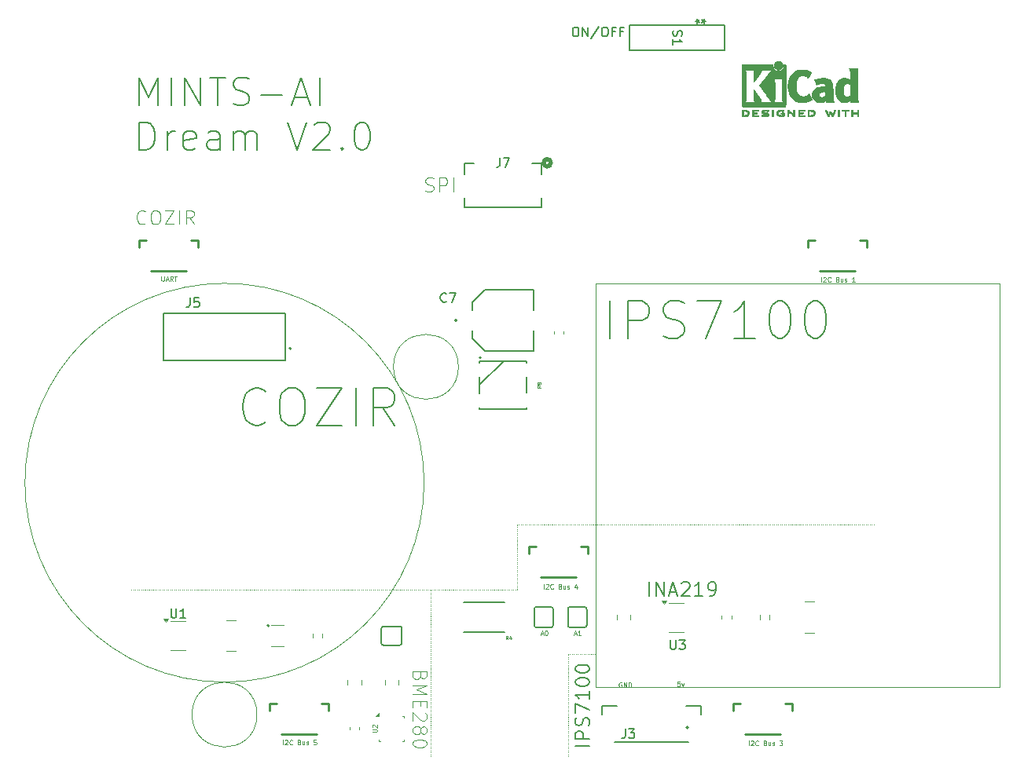
<source format=gto>
%TF.GenerationSoftware,KiCad,Pcbnew,9.0.7*%
%TF.CreationDate,2026-01-09T12:44:47-06:00*%
%TF.ProjectId,dreamV1_0,64726561-6d56-4315-9f30-2e6b69636164,1*%
%TF.SameCoordinates,Original*%
%TF.FileFunction,Legend,Top*%
%TF.FilePolarity,Positive*%
%FSLAX46Y46*%
G04 Gerber Fmt 4.6, Leading zero omitted, Abs format (unit mm)*
G04 Created by KiCad (PCBNEW 9.0.7) date 2026-01-09 12:44:47*
%MOMM*%
%LPD*%
G01*
G04 APERTURE LIST*
%ADD10C,0.120000*%
%ADD11C,0.050000*%
%ADD12C,0.125000*%
%ADD13C,0.100000*%
%ADD14C,0.150000*%
%ADD15C,0.062500*%
%ADD16C,0.098425*%
%ADD17C,0.200000*%
%ADD18C,0.152400*%
%ADD19C,0.254000*%
%ADD20C,0.508000*%
%ADD21C,0.010000*%
%ADD22C,0.127000*%
%ADD23C,0.177800*%
G04 APERTURE END LIST*
D10*
X100000000Y-79000000D02*
X143500000Y-79000000D01*
X143500000Y-122500000D01*
X100000000Y-122500000D01*
X100000000Y-79000000D01*
D11*
X82220000Y-130000000D02*
X82220000Y-129990000D01*
X82220000Y-129790000D02*
X82220000Y-129780000D01*
X82220000Y-129580000D02*
X82220000Y-129570000D01*
X82220000Y-129370000D02*
X82220000Y-129360000D01*
X82220000Y-129160000D02*
X82220000Y-129150000D01*
X82220000Y-128950000D02*
X82220000Y-128940000D01*
X82220000Y-128740000D02*
X82220000Y-128730000D01*
X82220000Y-128530000D02*
X82220000Y-128520000D01*
X82220000Y-128320000D02*
X82220000Y-128310000D01*
X82220000Y-128110000D02*
X82220000Y-128100000D01*
X82220000Y-127900000D02*
X82220000Y-127890000D01*
X82220000Y-127690000D02*
X82220000Y-127680000D01*
X82220000Y-127480000D02*
X82220000Y-127470000D01*
X82220000Y-127270000D02*
X82220000Y-127260000D01*
X82220000Y-127060000D02*
X82220000Y-127050000D01*
X82220000Y-126850000D02*
X82220000Y-126840000D01*
X82220000Y-126640000D02*
X82220000Y-126630000D01*
X82220000Y-126430000D02*
X82220000Y-126420000D01*
X82220000Y-126220000D02*
X82220000Y-126210000D01*
X82220000Y-126010000D02*
X82220000Y-126000000D01*
X82220000Y-125800000D02*
X82220000Y-125790000D01*
X82220000Y-125590000D02*
X82220000Y-125580000D01*
X82220000Y-125380000D02*
X82220000Y-125370000D01*
X82220000Y-125170000D02*
X82220000Y-125160000D01*
X82220000Y-124960000D02*
X82220000Y-124950000D01*
X82220000Y-124750000D02*
X82220000Y-124740000D01*
X82220000Y-124540000D02*
X82220000Y-124530000D01*
X82220000Y-124330000D02*
X82220000Y-124320000D01*
X82220000Y-124120000D02*
X82220000Y-124110000D01*
X82220000Y-123910000D02*
X82220000Y-123900000D01*
X82220000Y-123700000D02*
X82220000Y-123690000D01*
X82220000Y-123490000D02*
X82220000Y-123480000D01*
X82220000Y-123280000D02*
X82220000Y-123270000D01*
X82220000Y-123070000D02*
X82220000Y-123060000D01*
X82220000Y-122860000D02*
X82220000Y-122850000D01*
X82220000Y-122650000D02*
X82220000Y-122640000D01*
X82220000Y-122440000D02*
X82220000Y-122430000D01*
X82220000Y-122230000D02*
X82220000Y-122220000D01*
X82220000Y-122020000D02*
X82220000Y-122010000D01*
X82220000Y-121810000D02*
X82220000Y-121800000D01*
X82220000Y-121600000D02*
X82220000Y-121590000D01*
X82220000Y-121390000D02*
X82220000Y-121380000D01*
X82220000Y-121180000D02*
X82220000Y-121170000D01*
X82220000Y-120970000D02*
X82220000Y-120960000D01*
X82220000Y-120760000D02*
X82220000Y-120750000D01*
X82220000Y-120550000D02*
X82220000Y-120540000D01*
X82220000Y-120340000D02*
X82220000Y-120330000D01*
X82220000Y-120130000D02*
X82220000Y-120120000D01*
X82220000Y-119920000D02*
X82220000Y-119910000D01*
X82220000Y-119710000D02*
X82220000Y-119700000D01*
X82220000Y-119500000D02*
X82220000Y-119490000D01*
X82220000Y-119290000D02*
X82220000Y-119280000D01*
X82220000Y-119080000D02*
X82220000Y-119070000D01*
X82220000Y-118870000D02*
X82220000Y-118860000D01*
X82220000Y-118660000D02*
X82220000Y-118650000D01*
X82220000Y-118450000D02*
X82220000Y-118440000D01*
X82220000Y-118240000D02*
X82220000Y-118230000D01*
X82220000Y-118030000D02*
X82220000Y-118020000D01*
X82220000Y-117820000D02*
X82220000Y-117810000D01*
X82220000Y-117610000D02*
X82220000Y-117600000D01*
X82220000Y-117400000D02*
X82220000Y-117390000D01*
X82220000Y-117190000D02*
X82220000Y-117180000D01*
X82220000Y-116980000D02*
X82220000Y-116970000D01*
X82220000Y-116770000D02*
X82220000Y-116760000D01*
X82220000Y-116560000D02*
X82220000Y-116550000D01*
X82220000Y-116350000D02*
X82220000Y-116340000D01*
X82220000Y-116140000D02*
X82220000Y-116130000D01*
X82220000Y-115930000D02*
X82220000Y-115920000D01*
X82220000Y-115720000D02*
X82220000Y-115710000D01*
X82220000Y-115510000D02*
X82220000Y-115500000D01*
X82220000Y-115300000D02*
X82220000Y-115290000D01*
X82220000Y-115090000D02*
X82220000Y-115080000D01*
X82220000Y-114880000D02*
X82220000Y-114870000D01*
X82220000Y-114670000D02*
X82220000Y-114660000D01*
X82220000Y-114460000D02*
X82220000Y-114450000D01*
X82220000Y-114250000D02*
X82220000Y-114240000D01*
X82220000Y-114040000D02*
X82220000Y-114030000D01*
X82220000Y-113830000D02*
X82220000Y-113820000D01*
X82220000Y-113620000D02*
X82220000Y-113610000D01*
X82220000Y-113410000D02*
X82220000Y-113400000D01*
X82220000Y-113200000D02*
X82220000Y-113190000D01*
X82220000Y-112990000D02*
X82220000Y-112980000D01*
X82220000Y-112780000D02*
X82220000Y-112770000D01*
X82220000Y-112570000D02*
X82220000Y-112560000D01*
X82220000Y-112360000D02*
X82220000Y-112350000D01*
X82220000Y-112150000D02*
X82220000Y-112140000D01*
X85200000Y-88000000D02*
G75*
G02*
X78200000Y-88000000I-3500000J0D01*
G01*
X78200000Y-88000000D02*
G75*
G02*
X85200000Y-88000000I3500000J0D01*
G01*
X49962000Y-112000000D02*
X49972000Y-112000000D01*
X50172000Y-112000000D02*
X50182000Y-112000000D01*
X50382000Y-112000000D02*
X50392000Y-112000000D01*
X50592000Y-112000000D02*
X50602000Y-112000000D01*
X50802000Y-112000000D02*
X50812000Y-112000000D01*
X51012000Y-112000000D02*
X51022000Y-112000000D01*
X51222000Y-112000000D02*
X51232000Y-112000000D01*
X51432000Y-112000000D02*
X51442000Y-112000000D01*
X51642000Y-112000000D02*
X51652000Y-112000000D01*
X51852000Y-112000000D02*
X51862000Y-112000000D01*
X52062000Y-112000000D02*
X52072000Y-112000000D01*
X52272000Y-112000000D02*
X52282000Y-112000000D01*
X52482000Y-112000000D02*
X52492000Y-112000000D01*
X52692000Y-112000000D02*
X52702000Y-112000000D01*
X52902000Y-112000000D02*
X52912000Y-112000000D01*
X53112000Y-112000000D02*
X53122000Y-112000000D01*
X53322000Y-112000000D02*
X53332000Y-112000000D01*
X53532000Y-112000000D02*
X53542000Y-112000000D01*
X53742000Y-112000000D02*
X53752000Y-112000000D01*
X53952000Y-112000000D02*
X53962000Y-112000000D01*
X54162000Y-112000000D02*
X54172000Y-112000000D01*
X54372000Y-112000000D02*
X54382000Y-112000000D01*
X54582000Y-112000000D02*
X54592000Y-112000000D01*
X54792000Y-112000000D02*
X54802000Y-112000000D01*
X55002000Y-112000000D02*
X55012000Y-112000000D01*
X55212000Y-112000000D02*
X55222000Y-112000000D01*
X55422000Y-112000000D02*
X55432000Y-112000000D01*
X55632000Y-112000000D02*
X55642000Y-112000000D01*
X55842000Y-112000000D02*
X55852000Y-112000000D01*
X56052000Y-112000000D02*
X56062000Y-112000000D01*
X56262000Y-112000000D02*
X56272000Y-112000000D01*
X56472000Y-112000000D02*
X56482000Y-112000000D01*
X56682000Y-112000000D02*
X56692000Y-112000000D01*
X56892000Y-112000000D02*
X56902000Y-112000000D01*
X57102000Y-112000000D02*
X57112000Y-112000000D01*
X57312000Y-112000000D02*
X57322000Y-112000000D01*
X57522000Y-112000000D02*
X57532000Y-112000000D01*
X57732000Y-112000000D02*
X57742000Y-112000000D01*
X57942000Y-112000000D02*
X57952000Y-112000000D01*
X58152000Y-112000000D02*
X58162000Y-112000000D01*
X58362000Y-112000000D02*
X58372000Y-112000000D01*
X58572000Y-112000000D02*
X58582000Y-112000000D01*
X58782000Y-112000000D02*
X58792000Y-112000000D01*
X58992000Y-112000000D02*
X59002000Y-112000000D01*
X59202000Y-112000000D02*
X59212000Y-112000000D01*
X59412000Y-112000000D02*
X59422000Y-112000000D01*
X59622000Y-112000000D02*
X59632000Y-112000000D01*
X59832000Y-112000000D02*
X59842000Y-112000000D01*
X60042000Y-112000000D02*
X60052000Y-112000000D01*
X60252000Y-112000000D02*
X60262000Y-112000000D01*
X60462000Y-112000000D02*
X60472000Y-112000000D01*
X60672000Y-112000000D02*
X60682000Y-112000000D01*
X60882000Y-112000000D02*
X60892000Y-112000000D01*
X61092000Y-112000000D02*
X61102000Y-112000000D01*
X61302000Y-112000000D02*
X61312000Y-112000000D01*
X61512000Y-112000000D02*
X61522000Y-112000000D01*
X61722000Y-112000000D02*
X61732000Y-112000000D01*
X61932000Y-112000000D02*
X61942000Y-112000000D01*
X62142000Y-112000000D02*
X62152000Y-112000000D01*
X62352000Y-112000000D02*
X62362000Y-112000000D01*
X62562000Y-112000000D02*
X62572000Y-112000000D01*
X62772000Y-112000000D02*
X62782000Y-112000000D01*
X62982000Y-112000000D02*
X62992000Y-112000000D01*
X63192000Y-112000000D02*
X63202000Y-112000000D01*
X63402000Y-112000000D02*
X63412000Y-112000000D01*
X63612000Y-112000000D02*
X63622000Y-112000000D01*
X63822000Y-112000000D02*
X63832000Y-112000000D01*
X64032000Y-112000000D02*
X64042000Y-112000000D01*
X64242000Y-112000000D02*
X64252000Y-112000000D01*
X64452000Y-112000000D02*
X64462000Y-112000000D01*
X64662000Y-112000000D02*
X64672000Y-112000000D01*
X64872000Y-112000000D02*
X64882000Y-112000000D01*
X65082000Y-112000000D02*
X65092000Y-112000000D01*
X65292000Y-112000000D02*
X65302000Y-112000000D01*
X65502000Y-112000000D02*
X65512000Y-112000000D01*
X65712000Y-112000000D02*
X65722000Y-112000000D01*
X65922000Y-112000000D02*
X65932000Y-112000000D01*
X66132000Y-112000000D02*
X66142000Y-112000000D01*
X66342000Y-112000000D02*
X66352000Y-112000000D01*
X66552000Y-112000000D02*
X66562000Y-112000000D01*
X66762000Y-112000000D02*
X66772000Y-112000000D01*
X66972000Y-112000000D02*
X66982000Y-112000000D01*
X67182000Y-112000000D02*
X67192000Y-112000000D01*
X67392000Y-112000000D02*
X67402000Y-112000000D01*
X67602000Y-112000000D02*
X67612000Y-112000000D01*
X67812000Y-112000000D02*
X67822000Y-112000000D01*
X68022000Y-112000000D02*
X68032000Y-112000000D01*
X68232000Y-112000000D02*
X68242000Y-112000000D01*
X68442000Y-112000000D02*
X68452000Y-112000000D01*
X68652000Y-112000000D02*
X68662000Y-112000000D01*
X68862000Y-112000000D02*
X68872000Y-112000000D01*
X69072000Y-112000000D02*
X69082000Y-112000000D01*
X69282000Y-112000000D02*
X69292000Y-112000000D01*
X69492000Y-112000000D02*
X69502000Y-112000000D01*
X69702000Y-112000000D02*
X69712000Y-112000000D01*
X69912000Y-112000000D02*
X69922000Y-112000000D01*
X70122000Y-112000000D02*
X70132000Y-112000000D01*
X70332000Y-112000000D02*
X70342000Y-112000000D01*
X70542000Y-112000000D02*
X70552000Y-112000000D01*
X70752000Y-112000000D02*
X70762000Y-112000000D01*
X70962000Y-112000000D02*
X70972000Y-112000000D01*
X71172000Y-112000000D02*
X71182000Y-112000000D01*
X71382000Y-112000000D02*
X71392000Y-112000000D01*
X71592000Y-112000000D02*
X71602000Y-112000000D01*
X71802000Y-112000000D02*
X71812000Y-112000000D01*
X72012000Y-112000000D02*
X72022000Y-112000000D01*
X72222000Y-112000000D02*
X72232000Y-112000000D01*
X72432000Y-112000000D02*
X72442000Y-112000000D01*
X72642000Y-112000000D02*
X72652000Y-112000000D01*
X72852000Y-112000000D02*
X72862000Y-112000000D01*
X73062000Y-112000000D02*
X73072000Y-112000000D01*
X73272000Y-112000000D02*
X73282000Y-112000000D01*
X73482000Y-112000000D02*
X73492000Y-112000000D01*
X73692000Y-112000000D02*
X73702000Y-112000000D01*
X73902000Y-112000000D02*
X73912000Y-112000000D01*
X74112000Y-112000000D02*
X74122000Y-112000000D01*
X74322000Y-112000000D02*
X74332000Y-112000000D01*
X74532000Y-112000000D02*
X74542000Y-112000000D01*
X74742000Y-112000000D02*
X74752000Y-112000000D01*
X74952000Y-112000000D02*
X74962000Y-112000000D01*
X75162000Y-112000000D02*
X75172000Y-112000000D01*
X75372000Y-112000000D02*
X75382000Y-112000000D01*
X75582000Y-112000000D02*
X75592000Y-112000000D01*
X75792000Y-112000000D02*
X75802000Y-112000000D01*
X76002000Y-112000000D02*
X76012000Y-112000000D01*
X76212000Y-112000000D02*
X76222000Y-112000000D01*
X76422000Y-112000000D02*
X76432000Y-112000000D01*
X76632000Y-112000000D02*
X76642000Y-112000000D01*
X76842000Y-112000000D02*
X76852000Y-112000000D01*
X77052000Y-112000000D02*
X77062000Y-112000000D01*
X77262000Y-112000000D02*
X77272000Y-112000000D01*
X77472000Y-112000000D02*
X77482000Y-112000000D01*
X77682000Y-112000000D02*
X77692000Y-112000000D01*
X77892000Y-112000000D02*
X77902000Y-112000000D01*
X78102000Y-112000000D02*
X78112000Y-112000000D01*
X78312000Y-112000000D02*
X78322000Y-112000000D01*
X78522000Y-112000000D02*
X78532000Y-112000000D01*
X78732000Y-112000000D02*
X78742000Y-112000000D01*
X78942000Y-112000000D02*
X78952000Y-112000000D01*
X79152000Y-112000000D02*
X79162000Y-112000000D01*
X79362000Y-112000000D02*
X79372000Y-112000000D01*
X79572000Y-112000000D02*
X79582000Y-112000000D01*
X79782000Y-112000000D02*
X79792000Y-112000000D01*
X79992000Y-112000000D02*
X80002000Y-112000000D01*
X80202000Y-112000000D02*
X80212000Y-112000000D01*
X80412000Y-112000000D02*
X80422000Y-112000000D01*
X80622000Y-112000000D02*
X80632000Y-112000000D01*
X80832000Y-112000000D02*
X80842000Y-112000000D01*
X81042000Y-112000000D02*
X81052000Y-112000000D01*
X81252000Y-112000000D02*
X81262000Y-112000000D01*
X81462000Y-112000000D02*
X81472000Y-112000000D01*
X81672000Y-112000000D02*
X81682000Y-112000000D01*
X81882000Y-112000000D02*
X81892000Y-112000000D01*
X82092000Y-112000000D02*
X82102000Y-112000000D01*
X82302000Y-112000000D02*
X82312000Y-112000000D01*
X82512000Y-112000000D02*
X82522000Y-112000000D01*
X82722000Y-112000000D02*
X82732000Y-112000000D01*
X82932000Y-112000000D02*
X82942000Y-112000000D01*
X83142000Y-112000000D02*
X83152000Y-112000000D01*
X83352000Y-112000000D02*
X83362000Y-112000000D01*
X83562000Y-112000000D02*
X83572000Y-112000000D01*
X83772000Y-112000000D02*
X83782000Y-112000000D01*
X83982000Y-112000000D02*
X83992000Y-112000000D01*
X84192000Y-112000000D02*
X84202000Y-112000000D01*
X84402000Y-112000000D02*
X84412000Y-112000000D01*
X84612000Y-112000000D02*
X84622000Y-112000000D01*
X84822000Y-112000000D02*
X84832000Y-112000000D01*
X85032000Y-112000000D02*
X85042000Y-112000000D01*
X85242000Y-112000000D02*
X85252000Y-112000000D01*
X85452000Y-112000000D02*
X85462000Y-112000000D01*
X85662000Y-112000000D02*
X85672000Y-112000000D01*
X85872000Y-112000000D02*
X85882000Y-112000000D01*
X86082000Y-112000000D02*
X86092000Y-112000000D01*
X86292000Y-112000000D02*
X86302000Y-112000000D01*
X86502000Y-112000000D02*
X86512000Y-112000000D01*
X86712000Y-112000000D02*
X86722000Y-112000000D01*
X86922000Y-112000000D02*
X86932000Y-112000000D01*
X87132000Y-112000000D02*
X87142000Y-112000000D01*
X87342000Y-112000000D02*
X87352000Y-112000000D01*
X87552000Y-112000000D02*
X87562000Y-112000000D01*
X87762000Y-112000000D02*
X87772000Y-112000000D01*
X87972000Y-112000000D02*
X87982000Y-112000000D01*
X88182000Y-112000000D02*
X88192000Y-112000000D01*
X88392000Y-112000000D02*
X88402000Y-112000000D01*
X88602000Y-112000000D02*
X88612000Y-112000000D01*
X88812000Y-112000000D02*
X88822000Y-112000000D01*
X89022000Y-112000000D02*
X89032000Y-112000000D01*
X89232000Y-112000000D02*
X89242000Y-112000000D01*
X89442000Y-112000000D02*
X89452000Y-112000000D01*
X89652000Y-112000000D02*
X89662000Y-112000000D01*
X89862000Y-112000000D02*
X89872000Y-112000000D01*
X90072000Y-112000000D02*
X90082000Y-112000000D01*
X90282000Y-112000000D02*
X90292000Y-112000000D01*
X90492000Y-112000000D02*
X90502000Y-112000000D01*
X90702000Y-112000000D02*
X90712000Y-112000000D01*
X90912000Y-112000000D02*
X90922000Y-112000000D01*
X91122000Y-112000000D02*
X91132000Y-112000000D01*
X91332000Y-112000000D02*
X91342000Y-112000000D01*
X97000000Y-130000000D02*
X97000000Y-129990000D01*
X97000000Y-129790000D02*
X97000000Y-129780000D01*
X97000000Y-129580000D02*
X97000000Y-129570000D01*
X97000000Y-129370000D02*
X97000000Y-129360000D01*
X97000000Y-129160000D02*
X97000000Y-129150000D01*
X97000000Y-128950000D02*
X97000000Y-128940000D01*
X97000000Y-128740000D02*
X97000000Y-128730000D01*
X97000000Y-128530000D02*
X97000000Y-128520000D01*
X97000000Y-128320000D02*
X97000000Y-128310000D01*
X97000000Y-128110000D02*
X97000000Y-128100000D01*
X97000000Y-127900000D02*
X97000000Y-127890000D01*
X97000000Y-127690000D02*
X97000000Y-127680000D01*
X97000000Y-127480000D02*
X97000000Y-127470000D01*
X97000000Y-127270000D02*
X97000000Y-127260000D01*
X97000000Y-127060000D02*
X97000000Y-127050000D01*
X97000000Y-126850000D02*
X97000000Y-126840000D01*
X97000000Y-126640000D02*
X97000000Y-126630000D01*
X97000000Y-126430000D02*
X97000000Y-126420000D01*
X97000000Y-126220000D02*
X97000000Y-126210000D01*
X97000000Y-126010000D02*
X97000000Y-126000000D01*
X97000000Y-125800000D02*
X97000000Y-125790000D01*
X97000000Y-125590000D02*
X97000000Y-125580000D01*
X97000000Y-125380000D02*
X97000000Y-125370000D01*
X97000000Y-125170000D02*
X97000000Y-125160000D01*
X97000000Y-124960000D02*
X97000000Y-124950000D01*
X97000000Y-124750000D02*
X97000000Y-124740000D01*
X97000000Y-124540000D02*
X97000000Y-124530000D01*
X97000000Y-124330000D02*
X97000000Y-124320000D01*
X97000000Y-124120000D02*
X97000000Y-124110000D01*
X97000000Y-123910000D02*
X97000000Y-123900000D01*
X97000000Y-123700000D02*
X97000000Y-123690000D01*
X97000000Y-123490000D02*
X97000000Y-123480000D01*
X97000000Y-123280000D02*
X97000000Y-123270000D01*
X97000000Y-123070000D02*
X97000000Y-123060000D01*
X97000000Y-122860000D02*
X97000000Y-122850000D01*
X97000000Y-122650000D02*
X97000000Y-122640000D01*
X97000000Y-122440000D02*
X97000000Y-122430000D01*
X97000000Y-122230000D02*
X97000000Y-122220000D01*
X97000000Y-122020000D02*
X97000000Y-122010000D01*
X97000000Y-121810000D02*
X97000000Y-121800000D01*
X97000000Y-121600000D02*
X97000000Y-121590000D01*
X97000000Y-121390000D02*
X97000000Y-121380000D01*
X97000000Y-121180000D02*
X97000000Y-121170000D01*
X97000000Y-120970000D02*
X97000000Y-120960000D01*
X97000000Y-120760000D02*
X97000000Y-120750000D01*
X97000000Y-120550000D02*
X97000000Y-120540000D01*
X97000000Y-120340000D02*
X97000000Y-120330000D01*
X97000000Y-120130000D02*
X97000000Y-120120000D01*
X97000000Y-119920000D02*
X97000000Y-119910000D01*
X97000000Y-119710000D02*
X97000000Y-119700000D01*
X97000000Y-119500000D02*
X97000000Y-119490000D01*
X97000000Y-119290000D02*
X97000000Y-119280000D01*
X97000000Y-119080000D02*
X97000000Y-119070000D01*
X91500000Y-112000000D02*
X91500000Y-111990000D01*
X91500000Y-111790000D02*
X91500000Y-111780000D01*
X91500000Y-111580000D02*
X91500000Y-111570000D01*
X91500000Y-111370000D02*
X91500000Y-111360000D01*
X91500000Y-111160000D02*
X91500000Y-111150000D01*
X91500000Y-110950000D02*
X91500000Y-110940000D01*
X91500000Y-110740000D02*
X91500000Y-110730000D01*
X91500000Y-110530000D02*
X91500000Y-110520000D01*
X91500000Y-110320000D02*
X91500000Y-110310000D01*
X91500000Y-110110000D02*
X91500000Y-110100000D01*
X91500000Y-109900000D02*
X91500000Y-109890000D01*
X91500000Y-109690000D02*
X91500000Y-109680000D01*
X91500000Y-109480000D02*
X91500000Y-109470000D01*
X91500000Y-109270000D02*
X91500000Y-109260000D01*
X91500000Y-109060000D02*
X91500000Y-109050000D01*
X91500000Y-108850000D02*
X91500000Y-108840000D01*
X91500000Y-108640000D02*
X91500000Y-108630000D01*
X91500000Y-108430000D02*
X91500000Y-108420000D01*
X91500000Y-108220000D02*
X91500000Y-108210000D01*
X91500000Y-108010000D02*
X91500000Y-108000000D01*
X91500000Y-107800000D02*
X91500000Y-107790000D01*
X91500000Y-107590000D02*
X91500000Y-107580000D01*
X91500000Y-107380000D02*
X91500000Y-107370000D01*
X91500000Y-107170000D02*
X91500000Y-107160000D01*
X91500000Y-106960000D02*
X91500000Y-106950000D01*
X91500000Y-106750000D02*
X91500000Y-106740000D01*
X91500000Y-106540000D02*
X91500000Y-106530000D01*
X91500000Y-106330000D02*
X91500000Y-106320000D01*
X91500000Y-106120000D02*
X91500000Y-106110000D01*
X91500000Y-105910000D02*
X91500000Y-105900000D01*
X91500000Y-105700000D02*
X91500000Y-105690000D01*
X91500000Y-105490000D02*
X91500000Y-105480000D01*
X91500000Y-105280000D02*
X91500000Y-105270000D01*
X91500000Y-105070000D02*
X91500000Y-105060000D01*
X91500000Y-105000000D02*
X91510000Y-105000000D01*
X91710000Y-105000000D02*
X91720000Y-105000000D01*
X91920000Y-105000000D02*
X91930000Y-105000000D01*
X92130000Y-105000000D02*
X92140000Y-105000000D01*
X92340000Y-105000000D02*
X92350000Y-105000000D01*
X92550000Y-105000000D02*
X92560000Y-105000000D01*
X92760000Y-105000000D02*
X92770000Y-105000000D01*
X92970000Y-105000000D02*
X92980000Y-105000000D01*
X93180000Y-105000000D02*
X93190000Y-105000000D01*
X93390000Y-105000000D02*
X93400000Y-105000000D01*
X93600000Y-105000000D02*
X93610000Y-105000000D01*
X93810000Y-105000000D02*
X93820000Y-105000000D01*
X94020000Y-105000000D02*
X94030000Y-105000000D01*
X94230000Y-105000000D02*
X94240000Y-105000000D01*
X94440000Y-105000000D02*
X94450000Y-105000000D01*
X94650000Y-105000000D02*
X94660000Y-105000000D01*
X94860000Y-105000000D02*
X94870000Y-105000000D01*
X95070000Y-105000000D02*
X95080000Y-105000000D01*
X95280000Y-105000000D02*
X95290000Y-105000000D01*
X95490000Y-105000000D02*
X95500000Y-105000000D01*
X95700000Y-105000000D02*
X95710000Y-105000000D01*
X95910000Y-105000000D02*
X95920000Y-105000000D01*
X96120000Y-105000000D02*
X96130000Y-105000000D01*
X96330000Y-105000000D02*
X96340000Y-105000000D01*
X96540000Y-105000000D02*
X96550000Y-105000000D01*
X96750000Y-105000000D02*
X96760000Y-105000000D01*
X96960000Y-105000000D02*
X96970000Y-105000000D01*
X97170000Y-105000000D02*
X97180000Y-105000000D01*
X97380000Y-105000000D02*
X97390000Y-105000000D01*
X97590000Y-105000000D02*
X97600000Y-105000000D01*
X97800000Y-105000000D02*
X97810000Y-105000000D01*
X98010000Y-105000000D02*
X98020000Y-105000000D01*
X98220000Y-105000000D02*
X98230000Y-105000000D01*
X98430000Y-105000000D02*
X98440000Y-105000000D01*
X98640000Y-105000000D02*
X98650000Y-105000000D01*
X98850000Y-105000000D02*
X98860000Y-105000000D01*
X99060000Y-105000000D02*
X99070000Y-105000000D01*
X99270000Y-105000000D02*
X99280000Y-105000000D01*
X99480000Y-105000000D02*
X99490000Y-105000000D01*
X99690000Y-105000000D02*
X99700000Y-105000000D01*
X99900000Y-105000000D02*
X99910000Y-105000000D01*
X100110000Y-105000000D02*
X100120000Y-105000000D01*
X100320000Y-105000000D02*
X100330000Y-105000000D01*
X100530000Y-105000000D02*
X100540000Y-105000000D01*
X100740000Y-105000000D02*
X100750000Y-105000000D01*
X100950000Y-105000000D02*
X100960000Y-105000000D01*
X101160000Y-105000000D02*
X101170000Y-105000000D01*
X101370000Y-105000000D02*
X101380000Y-105000000D01*
X101580000Y-105000000D02*
X101590000Y-105000000D01*
X101790000Y-105000000D02*
X101800000Y-105000000D01*
X102000000Y-105000000D02*
X102010000Y-105000000D01*
X102210000Y-105000000D02*
X102220000Y-105000000D01*
X102420000Y-105000000D02*
X102430000Y-105000000D01*
X102630000Y-105000000D02*
X102640000Y-105000000D01*
X102840000Y-105000000D02*
X102850000Y-105000000D01*
X103050000Y-105000000D02*
X103060000Y-105000000D01*
X103260000Y-105000000D02*
X103270000Y-105000000D01*
X103470000Y-105000000D02*
X103480000Y-105000000D01*
X103680000Y-105000000D02*
X103690000Y-105000000D01*
X103890000Y-105000000D02*
X103900000Y-105000000D01*
X104100000Y-105000000D02*
X104110000Y-105000000D01*
X104310000Y-105000000D02*
X104320000Y-105000000D01*
X104520000Y-105000000D02*
X104530000Y-105000000D01*
X104730000Y-105000000D02*
X104740000Y-105000000D01*
X104940000Y-105000000D02*
X104950000Y-105000000D01*
X105150000Y-105000000D02*
X105160000Y-105000000D01*
X105360000Y-105000000D02*
X105370000Y-105000000D01*
X105570000Y-105000000D02*
X105580000Y-105000000D01*
X105780000Y-105000000D02*
X105790000Y-105000000D01*
X105990000Y-105000000D02*
X106000000Y-105000000D01*
X106200000Y-105000000D02*
X106210000Y-105000000D01*
X106410000Y-105000000D02*
X106420000Y-105000000D01*
X106620000Y-105000000D02*
X106630000Y-105000000D01*
X106830000Y-105000000D02*
X106840000Y-105000000D01*
X107040000Y-105000000D02*
X107050000Y-105000000D01*
X107250000Y-105000000D02*
X107260000Y-105000000D01*
X107460000Y-105000000D02*
X107470000Y-105000000D01*
X107670000Y-105000000D02*
X107680000Y-105000000D01*
X107880000Y-105000000D02*
X107890000Y-105000000D01*
X108090000Y-105000000D02*
X108100000Y-105000000D01*
X108300000Y-105000000D02*
X108310000Y-105000000D01*
X108510000Y-105000000D02*
X108520000Y-105000000D01*
X108720000Y-105000000D02*
X108730000Y-105000000D01*
X108930000Y-105000000D02*
X108940000Y-105000000D01*
X109140000Y-105000000D02*
X109150000Y-105000000D01*
X109350000Y-105000000D02*
X109360000Y-105000000D01*
X109560000Y-105000000D02*
X109570000Y-105000000D01*
X109770000Y-105000000D02*
X109780000Y-105000000D01*
X109980000Y-105000000D02*
X109990000Y-105000000D01*
X110190000Y-105000000D02*
X110200000Y-105000000D01*
X110400000Y-105000000D02*
X110410000Y-105000000D01*
X110610000Y-105000000D02*
X110620000Y-105000000D01*
X110820000Y-105000000D02*
X110830000Y-105000000D01*
X111030000Y-105000000D02*
X111040000Y-105000000D01*
X111240000Y-105000000D02*
X111250000Y-105000000D01*
X111450000Y-105000000D02*
X111460000Y-105000000D01*
X111660000Y-105000000D02*
X111670000Y-105000000D01*
X111870000Y-105000000D02*
X111880000Y-105000000D01*
X112080000Y-105000000D02*
X112090000Y-105000000D01*
X112290000Y-105000000D02*
X112300000Y-105000000D01*
X112500000Y-105000000D02*
X112510000Y-105000000D01*
X112710000Y-105000000D02*
X112720000Y-105000000D01*
X112920000Y-105000000D02*
X112930000Y-105000000D01*
X113130000Y-105000000D02*
X113140000Y-105000000D01*
X113340000Y-105000000D02*
X113350000Y-105000000D01*
X113550000Y-105000000D02*
X113560000Y-105000000D01*
X113760000Y-105000000D02*
X113770000Y-105000000D01*
X113970000Y-105000000D02*
X113980000Y-105000000D01*
X114180000Y-105000000D02*
X114190000Y-105000000D01*
X114390000Y-105000000D02*
X114400000Y-105000000D01*
X114600000Y-105000000D02*
X114610000Y-105000000D01*
X114810000Y-105000000D02*
X114820000Y-105000000D01*
X115020000Y-105000000D02*
X115030000Y-105000000D01*
X115230000Y-105000000D02*
X115240000Y-105000000D01*
X115440000Y-105000000D02*
X115450000Y-105000000D01*
X115650000Y-105000000D02*
X115660000Y-105000000D01*
X115860000Y-105000000D02*
X115870000Y-105000000D01*
X116070000Y-105000000D02*
X116080000Y-105000000D01*
X116280000Y-105000000D02*
X116290000Y-105000000D01*
X116490000Y-105000000D02*
X116500000Y-105000000D01*
X116700000Y-105000000D02*
X116710000Y-105000000D01*
X116910000Y-105000000D02*
X116920000Y-105000000D01*
X117120000Y-105000000D02*
X117130000Y-105000000D01*
X117330000Y-105000000D02*
X117340000Y-105000000D01*
X117540000Y-105000000D02*
X117550000Y-105000000D01*
X117750000Y-105000000D02*
X117760000Y-105000000D01*
X117960000Y-105000000D02*
X117970000Y-105000000D01*
X118170000Y-105000000D02*
X118180000Y-105000000D01*
X118380000Y-105000000D02*
X118390000Y-105000000D01*
X118590000Y-105000000D02*
X118600000Y-105000000D01*
X118800000Y-105000000D02*
X118810000Y-105000000D01*
X119010000Y-105000000D02*
X119020000Y-105000000D01*
X119220000Y-105000000D02*
X119230000Y-105000000D01*
X119430000Y-105000000D02*
X119440000Y-105000000D01*
X119640000Y-105000000D02*
X119650000Y-105000000D01*
X119850000Y-105000000D02*
X119860000Y-105000000D01*
X120060000Y-105000000D02*
X120070000Y-105000000D01*
X120270000Y-105000000D02*
X120280000Y-105000000D01*
X120480000Y-105000000D02*
X120490000Y-105000000D01*
X120690000Y-105000000D02*
X120700000Y-105000000D01*
X120900000Y-105000000D02*
X120910000Y-105000000D01*
X121110000Y-105000000D02*
X121120000Y-105000000D01*
X121320000Y-105000000D02*
X121330000Y-105000000D01*
X121530000Y-105000000D02*
X121540000Y-105000000D01*
X121740000Y-105000000D02*
X121750000Y-105000000D01*
X121950000Y-105000000D02*
X121960000Y-105000000D01*
X122160000Y-105000000D02*
X122170000Y-105000000D01*
X122370000Y-105000000D02*
X122380000Y-105000000D01*
X122580000Y-105000000D02*
X122590000Y-105000000D01*
X122790000Y-105000000D02*
X122800000Y-105000000D01*
X123000000Y-105000000D02*
X123010000Y-105000000D01*
X123210000Y-105000000D02*
X123220000Y-105000000D01*
X123420000Y-105000000D02*
X123430000Y-105000000D01*
X123630000Y-105000000D02*
X123640000Y-105000000D01*
X123840000Y-105000000D02*
X123850000Y-105000000D01*
X124050000Y-105000000D02*
X124060000Y-105000000D01*
X124260000Y-105000000D02*
X124270000Y-105000000D01*
X124470000Y-105000000D02*
X124480000Y-105000000D01*
X124680000Y-105000000D02*
X124690000Y-105000000D01*
X124890000Y-105000000D02*
X124900000Y-105000000D01*
X125100000Y-105000000D02*
X125110000Y-105000000D01*
X125310000Y-105000000D02*
X125320000Y-105000000D01*
X125520000Y-105000000D02*
X125530000Y-105000000D01*
X125730000Y-105000000D02*
X125740000Y-105000000D01*
X125940000Y-105000000D02*
X125950000Y-105000000D01*
X126150000Y-105000000D02*
X126160000Y-105000000D01*
X126360000Y-105000000D02*
X126370000Y-105000000D01*
X126570000Y-105000000D02*
X126580000Y-105000000D01*
X126780000Y-105000000D02*
X126790000Y-105000000D01*
X126990000Y-105000000D02*
X127000000Y-105000000D01*
X127200000Y-105000000D02*
X127210000Y-105000000D01*
X127410000Y-105000000D02*
X127420000Y-105000000D01*
X127620000Y-105000000D02*
X127630000Y-105000000D01*
X127830000Y-105000000D02*
X127840000Y-105000000D01*
X128040000Y-105000000D02*
X128050000Y-105000000D01*
X128250000Y-105000000D02*
X128260000Y-105000000D01*
X128460000Y-105000000D02*
X128470000Y-105000000D01*
X128670000Y-105000000D02*
X128680000Y-105000000D01*
X128880000Y-105000000D02*
X128890000Y-105000000D01*
X129090000Y-105000000D02*
X129100000Y-105000000D01*
X129300000Y-105000000D02*
X129310000Y-105000000D01*
X129510000Y-105000000D02*
X129520000Y-105000000D01*
X129720000Y-105000000D02*
X129730000Y-105000000D01*
X129930000Y-105000000D02*
X129940000Y-105000000D01*
D10*
X81500000Y-100500000D02*
G75*
G02*
X38500000Y-100500000I-21500000J0D01*
G01*
X38500000Y-100500000D02*
G75*
G02*
X81500000Y-100500000I21500000J0D01*
G01*
D11*
X97000000Y-119000000D02*
X97010000Y-119000000D01*
X97210000Y-119000000D02*
X97220000Y-119000000D01*
X97420000Y-119000000D02*
X97430000Y-119000000D01*
X97630000Y-119000000D02*
X97640000Y-119000000D01*
X97840000Y-119000000D02*
X97850000Y-119000000D01*
X98050000Y-119000000D02*
X98060000Y-119000000D01*
X98260000Y-119000000D02*
X98270000Y-119000000D01*
X98470000Y-119000000D02*
X98480000Y-119000000D01*
X98680000Y-119000000D02*
X98690000Y-119000000D01*
X98890000Y-119000000D02*
X98900000Y-119000000D01*
X99100000Y-119000000D02*
X99110000Y-119000000D01*
X99310000Y-119000000D02*
X99320000Y-119000000D01*
X99520000Y-119000000D02*
X99530000Y-119000000D01*
X99730000Y-119000000D02*
X99740000Y-119000000D01*
X99940000Y-119000000D02*
X99950000Y-119000000D01*
X63500000Y-125500000D02*
G75*
G02*
X56500000Y-125500000I-3500000J0D01*
G01*
X56500000Y-125500000D02*
G75*
G02*
X63500000Y-125500000I3500000J0D01*
G01*
D12*
X66301283Y-128732309D02*
X66301283Y-128232309D01*
X66515569Y-128279928D02*
X66539378Y-128256119D01*
X66539378Y-128256119D02*
X66586997Y-128232309D01*
X66586997Y-128232309D02*
X66706045Y-128232309D01*
X66706045Y-128232309D02*
X66753664Y-128256119D01*
X66753664Y-128256119D02*
X66777473Y-128279928D01*
X66777473Y-128279928D02*
X66801283Y-128327547D01*
X66801283Y-128327547D02*
X66801283Y-128375166D01*
X66801283Y-128375166D02*
X66777473Y-128446595D01*
X66777473Y-128446595D02*
X66491759Y-128732309D01*
X66491759Y-128732309D02*
X66801283Y-128732309D01*
X67301282Y-128684690D02*
X67277473Y-128708500D01*
X67277473Y-128708500D02*
X67206044Y-128732309D01*
X67206044Y-128732309D02*
X67158425Y-128732309D01*
X67158425Y-128732309D02*
X67086997Y-128708500D01*
X67086997Y-128708500D02*
X67039378Y-128660880D01*
X67039378Y-128660880D02*
X67015568Y-128613261D01*
X67015568Y-128613261D02*
X66991759Y-128518023D01*
X66991759Y-128518023D02*
X66991759Y-128446595D01*
X66991759Y-128446595D02*
X67015568Y-128351357D01*
X67015568Y-128351357D02*
X67039378Y-128303738D01*
X67039378Y-128303738D02*
X67086997Y-128256119D01*
X67086997Y-128256119D02*
X67158425Y-128232309D01*
X67158425Y-128232309D02*
X67206044Y-128232309D01*
X67206044Y-128232309D02*
X67277473Y-128256119D01*
X67277473Y-128256119D02*
X67301282Y-128279928D01*
X68063187Y-128470404D02*
X68134615Y-128494214D01*
X68134615Y-128494214D02*
X68158425Y-128518023D01*
X68158425Y-128518023D02*
X68182234Y-128565642D01*
X68182234Y-128565642D02*
X68182234Y-128637071D01*
X68182234Y-128637071D02*
X68158425Y-128684690D01*
X68158425Y-128684690D02*
X68134615Y-128708500D01*
X68134615Y-128708500D02*
X68086996Y-128732309D01*
X68086996Y-128732309D02*
X67896520Y-128732309D01*
X67896520Y-128732309D02*
X67896520Y-128232309D01*
X67896520Y-128232309D02*
X68063187Y-128232309D01*
X68063187Y-128232309D02*
X68110806Y-128256119D01*
X68110806Y-128256119D02*
X68134615Y-128279928D01*
X68134615Y-128279928D02*
X68158425Y-128327547D01*
X68158425Y-128327547D02*
X68158425Y-128375166D01*
X68158425Y-128375166D02*
X68134615Y-128422785D01*
X68134615Y-128422785D02*
X68110806Y-128446595D01*
X68110806Y-128446595D02*
X68063187Y-128470404D01*
X68063187Y-128470404D02*
X67896520Y-128470404D01*
X68610806Y-128398976D02*
X68610806Y-128732309D01*
X68396520Y-128398976D02*
X68396520Y-128660880D01*
X68396520Y-128660880D02*
X68420330Y-128708500D01*
X68420330Y-128708500D02*
X68467949Y-128732309D01*
X68467949Y-128732309D02*
X68539377Y-128732309D01*
X68539377Y-128732309D02*
X68586996Y-128708500D01*
X68586996Y-128708500D02*
X68610806Y-128684690D01*
X68825092Y-128708500D02*
X68872711Y-128732309D01*
X68872711Y-128732309D02*
X68967949Y-128732309D01*
X68967949Y-128732309D02*
X69015568Y-128708500D01*
X69015568Y-128708500D02*
X69039377Y-128660880D01*
X69039377Y-128660880D02*
X69039377Y-128637071D01*
X69039377Y-128637071D02*
X69015568Y-128589452D01*
X69015568Y-128589452D02*
X68967949Y-128565642D01*
X68967949Y-128565642D02*
X68896520Y-128565642D01*
X68896520Y-128565642D02*
X68848901Y-128541833D01*
X68848901Y-128541833D02*
X68825092Y-128494214D01*
X68825092Y-128494214D02*
X68825092Y-128470404D01*
X68825092Y-128470404D02*
X68848901Y-128422785D01*
X68848901Y-128422785D02*
X68896520Y-128398976D01*
X68896520Y-128398976D02*
X68967949Y-128398976D01*
X68967949Y-128398976D02*
X69015568Y-128422785D01*
X69872710Y-128232309D02*
X69634615Y-128232309D01*
X69634615Y-128232309D02*
X69610806Y-128470404D01*
X69610806Y-128470404D02*
X69634615Y-128446595D01*
X69634615Y-128446595D02*
X69682234Y-128422785D01*
X69682234Y-128422785D02*
X69801282Y-128422785D01*
X69801282Y-128422785D02*
X69848901Y-128446595D01*
X69848901Y-128446595D02*
X69872710Y-128470404D01*
X69872710Y-128470404D02*
X69896520Y-128518023D01*
X69896520Y-128518023D02*
X69896520Y-128637071D01*
X69896520Y-128637071D02*
X69872710Y-128684690D01*
X69872710Y-128684690D02*
X69848901Y-128708500D01*
X69848901Y-128708500D02*
X69801282Y-128732309D01*
X69801282Y-128732309D02*
X69682234Y-128732309D01*
X69682234Y-128732309D02*
X69634615Y-128708500D01*
X69634615Y-128708500D02*
X69610806Y-128684690D01*
X109039378Y-121932309D02*
X108801283Y-121932309D01*
X108801283Y-121932309D02*
X108777474Y-122170404D01*
X108777474Y-122170404D02*
X108801283Y-122146595D01*
X108801283Y-122146595D02*
X108848902Y-122122785D01*
X108848902Y-122122785D02*
X108967950Y-122122785D01*
X108967950Y-122122785D02*
X109015569Y-122146595D01*
X109015569Y-122146595D02*
X109039378Y-122170404D01*
X109039378Y-122170404D02*
X109063188Y-122218023D01*
X109063188Y-122218023D02*
X109063188Y-122337071D01*
X109063188Y-122337071D02*
X109039378Y-122384690D01*
X109039378Y-122384690D02*
X109015569Y-122408500D01*
X109015569Y-122408500D02*
X108967950Y-122432309D01*
X108967950Y-122432309D02*
X108848902Y-122432309D01*
X108848902Y-122432309D02*
X108801283Y-122408500D01*
X108801283Y-122408500D02*
X108777474Y-122384690D01*
X109229854Y-122098976D02*
X109348902Y-122432309D01*
X109348902Y-122432309D02*
X109467949Y-122098976D01*
D13*
X81074485Y-121322931D02*
X81003057Y-121537217D01*
X81003057Y-121537217D02*
X80931628Y-121608646D01*
X80931628Y-121608646D02*
X80788771Y-121680074D01*
X80788771Y-121680074D02*
X80574485Y-121680074D01*
X80574485Y-121680074D02*
X80431628Y-121608646D01*
X80431628Y-121608646D02*
X80360200Y-121537217D01*
X80360200Y-121537217D02*
X80288771Y-121394360D01*
X80288771Y-121394360D02*
X80288771Y-120822931D01*
X80288771Y-120822931D02*
X81788771Y-120822931D01*
X81788771Y-120822931D02*
X81788771Y-121322931D01*
X81788771Y-121322931D02*
X81717342Y-121465789D01*
X81717342Y-121465789D02*
X81645914Y-121537217D01*
X81645914Y-121537217D02*
X81503057Y-121608646D01*
X81503057Y-121608646D02*
X81360200Y-121608646D01*
X81360200Y-121608646D02*
X81217342Y-121537217D01*
X81217342Y-121537217D02*
X81145914Y-121465789D01*
X81145914Y-121465789D02*
X81074485Y-121322931D01*
X81074485Y-121322931D02*
X81074485Y-120822931D01*
X80288771Y-122322931D02*
X81788771Y-122322931D01*
X81788771Y-122322931D02*
X80717342Y-122822931D01*
X80717342Y-122822931D02*
X81788771Y-123322931D01*
X81788771Y-123322931D02*
X80288771Y-123322931D01*
X81074485Y-124037217D02*
X81074485Y-124537217D01*
X80288771Y-124751503D02*
X80288771Y-124037217D01*
X80288771Y-124037217D02*
X81788771Y-124037217D01*
X81788771Y-124037217D02*
X81788771Y-124751503D01*
X81645914Y-125322932D02*
X81717342Y-125394360D01*
X81717342Y-125394360D02*
X81788771Y-125537218D01*
X81788771Y-125537218D02*
X81788771Y-125894360D01*
X81788771Y-125894360D02*
X81717342Y-126037218D01*
X81717342Y-126037218D02*
X81645914Y-126108646D01*
X81645914Y-126108646D02*
X81503057Y-126180075D01*
X81503057Y-126180075D02*
X81360200Y-126180075D01*
X81360200Y-126180075D02*
X81145914Y-126108646D01*
X81145914Y-126108646D02*
X80288771Y-125251503D01*
X80288771Y-125251503D02*
X80288771Y-126180075D01*
X81145914Y-127037217D02*
X81217342Y-126894360D01*
X81217342Y-126894360D02*
X81288771Y-126822931D01*
X81288771Y-126822931D02*
X81431628Y-126751503D01*
X81431628Y-126751503D02*
X81503057Y-126751503D01*
X81503057Y-126751503D02*
X81645914Y-126822931D01*
X81645914Y-126822931D02*
X81717342Y-126894360D01*
X81717342Y-126894360D02*
X81788771Y-127037217D01*
X81788771Y-127037217D02*
X81788771Y-127322931D01*
X81788771Y-127322931D02*
X81717342Y-127465789D01*
X81717342Y-127465789D02*
X81645914Y-127537217D01*
X81645914Y-127537217D02*
X81503057Y-127608646D01*
X81503057Y-127608646D02*
X81431628Y-127608646D01*
X81431628Y-127608646D02*
X81288771Y-127537217D01*
X81288771Y-127537217D02*
X81217342Y-127465789D01*
X81217342Y-127465789D02*
X81145914Y-127322931D01*
X81145914Y-127322931D02*
X81145914Y-127037217D01*
X81145914Y-127037217D02*
X81074485Y-126894360D01*
X81074485Y-126894360D02*
X81003057Y-126822931D01*
X81003057Y-126822931D02*
X80860200Y-126751503D01*
X80860200Y-126751503D02*
X80574485Y-126751503D01*
X80574485Y-126751503D02*
X80431628Y-126822931D01*
X80431628Y-126822931D02*
X80360200Y-126894360D01*
X80360200Y-126894360D02*
X80288771Y-127037217D01*
X80288771Y-127037217D02*
X80288771Y-127322931D01*
X80288771Y-127322931D02*
X80360200Y-127465789D01*
X80360200Y-127465789D02*
X80431628Y-127537217D01*
X80431628Y-127537217D02*
X80574485Y-127608646D01*
X80574485Y-127608646D02*
X80860200Y-127608646D01*
X80860200Y-127608646D02*
X81003057Y-127537217D01*
X81003057Y-127537217D02*
X81074485Y-127465789D01*
X81074485Y-127465789D02*
X81145914Y-127322931D01*
X81788771Y-128537217D02*
X81788771Y-128680074D01*
X81788771Y-128680074D02*
X81717342Y-128822931D01*
X81717342Y-128822931D02*
X81645914Y-128894360D01*
X81645914Y-128894360D02*
X81503057Y-128965788D01*
X81503057Y-128965788D02*
X81217342Y-129037217D01*
X81217342Y-129037217D02*
X80860200Y-129037217D01*
X80860200Y-129037217D02*
X80574485Y-128965788D01*
X80574485Y-128965788D02*
X80431628Y-128894360D01*
X80431628Y-128894360D02*
X80360200Y-128822931D01*
X80360200Y-128822931D02*
X80288771Y-128680074D01*
X80288771Y-128680074D02*
X80288771Y-128537217D01*
X80288771Y-128537217D02*
X80360200Y-128394360D01*
X80360200Y-128394360D02*
X80431628Y-128322931D01*
X80431628Y-128322931D02*
X80574485Y-128251502D01*
X80574485Y-128251502D02*
X80860200Y-128180074D01*
X80860200Y-128180074D02*
X81217342Y-128180074D01*
X81217342Y-128180074D02*
X81503057Y-128251502D01*
X81503057Y-128251502D02*
X81645914Y-128322931D01*
X81645914Y-128322931D02*
X81717342Y-128394360D01*
X81717342Y-128394360D02*
X81788771Y-128537217D01*
D12*
X109020331Y-122475880D02*
X109067950Y-122523500D01*
X109067950Y-122523500D02*
X109020331Y-122571119D01*
X109020331Y-122571119D02*
X108972712Y-122523500D01*
X108972712Y-122523500D02*
X109020331Y-122475880D01*
X109020331Y-122475880D02*
X109020331Y-122571119D01*
D13*
X51480074Y-72468371D02*
X51408646Y-72539800D01*
X51408646Y-72539800D02*
X51194360Y-72611228D01*
X51194360Y-72611228D02*
X51051503Y-72611228D01*
X51051503Y-72611228D02*
X50837217Y-72539800D01*
X50837217Y-72539800D02*
X50694360Y-72396942D01*
X50694360Y-72396942D02*
X50622931Y-72254085D01*
X50622931Y-72254085D02*
X50551503Y-71968371D01*
X50551503Y-71968371D02*
X50551503Y-71754085D01*
X50551503Y-71754085D02*
X50622931Y-71468371D01*
X50622931Y-71468371D02*
X50694360Y-71325514D01*
X50694360Y-71325514D02*
X50837217Y-71182657D01*
X50837217Y-71182657D02*
X51051503Y-71111228D01*
X51051503Y-71111228D02*
X51194360Y-71111228D01*
X51194360Y-71111228D02*
X51408646Y-71182657D01*
X51408646Y-71182657D02*
X51480074Y-71254085D01*
X52408646Y-71111228D02*
X52694360Y-71111228D01*
X52694360Y-71111228D02*
X52837217Y-71182657D01*
X52837217Y-71182657D02*
X52980074Y-71325514D01*
X52980074Y-71325514D02*
X53051503Y-71611228D01*
X53051503Y-71611228D02*
X53051503Y-72111228D01*
X53051503Y-72111228D02*
X52980074Y-72396942D01*
X52980074Y-72396942D02*
X52837217Y-72539800D01*
X52837217Y-72539800D02*
X52694360Y-72611228D01*
X52694360Y-72611228D02*
X52408646Y-72611228D01*
X52408646Y-72611228D02*
X52265789Y-72539800D01*
X52265789Y-72539800D02*
X52122931Y-72396942D01*
X52122931Y-72396942D02*
X52051503Y-72111228D01*
X52051503Y-72111228D02*
X52051503Y-71611228D01*
X52051503Y-71611228D02*
X52122931Y-71325514D01*
X52122931Y-71325514D02*
X52265789Y-71182657D01*
X52265789Y-71182657D02*
X52408646Y-71111228D01*
X53551503Y-71111228D02*
X54551503Y-71111228D01*
X54551503Y-71111228D02*
X53551503Y-72611228D01*
X53551503Y-72611228D02*
X54551503Y-72611228D01*
X55122931Y-72611228D02*
X55122931Y-71111228D01*
X56694360Y-72611228D02*
X56194360Y-71896942D01*
X55837217Y-72611228D02*
X55837217Y-71111228D01*
X55837217Y-71111228D02*
X56408646Y-71111228D01*
X56408646Y-71111228D02*
X56551503Y-71182657D01*
X56551503Y-71182657D02*
X56622932Y-71254085D01*
X56622932Y-71254085D02*
X56694360Y-71396942D01*
X56694360Y-71396942D02*
X56694360Y-71611228D01*
X56694360Y-71611228D02*
X56622932Y-71754085D01*
X56622932Y-71754085D02*
X56551503Y-71825514D01*
X56551503Y-71825514D02*
X56408646Y-71896942D01*
X56408646Y-71896942D02*
X55837217Y-71896942D01*
D14*
X101551064Y-84902676D02*
X101551064Y-80902676D01*
X103455826Y-84902676D02*
X103455826Y-80902676D01*
X103455826Y-80902676D02*
X104979636Y-80902676D01*
X104979636Y-80902676D02*
X105360588Y-81093152D01*
X105360588Y-81093152D02*
X105551065Y-81283628D01*
X105551065Y-81283628D02*
X105741541Y-81664580D01*
X105741541Y-81664580D02*
X105741541Y-82236009D01*
X105741541Y-82236009D02*
X105551065Y-82616961D01*
X105551065Y-82616961D02*
X105360588Y-82807438D01*
X105360588Y-82807438D02*
X104979636Y-82997914D01*
X104979636Y-82997914D02*
X103455826Y-82997914D01*
X107265350Y-84712200D02*
X107836779Y-84902676D01*
X107836779Y-84902676D02*
X108789160Y-84902676D01*
X108789160Y-84902676D02*
X109170112Y-84712200D01*
X109170112Y-84712200D02*
X109360588Y-84521723D01*
X109360588Y-84521723D02*
X109551065Y-84140771D01*
X109551065Y-84140771D02*
X109551065Y-83759819D01*
X109551065Y-83759819D02*
X109360588Y-83378866D01*
X109360588Y-83378866D02*
X109170112Y-83188390D01*
X109170112Y-83188390D02*
X108789160Y-82997914D01*
X108789160Y-82997914D02*
X108027255Y-82807438D01*
X108027255Y-82807438D02*
X107646303Y-82616961D01*
X107646303Y-82616961D02*
X107455826Y-82426485D01*
X107455826Y-82426485D02*
X107265350Y-82045533D01*
X107265350Y-82045533D02*
X107265350Y-81664580D01*
X107265350Y-81664580D02*
X107455826Y-81283628D01*
X107455826Y-81283628D02*
X107646303Y-81093152D01*
X107646303Y-81093152D02*
X108027255Y-80902676D01*
X108027255Y-80902676D02*
X108979636Y-80902676D01*
X108979636Y-80902676D02*
X109551065Y-81093152D01*
X110884398Y-80902676D02*
X113551065Y-80902676D01*
X113551065Y-80902676D02*
X111836779Y-84902676D01*
X117170113Y-84902676D02*
X114884398Y-84902676D01*
X116027255Y-84902676D02*
X116027255Y-80902676D01*
X116027255Y-80902676D02*
X115646303Y-81474104D01*
X115646303Y-81474104D02*
X115265351Y-81855057D01*
X115265351Y-81855057D02*
X114884398Y-82045533D01*
X119646303Y-80902676D02*
X120027256Y-80902676D01*
X120027256Y-80902676D02*
X120408208Y-81093152D01*
X120408208Y-81093152D02*
X120598684Y-81283628D01*
X120598684Y-81283628D02*
X120789160Y-81664580D01*
X120789160Y-81664580D02*
X120979637Y-82426485D01*
X120979637Y-82426485D02*
X120979637Y-83378866D01*
X120979637Y-83378866D02*
X120789160Y-84140771D01*
X120789160Y-84140771D02*
X120598684Y-84521723D01*
X120598684Y-84521723D02*
X120408208Y-84712200D01*
X120408208Y-84712200D02*
X120027256Y-84902676D01*
X120027256Y-84902676D02*
X119646303Y-84902676D01*
X119646303Y-84902676D02*
X119265351Y-84712200D01*
X119265351Y-84712200D02*
X119074875Y-84521723D01*
X119074875Y-84521723D02*
X118884398Y-84140771D01*
X118884398Y-84140771D02*
X118693922Y-83378866D01*
X118693922Y-83378866D02*
X118693922Y-82426485D01*
X118693922Y-82426485D02*
X118884398Y-81664580D01*
X118884398Y-81664580D02*
X119074875Y-81283628D01*
X119074875Y-81283628D02*
X119265351Y-81093152D01*
X119265351Y-81093152D02*
X119646303Y-80902676D01*
X123455827Y-80902676D02*
X123836780Y-80902676D01*
X123836780Y-80902676D02*
X124217732Y-81093152D01*
X124217732Y-81093152D02*
X124408208Y-81283628D01*
X124408208Y-81283628D02*
X124598684Y-81664580D01*
X124598684Y-81664580D02*
X124789161Y-82426485D01*
X124789161Y-82426485D02*
X124789161Y-83378866D01*
X124789161Y-83378866D02*
X124598684Y-84140771D01*
X124598684Y-84140771D02*
X124408208Y-84521723D01*
X124408208Y-84521723D02*
X124217732Y-84712200D01*
X124217732Y-84712200D02*
X123836780Y-84902676D01*
X123836780Y-84902676D02*
X123455827Y-84902676D01*
X123455827Y-84902676D02*
X123074875Y-84712200D01*
X123074875Y-84712200D02*
X122884399Y-84521723D01*
X122884399Y-84521723D02*
X122693922Y-84140771D01*
X122693922Y-84140771D02*
X122503446Y-83378866D01*
X122503446Y-83378866D02*
X122503446Y-82426485D01*
X122503446Y-82426485D02*
X122693922Y-81664580D01*
X122693922Y-81664580D02*
X122884399Y-81283628D01*
X122884399Y-81283628D02*
X123074875Y-81093152D01*
X123074875Y-81093152D02*
X123455827Y-80902676D01*
X105755826Y-112708628D02*
X105755826Y-111208628D01*
X106470112Y-112708628D02*
X106470112Y-111208628D01*
X106470112Y-111208628D02*
X107327255Y-112708628D01*
X107327255Y-112708628D02*
X107327255Y-111208628D01*
X107970113Y-112280057D02*
X108684399Y-112280057D01*
X107827256Y-112708628D02*
X108327256Y-111208628D01*
X108327256Y-111208628D02*
X108827256Y-112708628D01*
X109255827Y-111351485D02*
X109327255Y-111280057D01*
X109327255Y-111280057D02*
X109470113Y-111208628D01*
X109470113Y-111208628D02*
X109827255Y-111208628D01*
X109827255Y-111208628D02*
X109970113Y-111280057D01*
X109970113Y-111280057D02*
X110041541Y-111351485D01*
X110041541Y-111351485D02*
X110112970Y-111494342D01*
X110112970Y-111494342D02*
X110112970Y-111637200D01*
X110112970Y-111637200D02*
X110041541Y-111851485D01*
X110041541Y-111851485D02*
X109184398Y-112708628D01*
X109184398Y-112708628D02*
X110112970Y-112708628D01*
X111541541Y-112708628D02*
X110684398Y-112708628D01*
X111112969Y-112708628D02*
X111112969Y-111208628D01*
X111112969Y-111208628D02*
X110970112Y-111422914D01*
X110970112Y-111422914D02*
X110827255Y-111565771D01*
X110827255Y-111565771D02*
X110684398Y-111637200D01*
X112255826Y-112708628D02*
X112541540Y-112708628D01*
X112541540Y-112708628D02*
X112684397Y-112637200D01*
X112684397Y-112637200D02*
X112755826Y-112565771D01*
X112755826Y-112565771D02*
X112898683Y-112351485D01*
X112898683Y-112351485D02*
X112970112Y-112065771D01*
X112970112Y-112065771D02*
X112970112Y-111494342D01*
X112970112Y-111494342D02*
X112898683Y-111351485D01*
X112898683Y-111351485D02*
X112827255Y-111280057D01*
X112827255Y-111280057D02*
X112684397Y-111208628D01*
X112684397Y-111208628D02*
X112398683Y-111208628D01*
X112398683Y-111208628D02*
X112255826Y-111280057D01*
X112255826Y-111280057D02*
X112184397Y-111351485D01*
X112184397Y-111351485D02*
X112112969Y-111494342D01*
X112112969Y-111494342D02*
X112112969Y-111851485D01*
X112112969Y-111851485D02*
X112184397Y-111994342D01*
X112184397Y-111994342D02*
X112255826Y-112065771D01*
X112255826Y-112065771D02*
X112398683Y-112137200D01*
X112398683Y-112137200D02*
X112684397Y-112137200D01*
X112684397Y-112137200D02*
X112827255Y-112065771D01*
X112827255Y-112065771D02*
X112898683Y-111994342D01*
X112898683Y-111994342D02*
X112970112Y-111851485D01*
X97733255Y-51371819D02*
X97923731Y-51371819D01*
X97923731Y-51371819D02*
X98018969Y-51419438D01*
X98018969Y-51419438D02*
X98114207Y-51514676D01*
X98114207Y-51514676D02*
X98161826Y-51705152D01*
X98161826Y-51705152D02*
X98161826Y-52038485D01*
X98161826Y-52038485D02*
X98114207Y-52228961D01*
X98114207Y-52228961D02*
X98018969Y-52324200D01*
X98018969Y-52324200D02*
X97923731Y-52371819D01*
X97923731Y-52371819D02*
X97733255Y-52371819D01*
X97733255Y-52371819D02*
X97638017Y-52324200D01*
X97638017Y-52324200D02*
X97542779Y-52228961D01*
X97542779Y-52228961D02*
X97495160Y-52038485D01*
X97495160Y-52038485D02*
X97495160Y-51705152D01*
X97495160Y-51705152D02*
X97542779Y-51514676D01*
X97542779Y-51514676D02*
X97638017Y-51419438D01*
X97638017Y-51419438D02*
X97733255Y-51371819D01*
X98590398Y-52371819D02*
X98590398Y-51371819D01*
X98590398Y-51371819D02*
X99161826Y-52371819D01*
X99161826Y-52371819D02*
X99161826Y-51371819D01*
X100352302Y-51324200D02*
X99495160Y-52609914D01*
X100876112Y-51371819D02*
X101066588Y-51371819D01*
X101066588Y-51371819D02*
X101161826Y-51419438D01*
X101161826Y-51419438D02*
X101257064Y-51514676D01*
X101257064Y-51514676D02*
X101304683Y-51705152D01*
X101304683Y-51705152D02*
X101304683Y-52038485D01*
X101304683Y-52038485D02*
X101257064Y-52228961D01*
X101257064Y-52228961D02*
X101161826Y-52324200D01*
X101161826Y-52324200D02*
X101066588Y-52371819D01*
X101066588Y-52371819D02*
X100876112Y-52371819D01*
X100876112Y-52371819D02*
X100780874Y-52324200D01*
X100780874Y-52324200D02*
X100685636Y-52228961D01*
X100685636Y-52228961D02*
X100638017Y-52038485D01*
X100638017Y-52038485D02*
X100638017Y-51705152D01*
X100638017Y-51705152D02*
X100685636Y-51514676D01*
X100685636Y-51514676D02*
X100780874Y-51419438D01*
X100780874Y-51419438D02*
X100876112Y-51371819D01*
X102066588Y-51848009D02*
X101733255Y-51848009D01*
X101733255Y-52371819D02*
X101733255Y-51371819D01*
X101733255Y-51371819D02*
X102209445Y-51371819D01*
X102923731Y-51848009D02*
X102590398Y-51848009D01*
X102590398Y-52371819D02*
X102590398Y-51371819D01*
X102590398Y-51371819D02*
X103066588Y-51371819D01*
D12*
X97677474Y-116789452D02*
X97915569Y-116789452D01*
X97629855Y-116932309D02*
X97796521Y-116432309D01*
X97796521Y-116432309D02*
X97963188Y-116932309D01*
X98391759Y-116932309D02*
X98106045Y-116932309D01*
X98248902Y-116932309D02*
X98248902Y-116432309D01*
X98248902Y-116432309D02*
X98201283Y-116503738D01*
X98201283Y-116503738D02*
X98153664Y-116551357D01*
X98153664Y-116551357D02*
X98106045Y-116575166D01*
X116501283Y-128832309D02*
X116501283Y-128332309D01*
X116715569Y-128379928D02*
X116739378Y-128356119D01*
X116739378Y-128356119D02*
X116786997Y-128332309D01*
X116786997Y-128332309D02*
X116906045Y-128332309D01*
X116906045Y-128332309D02*
X116953664Y-128356119D01*
X116953664Y-128356119D02*
X116977473Y-128379928D01*
X116977473Y-128379928D02*
X117001283Y-128427547D01*
X117001283Y-128427547D02*
X117001283Y-128475166D01*
X117001283Y-128475166D02*
X116977473Y-128546595D01*
X116977473Y-128546595D02*
X116691759Y-128832309D01*
X116691759Y-128832309D02*
X117001283Y-128832309D01*
X117501282Y-128784690D02*
X117477473Y-128808500D01*
X117477473Y-128808500D02*
X117406044Y-128832309D01*
X117406044Y-128832309D02*
X117358425Y-128832309D01*
X117358425Y-128832309D02*
X117286997Y-128808500D01*
X117286997Y-128808500D02*
X117239378Y-128760880D01*
X117239378Y-128760880D02*
X117215568Y-128713261D01*
X117215568Y-128713261D02*
X117191759Y-128618023D01*
X117191759Y-128618023D02*
X117191759Y-128546595D01*
X117191759Y-128546595D02*
X117215568Y-128451357D01*
X117215568Y-128451357D02*
X117239378Y-128403738D01*
X117239378Y-128403738D02*
X117286997Y-128356119D01*
X117286997Y-128356119D02*
X117358425Y-128332309D01*
X117358425Y-128332309D02*
X117406044Y-128332309D01*
X117406044Y-128332309D02*
X117477473Y-128356119D01*
X117477473Y-128356119D02*
X117501282Y-128379928D01*
X118263187Y-128570404D02*
X118334615Y-128594214D01*
X118334615Y-128594214D02*
X118358425Y-128618023D01*
X118358425Y-128618023D02*
X118382234Y-128665642D01*
X118382234Y-128665642D02*
X118382234Y-128737071D01*
X118382234Y-128737071D02*
X118358425Y-128784690D01*
X118358425Y-128784690D02*
X118334615Y-128808500D01*
X118334615Y-128808500D02*
X118286996Y-128832309D01*
X118286996Y-128832309D02*
X118096520Y-128832309D01*
X118096520Y-128832309D02*
X118096520Y-128332309D01*
X118096520Y-128332309D02*
X118263187Y-128332309D01*
X118263187Y-128332309D02*
X118310806Y-128356119D01*
X118310806Y-128356119D02*
X118334615Y-128379928D01*
X118334615Y-128379928D02*
X118358425Y-128427547D01*
X118358425Y-128427547D02*
X118358425Y-128475166D01*
X118358425Y-128475166D02*
X118334615Y-128522785D01*
X118334615Y-128522785D02*
X118310806Y-128546595D01*
X118310806Y-128546595D02*
X118263187Y-128570404D01*
X118263187Y-128570404D02*
X118096520Y-128570404D01*
X118810806Y-128498976D02*
X118810806Y-128832309D01*
X118596520Y-128498976D02*
X118596520Y-128760880D01*
X118596520Y-128760880D02*
X118620330Y-128808500D01*
X118620330Y-128808500D02*
X118667949Y-128832309D01*
X118667949Y-128832309D02*
X118739377Y-128832309D01*
X118739377Y-128832309D02*
X118786996Y-128808500D01*
X118786996Y-128808500D02*
X118810806Y-128784690D01*
X119025092Y-128808500D02*
X119072711Y-128832309D01*
X119072711Y-128832309D02*
X119167949Y-128832309D01*
X119167949Y-128832309D02*
X119215568Y-128808500D01*
X119215568Y-128808500D02*
X119239377Y-128760880D01*
X119239377Y-128760880D02*
X119239377Y-128737071D01*
X119239377Y-128737071D02*
X119215568Y-128689452D01*
X119215568Y-128689452D02*
X119167949Y-128665642D01*
X119167949Y-128665642D02*
X119096520Y-128665642D01*
X119096520Y-128665642D02*
X119048901Y-128641833D01*
X119048901Y-128641833D02*
X119025092Y-128594214D01*
X119025092Y-128594214D02*
X119025092Y-128570404D01*
X119025092Y-128570404D02*
X119048901Y-128522785D01*
X119048901Y-128522785D02*
X119096520Y-128498976D01*
X119096520Y-128498976D02*
X119167949Y-128498976D01*
X119167949Y-128498976D02*
X119215568Y-128522785D01*
X119786996Y-128332309D02*
X120096520Y-128332309D01*
X120096520Y-128332309D02*
X119929853Y-128522785D01*
X119929853Y-128522785D02*
X120001282Y-128522785D01*
X120001282Y-128522785D02*
X120048901Y-128546595D01*
X120048901Y-128546595D02*
X120072710Y-128570404D01*
X120072710Y-128570404D02*
X120096520Y-128618023D01*
X120096520Y-128618023D02*
X120096520Y-128737071D01*
X120096520Y-128737071D02*
X120072710Y-128784690D01*
X120072710Y-128784690D02*
X120048901Y-128808500D01*
X120048901Y-128808500D02*
X120001282Y-128832309D01*
X120001282Y-128832309D02*
X119858425Y-128832309D01*
X119858425Y-128832309D02*
X119810806Y-128808500D01*
X119810806Y-128808500D02*
X119786996Y-128784690D01*
D14*
X50812969Y-59795225D02*
X50812969Y-56795225D01*
X50812969Y-56795225D02*
X51812969Y-58938082D01*
X51812969Y-58938082D02*
X52812969Y-56795225D01*
X52812969Y-56795225D02*
X52812969Y-59795225D01*
X54241540Y-59795225D02*
X54241540Y-56795225D01*
X55670111Y-59795225D02*
X55670111Y-56795225D01*
X55670111Y-56795225D02*
X57384397Y-59795225D01*
X57384397Y-59795225D02*
X57384397Y-56795225D01*
X58384397Y-56795225D02*
X60098683Y-56795225D01*
X59241540Y-59795225D02*
X59241540Y-56795225D01*
X60955825Y-59652368D02*
X61384397Y-59795225D01*
X61384397Y-59795225D02*
X62098682Y-59795225D01*
X62098682Y-59795225D02*
X62384397Y-59652368D01*
X62384397Y-59652368D02*
X62527254Y-59509510D01*
X62527254Y-59509510D02*
X62670111Y-59223796D01*
X62670111Y-59223796D02*
X62670111Y-58938082D01*
X62670111Y-58938082D02*
X62527254Y-58652368D01*
X62527254Y-58652368D02*
X62384397Y-58509510D01*
X62384397Y-58509510D02*
X62098682Y-58366653D01*
X62098682Y-58366653D02*
X61527254Y-58223796D01*
X61527254Y-58223796D02*
X61241539Y-58080939D01*
X61241539Y-58080939D02*
X61098682Y-57938082D01*
X61098682Y-57938082D02*
X60955825Y-57652368D01*
X60955825Y-57652368D02*
X60955825Y-57366653D01*
X60955825Y-57366653D02*
X61098682Y-57080939D01*
X61098682Y-57080939D02*
X61241539Y-56938082D01*
X61241539Y-56938082D02*
X61527254Y-56795225D01*
X61527254Y-56795225D02*
X62241539Y-56795225D01*
X62241539Y-56795225D02*
X62670111Y-56938082D01*
X63955825Y-58652368D02*
X66241540Y-58652368D01*
X67527254Y-58938082D02*
X68955826Y-58938082D01*
X67241540Y-59795225D02*
X68241540Y-56795225D01*
X68241540Y-56795225D02*
X69241540Y-59795225D01*
X70241540Y-59795225D02*
X70241540Y-56795225D01*
X50812969Y-64625057D02*
X50812969Y-61625057D01*
X50812969Y-61625057D02*
X51527255Y-61625057D01*
X51527255Y-61625057D02*
X51955826Y-61767914D01*
X51955826Y-61767914D02*
X52241541Y-62053628D01*
X52241541Y-62053628D02*
X52384398Y-62339342D01*
X52384398Y-62339342D02*
X52527255Y-62910771D01*
X52527255Y-62910771D02*
X52527255Y-63339342D01*
X52527255Y-63339342D02*
X52384398Y-63910771D01*
X52384398Y-63910771D02*
X52241541Y-64196485D01*
X52241541Y-64196485D02*
X51955826Y-64482200D01*
X51955826Y-64482200D02*
X51527255Y-64625057D01*
X51527255Y-64625057D02*
X50812969Y-64625057D01*
X53812969Y-64625057D02*
X53812969Y-62625057D01*
X53812969Y-63196485D02*
X53955826Y-62910771D01*
X53955826Y-62910771D02*
X54098684Y-62767914D01*
X54098684Y-62767914D02*
X54384398Y-62625057D01*
X54384398Y-62625057D02*
X54670112Y-62625057D01*
X56812969Y-64482200D02*
X56527255Y-64625057D01*
X56527255Y-64625057D02*
X55955827Y-64625057D01*
X55955827Y-64625057D02*
X55670112Y-64482200D01*
X55670112Y-64482200D02*
X55527255Y-64196485D01*
X55527255Y-64196485D02*
X55527255Y-63053628D01*
X55527255Y-63053628D02*
X55670112Y-62767914D01*
X55670112Y-62767914D02*
X55955827Y-62625057D01*
X55955827Y-62625057D02*
X56527255Y-62625057D01*
X56527255Y-62625057D02*
X56812969Y-62767914D01*
X56812969Y-62767914D02*
X56955827Y-63053628D01*
X56955827Y-63053628D02*
X56955827Y-63339342D01*
X56955827Y-63339342D02*
X55527255Y-63625057D01*
X59527256Y-64625057D02*
X59527256Y-63053628D01*
X59527256Y-63053628D02*
X59384398Y-62767914D01*
X59384398Y-62767914D02*
X59098684Y-62625057D01*
X59098684Y-62625057D02*
X58527256Y-62625057D01*
X58527256Y-62625057D02*
X58241541Y-62767914D01*
X59527256Y-64482200D02*
X59241541Y-64625057D01*
X59241541Y-64625057D02*
X58527256Y-64625057D01*
X58527256Y-64625057D02*
X58241541Y-64482200D01*
X58241541Y-64482200D02*
X58098684Y-64196485D01*
X58098684Y-64196485D02*
X58098684Y-63910771D01*
X58098684Y-63910771D02*
X58241541Y-63625057D01*
X58241541Y-63625057D02*
X58527256Y-63482200D01*
X58527256Y-63482200D02*
X59241541Y-63482200D01*
X59241541Y-63482200D02*
X59527256Y-63339342D01*
X60955827Y-64625057D02*
X60955827Y-62625057D01*
X60955827Y-62910771D02*
X61098684Y-62767914D01*
X61098684Y-62767914D02*
X61384399Y-62625057D01*
X61384399Y-62625057D02*
X61812970Y-62625057D01*
X61812970Y-62625057D02*
X62098684Y-62767914D01*
X62098684Y-62767914D02*
X62241542Y-63053628D01*
X62241542Y-63053628D02*
X62241542Y-64625057D01*
X62241542Y-63053628D02*
X62384399Y-62767914D01*
X62384399Y-62767914D02*
X62670113Y-62625057D01*
X62670113Y-62625057D02*
X63098684Y-62625057D01*
X63098684Y-62625057D02*
X63384399Y-62767914D01*
X63384399Y-62767914D02*
X63527256Y-63053628D01*
X63527256Y-63053628D02*
X63527256Y-64625057D01*
X66812970Y-61625057D02*
X67812970Y-64625057D01*
X67812970Y-64625057D02*
X68812970Y-61625057D01*
X69670113Y-61910771D02*
X69812970Y-61767914D01*
X69812970Y-61767914D02*
X70098685Y-61625057D01*
X70098685Y-61625057D02*
X70812970Y-61625057D01*
X70812970Y-61625057D02*
X71098685Y-61767914D01*
X71098685Y-61767914D02*
X71241542Y-61910771D01*
X71241542Y-61910771D02*
X71384399Y-62196485D01*
X71384399Y-62196485D02*
X71384399Y-62482200D01*
X71384399Y-62482200D02*
X71241542Y-62910771D01*
X71241542Y-62910771D02*
X69527256Y-64625057D01*
X69527256Y-64625057D02*
X71384399Y-64625057D01*
X72670113Y-64339342D02*
X72812970Y-64482200D01*
X72812970Y-64482200D02*
X72670113Y-64625057D01*
X72670113Y-64625057D02*
X72527256Y-64482200D01*
X72527256Y-64482200D02*
X72670113Y-64339342D01*
X72670113Y-64339342D02*
X72670113Y-64625057D01*
X74670113Y-61625057D02*
X74955827Y-61625057D01*
X74955827Y-61625057D02*
X75241541Y-61767914D01*
X75241541Y-61767914D02*
X75384399Y-61910771D01*
X75384399Y-61910771D02*
X75527256Y-62196485D01*
X75527256Y-62196485D02*
X75670113Y-62767914D01*
X75670113Y-62767914D02*
X75670113Y-63482200D01*
X75670113Y-63482200D02*
X75527256Y-64053628D01*
X75527256Y-64053628D02*
X75384399Y-64339342D01*
X75384399Y-64339342D02*
X75241541Y-64482200D01*
X75241541Y-64482200D02*
X74955827Y-64625057D01*
X74955827Y-64625057D02*
X74670113Y-64625057D01*
X74670113Y-64625057D02*
X74384399Y-64482200D01*
X74384399Y-64482200D02*
X74241541Y-64339342D01*
X74241541Y-64339342D02*
X74098684Y-64053628D01*
X74098684Y-64053628D02*
X73955827Y-63482200D01*
X73955827Y-63482200D02*
X73955827Y-62767914D01*
X73955827Y-62767914D02*
X74098684Y-62196485D01*
X74098684Y-62196485D02*
X74241541Y-61910771D01*
X74241541Y-61910771D02*
X74384399Y-61767914D01*
X74384399Y-61767914D02*
X74670113Y-61625057D01*
X99308628Y-128844173D02*
X97808628Y-128844173D01*
X99308628Y-128129887D02*
X97808628Y-128129887D01*
X97808628Y-128129887D02*
X97808628Y-127558458D01*
X97808628Y-127558458D02*
X97880057Y-127415601D01*
X97880057Y-127415601D02*
X97951485Y-127344172D01*
X97951485Y-127344172D02*
X98094342Y-127272744D01*
X98094342Y-127272744D02*
X98308628Y-127272744D01*
X98308628Y-127272744D02*
X98451485Y-127344172D01*
X98451485Y-127344172D02*
X98522914Y-127415601D01*
X98522914Y-127415601D02*
X98594342Y-127558458D01*
X98594342Y-127558458D02*
X98594342Y-128129887D01*
X99237200Y-126701315D02*
X99308628Y-126487030D01*
X99308628Y-126487030D02*
X99308628Y-126129887D01*
X99308628Y-126129887D02*
X99237200Y-125987030D01*
X99237200Y-125987030D02*
X99165771Y-125915601D01*
X99165771Y-125915601D02*
X99022914Y-125844172D01*
X99022914Y-125844172D02*
X98880057Y-125844172D01*
X98880057Y-125844172D02*
X98737200Y-125915601D01*
X98737200Y-125915601D02*
X98665771Y-125987030D01*
X98665771Y-125987030D02*
X98594342Y-126129887D01*
X98594342Y-126129887D02*
X98522914Y-126415601D01*
X98522914Y-126415601D02*
X98451485Y-126558458D01*
X98451485Y-126558458D02*
X98380057Y-126629887D01*
X98380057Y-126629887D02*
X98237200Y-126701315D01*
X98237200Y-126701315D02*
X98094342Y-126701315D01*
X98094342Y-126701315D02*
X97951485Y-126629887D01*
X97951485Y-126629887D02*
X97880057Y-126558458D01*
X97880057Y-126558458D02*
X97808628Y-126415601D01*
X97808628Y-126415601D02*
X97808628Y-126058458D01*
X97808628Y-126058458D02*
X97880057Y-125844172D01*
X97808628Y-125344173D02*
X97808628Y-124344173D01*
X97808628Y-124344173D02*
X99308628Y-124987030D01*
X99308628Y-122987030D02*
X99308628Y-123844173D01*
X99308628Y-123415602D02*
X97808628Y-123415602D01*
X97808628Y-123415602D02*
X98022914Y-123558459D01*
X98022914Y-123558459D02*
X98165771Y-123701316D01*
X98165771Y-123701316D02*
X98237200Y-123844173D01*
X97808628Y-122058459D02*
X97808628Y-121915602D01*
X97808628Y-121915602D02*
X97880057Y-121772745D01*
X97880057Y-121772745D02*
X97951485Y-121701317D01*
X97951485Y-121701317D02*
X98094342Y-121629888D01*
X98094342Y-121629888D02*
X98380057Y-121558459D01*
X98380057Y-121558459D02*
X98737200Y-121558459D01*
X98737200Y-121558459D02*
X99022914Y-121629888D01*
X99022914Y-121629888D02*
X99165771Y-121701317D01*
X99165771Y-121701317D02*
X99237200Y-121772745D01*
X99237200Y-121772745D02*
X99308628Y-121915602D01*
X99308628Y-121915602D02*
X99308628Y-122058459D01*
X99308628Y-122058459D02*
X99237200Y-122201317D01*
X99237200Y-122201317D02*
X99165771Y-122272745D01*
X99165771Y-122272745D02*
X99022914Y-122344174D01*
X99022914Y-122344174D02*
X98737200Y-122415602D01*
X98737200Y-122415602D02*
X98380057Y-122415602D01*
X98380057Y-122415602D02*
X98094342Y-122344174D01*
X98094342Y-122344174D02*
X97951485Y-122272745D01*
X97951485Y-122272745D02*
X97880057Y-122201317D01*
X97880057Y-122201317D02*
X97808628Y-122058459D01*
X97808628Y-120629888D02*
X97808628Y-120487031D01*
X97808628Y-120487031D02*
X97880057Y-120344174D01*
X97880057Y-120344174D02*
X97951485Y-120272746D01*
X97951485Y-120272746D02*
X98094342Y-120201317D01*
X98094342Y-120201317D02*
X98380057Y-120129888D01*
X98380057Y-120129888D02*
X98737200Y-120129888D01*
X98737200Y-120129888D02*
X99022914Y-120201317D01*
X99022914Y-120201317D02*
X99165771Y-120272746D01*
X99165771Y-120272746D02*
X99237200Y-120344174D01*
X99237200Y-120344174D02*
X99308628Y-120487031D01*
X99308628Y-120487031D02*
X99308628Y-120629888D01*
X99308628Y-120629888D02*
X99237200Y-120772746D01*
X99237200Y-120772746D02*
X99165771Y-120844174D01*
X99165771Y-120844174D02*
X99022914Y-120915603D01*
X99022914Y-120915603D02*
X98737200Y-120987031D01*
X98737200Y-120987031D02*
X98380057Y-120987031D01*
X98380057Y-120987031D02*
X98094342Y-120915603D01*
X98094342Y-120915603D02*
X97951485Y-120844174D01*
X97951485Y-120844174D02*
X97880057Y-120772746D01*
X97880057Y-120772746D02*
X97808628Y-120629888D01*
D12*
X102763188Y-122056119D02*
X102715569Y-122032309D01*
X102715569Y-122032309D02*
X102644140Y-122032309D01*
X102644140Y-122032309D02*
X102572712Y-122056119D01*
X102572712Y-122056119D02*
X102525093Y-122103738D01*
X102525093Y-122103738D02*
X102501283Y-122151357D01*
X102501283Y-122151357D02*
X102477474Y-122246595D01*
X102477474Y-122246595D02*
X102477474Y-122318023D01*
X102477474Y-122318023D02*
X102501283Y-122413261D01*
X102501283Y-122413261D02*
X102525093Y-122460880D01*
X102525093Y-122460880D02*
X102572712Y-122508500D01*
X102572712Y-122508500D02*
X102644140Y-122532309D01*
X102644140Y-122532309D02*
X102691759Y-122532309D01*
X102691759Y-122532309D02*
X102763188Y-122508500D01*
X102763188Y-122508500D02*
X102786997Y-122484690D01*
X102786997Y-122484690D02*
X102786997Y-122318023D01*
X102786997Y-122318023D02*
X102691759Y-122318023D01*
X103001283Y-122532309D02*
X103001283Y-122032309D01*
X103001283Y-122032309D02*
X103286997Y-122532309D01*
X103286997Y-122532309D02*
X103286997Y-122032309D01*
X103525093Y-122532309D02*
X103525093Y-122032309D01*
X103525093Y-122032309D02*
X103644141Y-122032309D01*
X103644141Y-122032309D02*
X103715569Y-122056119D01*
X103715569Y-122056119D02*
X103763188Y-122103738D01*
X103763188Y-122103738D02*
X103786998Y-122151357D01*
X103786998Y-122151357D02*
X103810807Y-122246595D01*
X103810807Y-122246595D02*
X103810807Y-122318023D01*
X103810807Y-122318023D02*
X103786998Y-122413261D01*
X103786998Y-122413261D02*
X103763188Y-122460880D01*
X103763188Y-122460880D02*
X103715569Y-122508500D01*
X103715569Y-122508500D02*
X103644141Y-122532309D01*
X103644141Y-122532309D02*
X103525093Y-122532309D01*
D13*
X81651503Y-69039800D02*
X81865789Y-69111228D01*
X81865789Y-69111228D02*
X82222931Y-69111228D01*
X82222931Y-69111228D02*
X82365789Y-69039800D01*
X82365789Y-69039800D02*
X82437217Y-68968371D01*
X82437217Y-68968371D02*
X82508646Y-68825514D01*
X82508646Y-68825514D02*
X82508646Y-68682657D01*
X82508646Y-68682657D02*
X82437217Y-68539800D01*
X82437217Y-68539800D02*
X82365789Y-68468371D01*
X82365789Y-68468371D02*
X82222931Y-68396942D01*
X82222931Y-68396942D02*
X81937217Y-68325514D01*
X81937217Y-68325514D02*
X81794360Y-68254085D01*
X81794360Y-68254085D02*
X81722931Y-68182657D01*
X81722931Y-68182657D02*
X81651503Y-68039800D01*
X81651503Y-68039800D02*
X81651503Y-67896942D01*
X81651503Y-67896942D02*
X81722931Y-67754085D01*
X81722931Y-67754085D02*
X81794360Y-67682657D01*
X81794360Y-67682657D02*
X81937217Y-67611228D01*
X81937217Y-67611228D02*
X82294360Y-67611228D01*
X82294360Y-67611228D02*
X82508646Y-67682657D01*
X83151502Y-69111228D02*
X83151502Y-67611228D01*
X83151502Y-67611228D02*
X83722931Y-67611228D01*
X83722931Y-67611228D02*
X83865788Y-67682657D01*
X83865788Y-67682657D02*
X83937217Y-67754085D01*
X83937217Y-67754085D02*
X84008645Y-67896942D01*
X84008645Y-67896942D02*
X84008645Y-68111228D01*
X84008645Y-68111228D02*
X83937217Y-68254085D01*
X83937217Y-68254085D02*
X83865788Y-68325514D01*
X83865788Y-68325514D02*
X83722931Y-68396942D01*
X83722931Y-68396942D02*
X83151502Y-68396942D01*
X84651502Y-69111228D02*
X84651502Y-67611228D01*
D12*
X94401283Y-111932309D02*
X94401283Y-111432309D01*
X94615569Y-111479928D02*
X94639378Y-111456119D01*
X94639378Y-111456119D02*
X94686997Y-111432309D01*
X94686997Y-111432309D02*
X94806045Y-111432309D01*
X94806045Y-111432309D02*
X94853664Y-111456119D01*
X94853664Y-111456119D02*
X94877473Y-111479928D01*
X94877473Y-111479928D02*
X94901283Y-111527547D01*
X94901283Y-111527547D02*
X94901283Y-111575166D01*
X94901283Y-111575166D02*
X94877473Y-111646595D01*
X94877473Y-111646595D02*
X94591759Y-111932309D01*
X94591759Y-111932309D02*
X94901283Y-111932309D01*
X95401282Y-111884690D02*
X95377473Y-111908500D01*
X95377473Y-111908500D02*
X95306044Y-111932309D01*
X95306044Y-111932309D02*
X95258425Y-111932309D01*
X95258425Y-111932309D02*
X95186997Y-111908500D01*
X95186997Y-111908500D02*
X95139378Y-111860880D01*
X95139378Y-111860880D02*
X95115568Y-111813261D01*
X95115568Y-111813261D02*
X95091759Y-111718023D01*
X95091759Y-111718023D02*
X95091759Y-111646595D01*
X95091759Y-111646595D02*
X95115568Y-111551357D01*
X95115568Y-111551357D02*
X95139378Y-111503738D01*
X95139378Y-111503738D02*
X95186997Y-111456119D01*
X95186997Y-111456119D02*
X95258425Y-111432309D01*
X95258425Y-111432309D02*
X95306044Y-111432309D01*
X95306044Y-111432309D02*
X95377473Y-111456119D01*
X95377473Y-111456119D02*
X95401282Y-111479928D01*
X96163187Y-111670404D02*
X96234615Y-111694214D01*
X96234615Y-111694214D02*
X96258425Y-111718023D01*
X96258425Y-111718023D02*
X96282234Y-111765642D01*
X96282234Y-111765642D02*
X96282234Y-111837071D01*
X96282234Y-111837071D02*
X96258425Y-111884690D01*
X96258425Y-111884690D02*
X96234615Y-111908500D01*
X96234615Y-111908500D02*
X96186996Y-111932309D01*
X96186996Y-111932309D02*
X95996520Y-111932309D01*
X95996520Y-111932309D02*
X95996520Y-111432309D01*
X95996520Y-111432309D02*
X96163187Y-111432309D01*
X96163187Y-111432309D02*
X96210806Y-111456119D01*
X96210806Y-111456119D02*
X96234615Y-111479928D01*
X96234615Y-111479928D02*
X96258425Y-111527547D01*
X96258425Y-111527547D02*
X96258425Y-111575166D01*
X96258425Y-111575166D02*
X96234615Y-111622785D01*
X96234615Y-111622785D02*
X96210806Y-111646595D01*
X96210806Y-111646595D02*
X96163187Y-111670404D01*
X96163187Y-111670404D02*
X95996520Y-111670404D01*
X96710806Y-111598976D02*
X96710806Y-111932309D01*
X96496520Y-111598976D02*
X96496520Y-111860880D01*
X96496520Y-111860880D02*
X96520330Y-111908500D01*
X96520330Y-111908500D02*
X96567949Y-111932309D01*
X96567949Y-111932309D02*
X96639377Y-111932309D01*
X96639377Y-111932309D02*
X96686996Y-111908500D01*
X96686996Y-111908500D02*
X96710806Y-111884690D01*
X96925092Y-111908500D02*
X96972711Y-111932309D01*
X96972711Y-111932309D02*
X97067949Y-111932309D01*
X97067949Y-111932309D02*
X97115568Y-111908500D01*
X97115568Y-111908500D02*
X97139377Y-111860880D01*
X97139377Y-111860880D02*
X97139377Y-111837071D01*
X97139377Y-111837071D02*
X97115568Y-111789452D01*
X97115568Y-111789452D02*
X97067949Y-111765642D01*
X97067949Y-111765642D02*
X96996520Y-111765642D01*
X96996520Y-111765642D02*
X96948901Y-111741833D01*
X96948901Y-111741833D02*
X96925092Y-111694214D01*
X96925092Y-111694214D02*
X96925092Y-111670404D01*
X96925092Y-111670404D02*
X96948901Y-111622785D01*
X96948901Y-111622785D02*
X96996520Y-111598976D01*
X96996520Y-111598976D02*
X97067949Y-111598976D01*
X97067949Y-111598976D02*
X97115568Y-111622785D01*
X97948901Y-111598976D02*
X97948901Y-111932309D01*
X97829853Y-111408500D02*
X97710806Y-111765642D01*
X97710806Y-111765642D02*
X98020329Y-111765642D01*
X53201283Y-78232309D02*
X53201283Y-78637071D01*
X53201283Y-78637071D02*
X53225093Y-78684690D01*
X53225093Y-78684690D02*
X53248902Y-78708500D01*
X53248902Y-78708500D02*
X53296521Y-78732309D01*
X53296521Y-78732309D02*
X53391759Y-78732309D01*
X53391759Y-78732309D02*
X53439378Y-78708500D01*
X53439378Y-78708500D02*
X53463188Y-78684690D01*
X53463188Y-78684690D02*
X53486997Y-78637071D01*
X53486997Y-78637071D02*
X53486997Y-78232309D01*
X53701284Y-78589452D02*
X53939379Y-78589452D01*
X53653665Y-78732309D02*
X53820331Y-78232309D01*
X53820331Y-78232309D02*
X53986998Y-78732309D01*
X54439378Y-78732309D02*
X54272712Y-78494214D01*
X54153664Y-78732309D02*
X54153664Y-78232309D01*
X54153664Y-78232309D02*
X54344140Y-78232309D01*
X54344140Y-78232309D02*
X54391759Y-78256119D01*
X54391759Y-78256119D02*
X54415569Y-78279928D01*
X54415569Y-78279928D02*
X54439378Y-78327547D01*
X54439378Y-78327547D02*
X54439378Y-78398976D01*
X54439378Y-78398976D02*
X54415569Y-78446595D01*
X54415569Y-78446595D02*
X54391759Y-78470404D01*
X54391759Y-78470404D02*
X54344140Y-78494214D01*
X54344140Y-78494214D02*
X54153664Y-78494214D01*
X54582236Y-78232309D02*
X54867950Y-78232309D01*
X54725093Y-78732309D02*
X54725093Y-78232309D01*
D14*
X64436779Y-93921723D02*
X64246303Y-94112200D01*
X64246303Y-94112200D02*
X63674874Y-94302676D01*
X63674874Y-94302676D02*
X63293922Y-94302676D01*
X63293922Y-94302676D02*
X62722493Y-94112200D01*
X62722493Y-94112200D02*
X62341541Y-93731247D01*
X62341541Y-93731247D02*
X62151064Y-93350295D01*
X62151064Y-93350295D02*
X61960588Y-92588390D01*
X61960588Y-92588390D02*
X61960588Y-92016961D01*
X61960588Y-92016961D02*
X62151064Y-91255057D01*
X62151064Y-91255057D02*
X62341541Y-90874104D01*
X62341541Y-90874104D02*
X62722493Y-90493152D01*
X62722493Y-90493152D02*
X63293922Y-90302676D01*
X63293922Y-90302676D02*
X63674874Y-90302676D01*
X63674874Y-90302676D02*
X64246303Y-90493152D01*
X64246303Y-90493152D02*
X64436779Y-90683628D01*
X66912969Y-90302676D02*
X67674874Y-90302676D01*
X67674874Y-90302676D02*
X68055826Y-90493152D01*
X68055826Y-90493152D02*
X68436779Y-90874104D01*
X68436779Y-90874104D02*
X68627255Y-91636009D01*
X68627255Y-91636009D02*
X68627255Y-92969342D01*
X68627255Y-92969342D02*
X68436779Y-93731247D01*
X68436779Y-93731247D02*
X68055826Y-94112200D01*
X68055826Y-94112200D02*
X67674874Y-94302676D01*
X67674874Y-94302676D02*
X66912969Y-94302676D01*
X66912969Y-94302676D02*
X66532017Y-94112200D01*
X66532017Y-94112200D02*
X66151064Y-93731247D01*
X66151064Y-93731247D02*
X65960588Y-92969342D01*
X65960588Y-92969342D02*
X65960588Y-91636009D01*
X65960588Y-91636009D02*
X66151064Y-90874104D01*
X66151064Y-90874104D02*
X66532017Y-90493152D01*
X66532017Y-90493152D02*
X66912969Y-90302676D01*
X69960588Y-90302676D02*
X72627255Y-90302676D01*
X72627255Y-90302676D02*
X69960588Y-94302676D01*
X69960588Y-94302676D02*
X72627255Y-94302676D01*
X74151064Y-94302676D02*
X74151064Y-90302676D01*
X78341541Y-94302676D02*
X77008207Y-92397914D01*
X76055826Y-94302676D02*
X76055826Y-90302676D01*
X76055826Y-90302676D02*
X77579636Y-90302676D01*
X77579636Y-90302676D02*
X77960588Y-90493152D01*
X77960588Y-90493152D02*
X78151065Y-90683628D01*
X78151065Y-90683628D02*
X78341541Y-91064580D01*
X78341541Y-91064580D02*
X78341541Y-91636009D01*
X78341541Y-91636009D02*
X78151065Y-92016961D01*
X78151065Y-92016961D02*
X77960588Y-92207438D01*
X77960588Y-92207438D02*
X77579636Y-92397914D01*
X77579636Y-92397914D02*
X76055826Y-92397914D01*
D12*
X94077474Y-116789452D02*
X94315569Y-116789452D01*
X94029855Y-116932309D02*
X94196521Y-116432309D01*
X94196521Y-116432309D02*
X94363188Y-116932309D01*
X94625092Y-116432309D02*
X94672711Y-116432309D01*
X94672711Y-116432309D02*
X94720330Y-116456119D01*
X94720330Y-116456119D02*
X94744140Y-116479928D01*
X94744140Y-116479928D02*
X94767949Y-116527547D01*
X94767949Y-116527547D02*
X94791759Y-116622785D01*
X94791759Y-116622785D02*
X94791759Y-116741833D01*
X94791759Y-116741833D02*
X94767949Y-116837071D01*
X94767949Y-116837071D02*
X94744140Y-116884690D01*
X94744140Y-116884690D02*
X94720330Y-116908500D01*
X94720330Y-116908500D02*
X94672711Y-116932309D01*
X94672711Y-116932309D02*
X94625092Y-116932309D01*
X94625092Y-116932309D02*
X94577473Y-116908500D01*
X94577473Y-116908500D02*
X94553664Y-116884690D01*
X94553664Y-116884690D02*
X94529854Y-116837071D01*
X94529854Y-116837071D02*
X94506045Y-116741833D01*
X94506045Y-116741833D02*
X94506045Y-116622785D01*
X94506045Y-116622785D02*
X94529854Y-116527547D01*
X94529854Y-116527547D02*
X94553664Y-116479928D01*
X94553664Y-116479928D02*
X94577473Y-116456119D01*
X94577473Y-116456119D02*
X94625092Y-116432309D01*
X124301283Y-78832309D02*
X124301283Y-78332309D01*
X124515569Y-78379928D02*
X124539378Y-78356119D01*
X124539378Y-78356119D02*
X124586997Y-78332309D01*
X124586997Y-78332309D02*
X124706045Y-78332309D01*
X124706045Y-78332309D02*
X124753664Y-78356119D01*
X124753664Y-78356119D02*
X124777473Y-78379928D01*
X124777473Y-78379928D02*
X124801283Y-78427547D01*
X124801283Y-78427547D02*
X124801283Y-78475166D01*
X124801283Y-78475166D02*
X124777473Y-78546595D01*
X124777473Y-78546595D02*
X124491759Y-78832309D01*
X124491759Y-78832309D02*
X124801283Y-78832309D01*
X125301282Y-78784690D02*
X125277473Y-78808500D01*
X125277473Y-78808500D02*
X125206044Y-78832309D01*
X125206044Y-78832309D02*
X125158425Y-78832309D01*
X125158425Y-78832309D02*
X125086997Y-78808500D01*
X125086997Y-78808500D02*
X125039378Y-78760880D01*
X125039378Y-78760880D02*
X125015568Y-78713261D01*
X125015568Y-78713261D02*
X124991759Y-78618023D01*
X124991759Y-78618023D02*
X124991759Y-78546595D01*
X124991759Y-78546595D02*
X125015568Y-78451357D01*
X125015568Y-78451357D02*
X125039378Y-78403738D01*
X125039378Y-78403738D02*
X125086997Y-78356119D01*
X125086997Y-78356119D02*
X125158425Y-78332309D01*
X125158425Y-78332309D02*
X125206044Y-78332309D01*
X125206044Y-78332309D02*
X125277473Y-78356119D01*
X125277473Y-78356119D02*
X125301282Y-78379928D01*
X126063187Y-78570404D02*
X126134615Y-78594214D01*
X126134615Y-78594214D02*
X126158425Y-78618023D01*
X126158425Y-78618023D02*
X126182234Y-78665642D01*
X126182234Y-78665642D02*
X126182234Y-78737071D01*
X126182234Y-78737071D02*
X126158425Y-78784690D01*
X126158425Y-78784690D02*
X126134615Y-78808500D01*
X126134615Y-78808500D02*
X126086996Y-78832309D01*
X126086996Y-78832309D02*
X125896520Y-78832309D01*
X125896520Y-78832309D02*
X125896520Y-78332309D01*
X125896520Y-78332309D02*
X126063187Y-78332309D01*
X126063187Y-78332309D02*
X126110806Y-78356119D01*
X126110806Y-78356119D02*
X126134615Y-78379928D01*
X126134615Y-78379928D02*
X126158425Y-78427547D01*
X126158425Y-78427547D02*
X126158425Y-78475166D01*
X126158425Y-78475166D02*
X126134615Y-78522785D01*
X126134615Y-78522785D02*
X126110806Y-78546595D01*
X126110806Y-78546595D02*
X126063187Y-78570404D01*
X126063187Y-78570404D02*
X125896520Y-78570404D01*
X126610806Y-78498976D02*
X126610806Y-78832309D01*
X126396520Y-78498976D02*
X126396520Y-78760880D01*
X126396520Y-78760880D02*
X126420330Y-78808500D01*
X126420330Y-78808500D02*
X126467949Y-78832309D01*
X126467949Y-78832309D02*
X126539377Y-78832309D01*
X126539377Y-78832309D02*
X126586996Y-78808500D01*
X126586996Y-78808500D02*
X126610806Y-78784690D01*
X126825092Y-78808500D02*
X126872711Y-78832309D01*
X126872711Y-78832309D02*
X126967949Y-78832309D01*
X126967949Y-78832309D02*
X127015568Y-78808500D01*
X127015568Y-78808500D02*
X127039377Y-78760880D01*
X127039377Y-78760880D02*
X127039377Y-78737071D01*
X127039377Y-78737071D02*
X127015568Y-78689452D01*
X127015568Y-78689452D02*
X126967949Y-78665642D01*
X126967949Y-78665642D02*
X126896520Y-78665642D01*
X126896520Y-78665642D02*
X126848901Y-78641833D01*
X126848901Y-78641833D02*
X126825092Y-78594214D01*
X126825092Y-78594214D02*
X126825092Y-78570404D01*
X126825092Y-78570404D02*
X126848901Y-78522785D01*
X126848901Y-78522785D02*
X126896520Y-78498976D01*
X126896520Y-78498976D02*
X126967949Y-78498976D01*
X126967949Y-78498976D02*
X127015568Y-78522785D01*
X127896520Y-78832309D02*
X127610806Y-78832309D01*
X127753663Y-78832309D02*
X127753663Y-78332309D01*
X127753663Y-78332309D02*
X127706044Y-78403738D01*
X127706044Y-78403738D02*
X127658425Y-78451357D01*
X127658425Y-78451357D02*
X127610806Y-78475166D01*
D14*
X103166666Y-127054819D02*
X103166666Y-127769104D01*
X103166666Y-127769104D02*
X103119047Y-127911961D01*
X103119047Y-127911961D02*
X103023809Y-128007200D01*
X103023809Y-128007200D02*
X102880952Y-128054819D01*
X102880952Y-128054819D02*
X102785714Y-128054819D01*
X103547619Y-127054819D02*
X104166666Y-127054819D01*
X104166666Y-127054819D02*
X103833333Y-127435771D01*
X103833333Y-127435771D02*
X103976190Y-127435771D01*
X103976190Y-127435771D02*
X104071428Y-127483390D01*
X104071428Y-127483390D02*
X104119047Y-127531009D01*
X104119047Y-127531009D02*
X104166666Y-127626247D01*
X104166666Y-127626247D02*
X104166666Y-127864342D01*
X104166666Y-127864342D02*
X104119047Y-127959580D01*
X104119047Y-127959580D02*
X104071428Y-128007200D01*
X104071428Y-128007200D02*
X103976190Y-128054819D01*
X103976190Y-128054819D02*
X103690476Y-128054819D01*
X103690476Y-128054819D02*
X103595238Y-128007200D01*
X103595238Y-128007200D02*
X103547619Y-127959580D01*
X54238095Y-114054819D02*
X54238095Y-114864342D01*
X54238095Y-114864342D02*
X54285714Y-114959580D01*
X54285714Y-114959580D02*
X54333333Y-115007200D01*
X54333333Y-115007200D02*
X54428571Y-115054819D01*
X54428571Y-115054819D02*
X54619047Y-115054819D01*
X54619047Y-115054819D02*
X54714285Y-115007200D01*
X54714285Y-115007200D02*
X54761904Y-114959580D01*
X54761904Y-114959580D02*
X54809523Y-114864342D01*
X54809523Y-114864342D02*
X54809523Y-114054819D01*
X55809523Y-115054819D02*
X55238095Y-115054819D01*
X55523809Y-115054819D02*
X55523809Y-114054819D01*
X55523809Y-114054819D02*
X55428571Y-114197676D01*
X55428571Y-114197676D02*
X55333333Y-114292914D01*
X55333333Y-114292914D02*
X55238095Y-114340533D01*
D15*
X75928059Y-127380952D02*
X76332821Y-127380952D01*
X76332821Y-127380952D02*
X76380440Y-127357142D01*
X76380440Y-127357142D02*
X76404250Y-127333333D01*
X76404250Y-127333333D02*
X76428059Y-127285714D01*
X76428059Y-127285714D02*
X76428059Y-127190476D01*
X76428059Y-127190476D02*
X76404250Y-127142857D01*
X76404250Y-127142857D02*
X76380440Y-127119047D01*
X76380440Y-127119047D02*
X76332821Y-127095238D01*
X76332821Y-127095238D02*
X75928059Y-127095238D01*
X75975678Y-126880951D02*
X75951869Y-126857142D01*
X75951869Y-126857142D02*
X75928059Y-126809523D01*
X75928059Y-126809523D02*
X75928059Y-126690475D01*
X75928059Y-126690475D02*
X75951869Y-126642856D01*
X75951869Y-126642856D02*
X75975678Y-126619047D01*
X75975678Y-126619047D02*
X76023297Y-126595237D01*
X76023297Y-126595237D02*
X76070916Y-126595237D01*
X76070916Y-126595237D02*
X76142345Y-126619047D01*
X76142345Y-126619047D02*
X76428059Y-126904761D01*
X76428059Y-126904761D02*
X76428059Y-126595237D01*
D14*
X89666666Y-65454819D02*
X89666666Y-66169104D01*
X89666666Y-66169104D02*
X89619047Y-66311961D01*
X89619047Y-66311961D02*
X89523809Y-66407200D01*
X89523809Y-66407200D02*
X89380952Y-66454819D01*
X89380952Y-66454819D02*
X89285714Y-66454819D01*
X90047619Y-65454819D02*
X90714285Y-65454819D01*
X90714285Y-65454819D02*
X90285714Y-66454819D01*
X108038095Y-117454819D02*
X108038095Y-118264342D01*
X108038095Y-118264342D02*
X108085714Y-118359580D01*
X108085714Y-118359580D02*
X108133333Y-118407200D01*
X108133333Y-118407200D02*
X108228571Y-118454819D01*
X108228571Y-118454819D02*
X108419047Y-118454819D01*
X108419047Y-118454819D02*
X108514285Y-118407200D01*
X108514285Y-118407200D02*
X108561904Y-118359580D01*
X108561904Y-118359580D02*
X108609523Y-118264342D01*
X108609523Y-118264342D02*
X108609523Y-117454819D01*
X108990476Y-117454819D02*
X109609523Y-117454819D01*
X109609523Y-117454819D02*
X109276190Y-117835771D01*
X109276190Y-117835771D02*
X109419047Y-117835771D01*
X109419047Y-117835771D02*
X109514285Y-117883390D01*
X109514285Y-117883390D02*
X109561904Y-117931009D01*
X109561904Y-117931009D02*
X109609523Y-118026247D01*
X109609523Y-118026247D02*
X109609523Y-118264342D01*
X109609523Y-118264342D02*
X109561904Y-118359580D01*
X109561904Y-118359580D02*
X109514285Y-118407200D01*
X109514285Y-118407200D02*
X109419047Y-118454819D01*
X109419047Y-118454819D02*
X109133333Y-118454819D01*
X109133333Y-118454819D02*
X109038095Y-118407200D01*
X109038095Y-118407200D02*
X108990476Y-118359580D01*
X56281666Y-80569819D02*
X56281666Y-81284104D01*
X56281666Y-81284104D02*
X56234047Y-81426961D01*
X56234047Y-81426961D02*
X56138809Y-81522200D01*
X56138809Y-81522200D02*
X55995952Y-81569819D01*
X55995952Y-81569819D02*
X55900714Y-81569819D01*
X57234047Y-80569819D02*
X56757857Y-80569819D01*
X56757857Y-80569819D02*
X56710238Y-81046009D01*
X56710238Y-81046009D02*
X56757857Y-80998390D01*
X56757857Y-80998390D02*
X56853095Y-80950771D01*
X56853095Y-80950771D02*
X57091190Y-80950771D01*
X57091190Y-80950771D02*
X57186428Y-80998390D01*
X57186428Y-80998390D02*
X57234047Y-81046009D01*
X57234047Y-81046009D02*
X57281666Y-81141247D01*
X57281666Y-81141247D02*
X57281666Y-81379342D01*
X57281666Y-81379342D02*
X57234047Y-81474580D01*
X57234047Y-81474580D02*
X57186428Y-81522200D01*
X57186428Y-81522200D02*
X57091190Y-81569819D01*
X57091190Y-81569819D02*
X56853095Y-81569819D01*
X56853095Y-81569819D02*
X56757857Y-81522200D01*
X56757857Y-81522200D02*
X56710238Y-81474580D01*
X108352800Y-51738095D02*
X108305180Y-51880952D01*
X108305180Y-51880952D02*
X108305180Y-52119047D01*
X108305180Y-52119047D02*
X108352800Y-52214285D01*
X108352800Y-52214285D02*
X108400419Y-52261904D01*
X108400419Y-52261904D02*
X108495657Y-52309523D01*
X108495657Y-52309523D02*
X108590895Y-52309523D01*
X108590895Y-52309523D02*
X108686133Y-52261904D01*
X108686133Y-52261904D02*
X108733752Y-52214285D01*
X108733752Y-52214285D02*
X108781371Y-52119047D01*
X108781371Y-52119047D02*
X108828990Y-51928571D01*
X108828990Y-51928571D02*
X108876609Y-51833333D01*
X108876609Y-51833333D02*
X108924228Y-51785714D01*
X108924228Y-51785714D02*
X109019466Y-51738095D01*
X109019466Y-51738095D02*
X109114704Y-51738095D01*
X109114704Y-51738095D02*
X109209942Y-51785714D01*
X109209942Y-51785714D02*
X109257561Y-51833333D01*
X109257561Y-51833333D02*
X109305180Y-51928571D01*
X109305180Y-51928571D02*
X109305180Y-52166666D01*
X109305180Y-52166666D02*
X109257561Y-52309523D01*
X108305180Y-53261904D02*
X108305180Y-52690476D01*
X108305180Y-52976190D02*
X109305180Y-52976190D01*
X109305180Y-52976190D02*
X109162323Y-52880952D01*
X109162323Y-52880952D02*
X109067085Y-52785714D01*
X109067085Y-52785714D02*
X109019466Y-52690476D01*
X110754819Y-50747399D02*
X110992914Y-50747399D01*
X110897676Y-50985494D02*
X110992914Y-50747399D01*
X110992914Y-50747399D02*
X110897676Y-50509304D01*
X111183390Y-50890256D02*
X110992914Y-50747399D01*
X110992914Y-50747399D02*
X111183390Y-50604542D01*
X111845180Y-50747400D02*
X111607085Y-50747400D01*
X111702323Y-50509305D02*
X111607085Y-50747400D01*
X111607085Y-50747400D02*
X111702323Y-50985495D01*
X111416609Y-50604543D02*
X111607085Y-50747400D01*
X111607085Y-50747400D02*
X111416609Y-50890257D01*
D16*
X94077014Y-90060616D02*
X93889538Y-90191850D01*
X94077014Y-90285588D02*
X93683313Y-90285588D01*
X93683313Y-90285588D02*
X93683313Y-90135607D01*
X93683313Y-90135607D02*
X93702061Y-90098112D01*
X93702061Y-90098112D02*
X93720809Y-90079364D01*
X93720809Y-90079364D02*
X93758304Y-90060616D01*
X93758304Y-90060616D02*
X93814547Y-90060616D01*
X93814547Y-90060616D02*
X93852042Y-90079364D01*
X93852042Y-90079364D02*
X93870790Y-90098112D01*
X93870790Y-90098112D02*
X93889538Y-90135607D01*
X93889538Y-90135607D02*
X93889538Y-90285588D01*
X93852042Y-89835644D02*
X93833295Y-89873140D01*
X93833295Y-89873140D02*
X93814547Y-89891887D01*
X93814547Y-89891887D02*
X93777052Y-89910635D01*
X93777052Y-89910635D02*
X93758304Y-89910635D01*
X93758304Y-89910635D02*
X93720809Y-89891887D01*
X93720809Y-89891887D02*
X93702061Y-89873140D01*
X93702061Y-89873140D02*
X93683313Y-89835644D01*
X93683313Y-89835644D02*
X93683313Y-89760654D01*
X93683313Y-89760654D02*
X93702061Y-89723158D01*
X93702061Y-89723158D02*
X93720809Y-89704411D01*
X93720809Y-89704411D02*
X93758304Y-89685663D01*
X93758304Y-89685663D02*
X93777052Y-89685663D01*
X93777052Y-89685663D02*
X93814547Y-89704411D01*
X93814547Y-89704411D02*
X93833295Y-89723158D01*
X93833295Y-89723158D02*
X93852042Y-89760654D01*
X93852042Y-89760654D02*
X93852042Y-89835644D01*
X93852042Y-89835644D02*
X93870790Y-89873140D01*
X93870790Y-89873140D02*
X93889538Y-89891887D01*
X93889538Y-89891887D02*
X93927033Y-89910635D01*
X93927033Y-89910635D02*
X94002024Y-89910635D01*
X94002024Y-89910635D02*
X94039519Y-89891887D01*
X94039519Y-89891887D02*
X94058267Y-89873140D01*
X94058267Y-89873140D02*
X94077014Y-89835644D01*
X94077014Y-89835644D02*
X94077014Y-89760654D01*
X94077014Y-89760654D02*
X94058267Y-89723158D01*
X94058267Y-89723158D02*
X94039519Y-89704411D01*
X94039519Y-89704411D02*
X94002024Y-89685663D01*
X94002024Y-89685663D02*
X93927033Y-89685663D01*
X93927033Y-89685663D02*
X93889538Y-89704411D01*
X93889538Y-89704411D02*
X93870790Y-89723158D01*
X93870790Y-89723158D02*
X93852042Y-89760654D01*
X90524383Y-117407014D02*
X90393149Y-117219538D01*
X90299411Y-117407014D02*
X90299411Y-117013313D01*
X90299411Y-117013313D02*
X90449392Y-117013313D01*
X90449392Y-117013313D02*
X90486888Y-117032061D01*
X90486888Y-117032061D02*
X90505635Y-117050809D01*
X90505635Y-117050809D02*
X90524383Y-117088304D01*
X90524383Y-117088304D02*
X90524383Y-117144547D01*
X90524383Y-117144547D02*
X90505635Y-117182042D01*
X90505635Y-117182042D02*
X90486888Y-117200790D01*
X90486888Y-117200790D02*
X90449392Y-117219538D01*
X90449392Y-117219538D02*
X90299411Y-117219538D01*
X90861841Y-117144547D02*
X90861841Y-117407014D01*
X90768103Y-116994566D02*
X90674364Y-117275781D01*
X90674364Y-117275781D02*
X90918084Y-117275781D01*
D14*
X83883333Y-80939580D02*
X83835714Y-80987200D01*
X83835714Y-80987200D02*
X83692857Y-81034819D01*
X83692857Y-81034819D02*
X83597619Y-81034819D01*
X83597619Y-81034819D02*
X83454762Y-80987200D01*
X83454762Y-80987200D02*
X83359524Y-80891961D01*
X83359524Y-80891961D02*
X83311905Y-80796723D01*
X83311905Y-80796723D02*
X83264286Y-80606247D01*
X83264286Y-80606247D02*
X83264286Y-80463390D01*
X83264286Y-80463390D02*
X83311905Y-80272914D01*
X83311905Y-80272914D02*
X83359524Y-80177676D01*
X83359524Y-80177676D02*
X83454762Y-80082438D01*
X83454762Y-80082438D02*
X83597619Y-80034819D01*
X83597619Y-80034819D02*
X83692857Y-80034819D01*
X83692857Y-80034819D02*
X83835714Y-80082438D01*
X83835714Y-80082438D02*
X83883333Y-80130057D01*
X84216667Y-80034819D02*
X84883333Y-80034819D01*
X84883333Y-80034819D02*
X84454762Y-81034819D01*
D17*
%TO.C,J3*%
X100650000Y-124550000D02*
X102250000Y-124550000D01*
X100650000Y-125500000D02*
X100650000Y-124550000D01*
X109950000Y-128450000D02*
X102050000Y-128450000D01*
X111350000Y-124550000D02*
X109750000Y-124550000D01*
X111350000Y-125500000D02*
X111350000Y-124550000D01*
X109950000Y-126900000D02*
G75*
G02*
X109750000Y-126900000I-100000J0D01*
G01*
X109750000Y-126900000D02*
G75*
G02*
X109950000Y-126900000I100000J0D01*
G01*
D18*
%TO.C,JP3*%
X96984000Y-115863600D02*
X96984000Y-114136400D01*
X98762000Y-113882400D02*
X97238000Y-113882400D01*
X98762000Y-116117600D02*
X97238000Y-116117600D01*
X99016000Y-114136400D02*
X99016000Y-115863600D01*
X96984000Y-114136400D02*
G75*
G02*
X97238000Y-113882400I254000J0D01*
G01*
X97238000Y-116117600D02*
G75*
G02*
X96984000Y-115863600I0J254000D01*
G01*
X98762000Y-113882400D02*
G75*
G02*
X99016000Y-114136400I0J-254000D01*
G01*
X99016000Y-115863600D02*
G75*
G02*
X98762000Y-116117600I-254000J0D01*
G01*
D10*
%TO.C,U1*%
X55000000Y-115440000D02*
X54200000Y-115440000D01*
X55000000Y-115440000D02*
X55800000Y-115440000D01*
X55000000Y-118560000D02*
X54200000Y-118560000D01*
X55000000Y-118560000D02*
X55800000Y-118560000D01*
X53700000Y-115490000D02*
X53460000Y-115160000D01*
X53940000Y-115160000D01*
X53700000Y-115490000D01*
G36*
X53700000Y-115490000D02*
G01*
X53460000Y-115160000D01*
X53940000Y-115160000D01*
X53700000Y-115490000D01*
G37*
D13*
%TO.C,U2*%
X76650000Y-128350000D02*
X76650000Y-128200000D01*
X76650000Y-128360000D02*
X76800000Y-128360000D01*
X79200000Y-125650000D02*
X79350000Y-125650000D01*
X79350000Y-125650000D02*
X79350000Y-125800000D01*
X79350000Y-128350000D02*
X79200000Y-128350000D01*
X79350000Y-128350000D02*
X79350000Y-128200000D01*
D10*
X76650000Y-125650000D02*
X76290000Y-125650000D01*
X76650000Y-125290000D01*
X76650000Y-125650000D01*
G36*
X76650000Y-125650000D02*
G01*
X76290000Y-125650000D01*
X76650000Y-125290000D01*
X76650000Y-125650000D01*
G37*
%TO.C,C6*%
X95490000Y-84426630D02*
X95490000Y-84145470D01*
X96510000Y-84426630D02*
X96510000Y-84145470D01*
D19*
%TO.C,J4*%
X114825000Y-124349000D02*
X115587000Y-124349000D01*
X114825000Y-125111000D02*
X114825000Y-124349000D01*
X116095000Y-127651000D02*
X119905000Y-127651000D01*
X121175000Y-124349000D02*
X120413000Y-124349000D01*
X121175000Y-125111000D02*
X121175000Y-124349000D01*
D10*
%TO.C,R2*%
X69477500Y-117237258D02*
X69477500Y-116762742D01*
X70522500Y-117237258D02*
X70522500Y-116762742D01*
D18*
%TO.C,J7*%
X85872500Y-66098000D02*
X85872500Y-67265174D01*
X85872500Y-69784854D02*
X85872500Y-70822401D01*
X85872500Y-70822401D02*
X94127500Y-70822401D01*
X86837060Y-66098000D02*
X85872500Y-66098000D01*
X94127500Y-66098000D02*
X93162940Y-66098000D01*
X94127500Y-67265174D02*
X94127500Y-66098000D01*
X94127500Y-70822401D02*
X94127500Y-69784854D01*
D20*
X95143500Y-66000000D02*
G75*
G02*
X94381500Y-66000000I-381000J0D01*
G01*
X94381500Y-66000000D02*
G75*
G02*
X95143500Y-66000000I381000J0D01*
G01*
D10*
%TO.C,C4*%
X102265000Y-114738748D02*
X102265000Y-115261252D01*
X103735000Y-114738748D02*
X103735000Y-115261252D01*
%TO.C,Q1*%
X64986667Y-115840000D02*
X66396667Y-115840000D01*
X64996667Y-118160000D02*
X66396667Y-118160000D01*
D17*
X64796667Y-115900000D02*
G75*
G02*
X64596667Y-115900000I-100000J0D01*
G01*
X64596667Y-115900000D02*
G75*
G02*
X64796667Y-115900000I100000J0D01*
G01*
D10*
%TO.C,U3*%
X108667500Y-113515000D02*
X107867500Y-113515000D01*
X108667500Y-113515000D02*
X109467500Y-113515000D01*
X108667500Y-116635000D02*
X107867500Y-116635000D01*
X108667500Y-116635000D02*
X109467500Y-116635000D01*
X107367500Y-113590000D02*
X107127500Y-113260000D01*
X107607500Y-113260000D01*
X107367500Y-113590000D01*
G36*
X107367500Y-113590000D02*
G01*
X107127500Y-113260000D01*
X107607500Y-113260000D01*
X107367500Y-113590000D01*
G37*
D19*
%TO.C,J2*%
X64825000Y-124349000D02*
X65587000Y-124349000D01*
X64825000Y-125111000D02*
X64825000Y-124349000D01*
X66095000Y-127651000D02*
X69905000Y-127651000D01*
X71175000Y-124349000D02*
X70413000Y-124349000D01*
X71175000Y-125111000D02*
X71175000Y-124349000D01*
D21*
%TO.C,REF\u002A\u002A*%
X126188614Y-60275877D02*
X126212327Y-60290647D01*
X126238978Y-60312227D01*
X126238978Y-60633773D01*
X126238893Y-60727830D01*
X126238529Y-60801932D01*
X126237724Y-60858704D01*
X126236313Y-60900768D01*
X126234133Y-60930748D01*
X126231021Y-60951267D01*
X126226814Y-60964949D01*
X126221348Y-60974416D01*
X126217472Y-60979082D01*
X126186034Y-60999575D01*
X126150233Y-60998739D01*
X126118873Y-60981264D01*
X126092222Y-60959684D01*
X126092222Y-60312227D01*
X126118873Y-60290647D01*
X126144594Y-60274949D01*
X126165600Y-60269067D01*
X126188614Y-60275877D01*
G36*
X126188614Y-60275877D02*
G01*
X126212327Y-60290647D01*
X126238978Y-60312227D01*
X126238978Y-60633773D01*
X126238893Y-60727830D01*
X126238529Y-60801932D01*
X126237724Y-60858704D01*
X126236313Y-60900768D01*
X126234133Y-60930748D01*
X126231021Y-60951267D01*
X126226814Y-60964949D01*
X126221348Y-60974416D01*
X126217472Y-60979082D01*
X126186034Y-60999575D01*
X126150233Y-60998739D01*
X126118873Y-60981264D01*
X126092222Y-60959684D01*
X126092222Y-60312227D01*
X126118873Y-60290647D01*
X126144594Y-60274949D01*
X126165600Y-60269067D01*
X126188614Y-60275877D01*
G37*
X119076178Y-60291645D02*
X119082758Y-60299218D01*
X119087921Y-60308987D01*
X119091836Y-60323571D01*
X119094676Y-60345585D01*
X119096613Y-60377648D01*
X119097817Y-60422375D01*
X119098461Y-60482385D01*
X119098716Y-60560294D01*
X119098755Y-60635956D01*
X119098686Y-60729802D01*
X119098362Y-60803689D01*
X119097614Y-60860232D01*
X119096268Y-60902049D01*
X119094154Y-60931757D01*
X119091100Y-60951973D01*
X119086934Y-60965314D01*
X119081484Y-60974398D01*
X119076178Y-60980267D01*
X119043174Y-60999947D01*
X119008009Y-60998181D01*
X118976545Y-60976717D01*
X118969316Y-60968337D01*
X118963666Y-60958614D01*
X118959401Y-60944861D01*
X118956327Y-60924389D01*
X118954248Y-60894512D01*
X118952970Y-60852541D01*
X118952299Y-60795789D01*
X118952041Y-60721567D01*
X118952000Y-60637537D01*
X118952000Y-60324485D01*
X118979709Y-60296776D01*
X119013863Y-60273463D01*
X119046994Y-60272623D01*
X119076178Y-60291645D01*
G36*
X119076178Y-60291645D02*
G01*
X119082758Y-60299218D01*
X119087921Y-60308987D01*
X119091836Y-60323571D01*
X119094676Y-60345585D01*
X119096613Y-60377648D01*
X119097817Y-60422375D01*
X119098461Y-60482385D01*
X119098716Y-60560294D01*
X119098755Y-60635956D01*
X119098686Y-60729802D01*
X119098362Y-60803689D01*
X119097614Y-60860232D01*
X119096268Y-60902049D01*
X119094154Y-60931757D01*
X119091100Y-60951973D01*
X119086934Y-60965314D01*
X119081484Y-60974398D01*
X119076178Y-60980267D01*
X119043174Y-60999947D01*
X119008009Y-60998181D01*
X118976545Y-60976717D01*
X118969316Y-60968337D01*
X118963666Y-60958614D01*
X118959401Y-60944861D01*
X118956327Y-60924389D01*
X118954248Y-60894512D01*
X118952970Y-60852541D01*
X118952299Y-60795789D01*
X118952041Y-60721567D01*
X118952000Y-60637537D01*
X118952000Y-60324485D01*
X118979709Y-60296776D01*
X119013863Y-60273463D01*
X119046994Y-60272623D01*
X119076178Y-60291645D01*
G37*
X119726957Y-55026571D02*
X119823232Y-55050809D01*
X119909816Y-55093641D01*
X119984627Y-55153419D01*
X120045582Y-55228494D01*
X120090601Y-55317220D01*
X120116864Y-55413530D01*
X120122714Y-55510795D01*
X120107860Y-55604654D01*
X120074160Y-55692511D01*
X120023472Y-55771770D01*
X119957655Y-55839836D01*
X119878566Y-55894112D01*
X119788066Y-55932002D01*
X119736800Y-55944426D01*
X119692302Y-55951947D01*
X119658001Y-55954919D01*
X119625040Y-55953094D01*
X119584566Y-55946225D01*
X119551469Y-55939250D01*
X119458053Y-55907741D01*
X119374381Y-55856617D01*
X119302335Y-55787429D01*
X119243800Y-55701728D01*
X119229852Y-55674489D01*
X119213414Y-55638122D01*
X119203106Y-55607582D01*
X119197540Y-55575450D01*
X119195331Y-55534307D01*
X119195052Y-55488222D01*
X119199139Y-55403865D01*
X119212554Y-55334586D01*
X119237744Y-55273961D01*
X119277154Y-55215567D01*
X119315702Y-55171302D01*
X119387594Y-55105484D01*
X119462687Y-55060053D01*
X119545438Y-55032850D01*
X119623072Y-55022576D01*
X119726957Y-55026571D01*
G36*
X119726957Y-55026571D02*
G01*
X119823232Y-55050809D01*
X119909816Y-55093641D01*
X119984627Y-55153419D01*
X120045582Y-55228494D01*
X120090601Y-55317220D01*
X120116864Y-55413530D01*
X120122714Y-55510795D01*
X120107860Y-55604654D01*
X120074160Y-55692511D01*
X120023472Y-55771770D01*
X119957655Y-55839836D01*
X119878566Y-55894112D01*
X119788066Y-55932002D01*
X119736800Y-55944426D01*
X119692302Y-55951947D01*
X119658001Y-55954919D01*
X119625040Y-55953094D01*
X119584566Y-55946225D01*
X119551469Y-55939250D01*
X119458053Y-55907741D01*
X119374381Y-55856617D01*
X119302335Y-55787429D01*
X119243800Y-55701728D01*
X119229852Y-55674489D01*
X119213414Y-55638122D01*
X119203106Y-55607582D01*
X119197540Y-55575450D01*
X119195331Y-55534307D01*
X119195052Y-55488222D01*
X119199139Y-55403865D01*
X119212554Y-55334586D01*
X119237744Y-55273961D01*
X119277154Y-55215567D01*
X119315702Y-55171302D01*
X119387594Y-55105484D01*
X119462687Y-55060053D01*
X119545438Y-55032850D01*
X119623072Y-55022576D01*
X119726957Y-55026571D01*
G37*
X126963065Y-60269163D02*
X127041772Y-60269542D01*
X127102863Y-60270333D01*
X127148817Y-60271670D01*
X127182114Y-60273683D01*
X127205236Y-60276506D01*
X127220662Y-60280269D01*
X127230871Y-60285105D01*
X127235813Y-60288822D01*
X127261457Y-60321358D01*
X127264559Y-60355138D01*
X127248711Y-60385826D01*
X127238348Y-60398089D01*
X127227196Y-60406450D01*
X127211035Y-60411657D01*
X127185642Y-60414457D01*
X127146798Y-60415596D01*
X127090280Y-60415821D01*
X127079180Y-60415822D01*
X126933244Y-60415822D01*
X126933244Y-60686756D01*
X126933148Y-60772154D01*
X126932711Y-60837864D01*
X126931712Y-60886774D01*
X126929928Y-60921773D01*
X126927137Y-60945749D01*
X126923117Y-60961593D01*
X126917645Y-60972191D01*
X126910666Y-60980267D01*
X126877734Y-61000112D01*
X126843354Y-60998548D01*
X126812176Y-60975906D01*
X126809886Y-60973100D01*
X126802429Y-60962492D01*
X126796747Y-60950081D01*
X126792601Y-60932850D01*
X126789750Y-60907784D01*
X126787954Y-60871867D01*
X126786972Y-60822083D01*
X126786564Y-60755417D01*
X126786489Y-60679589D01*
X126786489Y-60415822D01*
X126647127Y-60415822D01*
X126587322Y-60415418D01*
X126545918Y-60413840D01*
X126518748Y-60410547D01*
X126501646Y-60404992D01*
X126490443Y-60396631D01*
X126489083Y-60395178D01*
X126472725Y-60361939D01*
X126474172Y-60324362D01*
X126492978Y-60291645D01*
X126500250Y-60285298D01*
X126509627Y-60280266D01*
X126523609Y-60276396D01*
X126544696Y-60273537D01*
X126575389Y-60271535D01*
X126618189Y-60270239D01*
X126675595Y-60269498D01*
X126750110Y-60269158D01*
X126844233Y-60269068D01*
X126864260Y-60269067D01*
X126963065Y-60269163D01*
G36*
X126963065Y-60269163D02*
G01*
X127041772Y-60269542D01*
X127102863Y-60270333D01*
X127148817Y-60271670D01*
X127182114Y-60273683D01*
X127205236Y-60276506D01*
X127220662Y-60280269D01*
X127230871Y-60285105D01*
X127235813Y-60288822D01*
X127261457Y-60321358D01*
X127264559Y-60355138D01*
X127248711Y-60385826D01*
X127238348Y-60398089D01*
X127227196Y-60406450D01*
X127211035Y-60411657D01*
X127185642Y-60414457D01*
X127146798Y-60415596D01*
X127090280Y-60415821D01*
X127079180Y-60415822D01*
X126933244Y-60415822D01*
X126933244Y-60686756D01*
X126933148Y-60772154D01*
X126932711Y-60837864D01*
X126931712Y-60886774D01*
X126929928Y-60921773D01*
X126927137Y-60945749D01*
X126923117Y-60961593D01*
X126917645Y-60972191D01*
X126910666Y-60980267D01*
X126877734Y-61000112D01*
X126843354Y-60998548D01*
X126812176Y-60975906D01*
X126809886Y-60973100D01*
X126802429Y-60962492D01*
X126796747Y-60950081D01*
X126792601Y-60932850D01*
X126789750Y-60907784D01*
X126787954Y-60871867D01*
X126786972Y-60822083D01*
X126786564Y-60755417D01*
X126786489Y-60679589D01*
X126786489Y-60415822D01*
X126647127Y-60415822D01*
X126587322Y-60415418D01*
X126545918Y-60413840D01*
X126518748Y-60410547D01*
X126501646Y-60404992D01*
X126490443Y-60396631D01*
X126489083Y-60395178D01*
X126472725Y-60361939D01*
X126474172Y-60324362D01*
X126492978Y-60291645D01*
X126500250Y-60285298D01*
X126509627Y-60280266D01*
X126523609Y-60276396D01*
X126544696Y-60273537D01*
X126575389Y-60271535D01*
X126618189Y-60270239D01*
X126675595Y-60269498D01*
X126750110Y-60269158D01*
X126844233Y-60269068D01*
X126864260Y-60269067D01*
X126963065Y-60269163D01*
G37*
X128228823Y-60274533D02*
X128260202Y-60296776D01*
X128287911Y-60324485D01*
X128287911Y-60633920D01*
X128287838Y-60725799D01*
X128287495Y-60797840D01*
X128286692Y-60852780D01*
X128285241Y-60893360D01*
X128282952Y-60922317D01*
X128279636Y-60942391D01*
X128275105Y-60956321D01*
X128269169Y-60966845D01*
X128264514Y-60973100D01*
X128233783Y-60997673D01*
X128198496Y-61000341D01*
X128166245Y-60985271D01*
X128155588Y-60976374D01*
X128148464Y-60964557D01*
X128144167Y-60945526D01*
X128141991Y-60914992D01*
X128141228Y-60868662D01*
X128141155Y-60832871D01*
X128141155Y-60698045D01*
X127644444Y-60698045D01*
X127644444Y-60820700D01*
X127643931Y-60876787D01*
X127641876Y-60915333D01*
X127637508Y-60941361D01*
X127630056Y-60959897D01*
X127621047Y-60973100D01*
X127590144Y-60997604D01*
X127555196Y-61000506D01*
X127521738Y-60983089D01*
X127512604Y-60973959D01*
X127506152Y-60961855D01*
X127501897Y-60943001D01*
X127499352Y-60913620D01*
X127498029Y-60869937D01*
X127497443Y-60808175D01*
X127497375Y-60794000D01*
X127496891Y-60677631D01*
X127496641Y-60581727D01*
X127496723Y-60504177D01*
X127497231Y-60442869D01*
X127498262Y-60395690D01*
X127499913Y-60360530D01*
X127502279Y-60335276D01*
X127505457Y-60317817D01*
X127509544Y-60306041D01*
X127514634Y-60297835D01*
X127520266Y-60291645D01*
X127552128Y-60271844D01*
X127585357Y-60274533D01*
X127616735Y-60296776D01*
X127629433Y-60311126D01*
X127637526Y-60326978D01*
X127642042Y-60349554D01*
X127644006Y-60384078D01*
X127644444Y-60435776D01*
X127644444Y-60551289D01*
X128141155Y-60551289D01*
X128141155Y-60432756D01*
X128141662Y-60378148D01*
X128143698Y-60341275D01*
X128148035Y-60317307D01*
X128155447Y-60301415D01*
X128163733Y-60291645D01*
X128195594Y-60271844D01*
X128228823Y-60274533D01*
G36*
X128228823Y-60274533D02*
G01*
X128260202Y-60296776D01*
X128287911Y-60324485D01*
X128287911Y-60633920D01*
X128287838Y-60725799D01*
X128287495Y-60797840D01*
X128286692Y-60852780D01*
X128285241Y-60893360D01*
X128282952Y-60922317D01*
X128279636Y-60942391D01*
X128275105Y-60956321D01*
X128269169Y-60966845D01*
X128264514Y-60973100D01*
X128233783Y-60997673D01*
X128198496Y-61000341D01*
X128166245Y-60985271D01*
X128155588Y-60976374D01*
X128148464Y-60964557D01*
X128144167Y-60945526D01*
X128141991Y-60914992D01*
X128141228Y-60868662D01*
X128141155Y-60832871D01*
X128141155Y-60698045D01*
X127644444Y-60698045D01*
X127644444Y-60820700D01*
X127643931Y-60876787D01*
X127641876Y-60915333D01*
X127637508Y-60941361D01*
X127630056Y-60959897D01*
X127621047Y-60973100D01*
X127590144Y-60997604D01*
X127555196Y-61000506D01*
X127521738Y-60983089D01*
X127512604Y-60973959D01*
X127506152Y-60961855D01*
X127501897Y-60943001D01*
X127499352Y-60913620D01*
X127498029Y-60869937D01*
X127497443Y-60808175D01*
X127497375Y-60794000D01*
X127496891Y-60677631D01*
X127496641Y-60581727D01*
X127496723Y-60504177D01*
X127497231Y-60442869D01*
X127498262Y-60395690D01*
X127499913Y-60360530D01*
X127502279Y-60335276D01*
X127505457Y-60317817D01*
X127509544Y-60306041D01*
X127514634Y-60297835D01*
X127520266Y-60291645D01*
X127552128Y-60271844D01*
X127585357Y-60274533D01*
X127616735Y-60296776D01*
X127629433Y-60311126D01*
X127637526Y-60326978D01*
X127642042Y-60349554D01*
X127644006Y-60384078D01*
X127644444Y-60435776D01*
X127644444Y-60551289D01*
X128141155Y-60551289D01*
X128141155Y-60432756D01*
X128141662Y-60378148D01*
X128143698Y-60341275D01*
X128148035Y-60317307D01*
X128155447Y-60301415D01*
X128163733Y-60291645D01*
X128195594Y-60271844D01*
X128228823Y-60274533D01*
G37*
X123018309Y-60269275D02*
X123147288Y-60273636D01*
X123256991Y-60286861D01*
X123349226Y-60309741D01*
X123425802Y-60343070D01*
X123488527Y-60387638D01*
X123539212Y-60444236D01*
X123579663Y-60513658D01*
X123580459Y-60515351D01*
X123604601Y-60577483D01*
X123613203Y-60632509D01*
X123606231Y-60687887D01*
X123583654Y-60751073D01*
X123579372Y-60760689D01*
X123550172Y-60816966D01*
X123517356Y-60860451D01*
X123475002Y-60897417D01*
X123417190Y-60934135D01*
X123413831Y-60936052D01*
X123363504Y-60960227D01*
X123306621Y-60978282D01*
X123239527Y-60990839D01*
X123158565Y-60998522D01*
X123060082Y-61001953D01*
X123025286Y-61002251D01*
X122859594Y-61002845D01*
X122836197Y-60973100D01*
X122829257Y-60963319D01*
X122823842Y-60951897D01*
X122819765Y-60936095D01*
X122816837Y-60913175D01*
X122814867Y-60880396D01*
X122814225Y-60856089D01*
X122813668Y-60835021D01*
X122813050Y-60774311D01*
X122812825Y-60695526D01*
X122812800Y-60633920D01*
X122812800Y-60415822D01*
X122970844Y-60415822D01*
X122970844Y-60856089D01*
X123064726Y-60856089D01*
X123119664Y-60854483D01*
X123176060Y-60850255D01*
X123222345Y-60844292D01*
X123225139Y-60843790D01*
X123307348Y-60821736D01*
X123371114Y-60788600D01*
X123418452Y-60742847D01*
X123451382Y-60682939D01*
X123457108Y-60667061D01*
X123462721Y-60642333D01*
X123460291Y-60617902D01*
X123448467Y-60585400D01*
X123441340Y-60569434D01*
X123418000Y-60527006D01*
X123389880Y-60497240D01*
X123358940Y-60476511D01*
X123296966Y-60449537D01*
X123217651Y-60429998D01*
X123125253Y-60418746D01*
X123058333Y-60416270D01*
X122970844Y-60415822D01*
X122812800Y-60415822D01*
X122812800Y-60324485D01*
X122840509Y-60296776D01*
X122852806Y-60285544D01*
X122866103Y-60277853D01*
X122884672Y-60273040D01*
X122912786Y-60270446D01*
X122954717Y-60269410D01*
X123014737Y-60269270D01*
X123018309Y-60269275D01*
G36*
X123018309Y-60269275D02*
G01*
X123147288Y-60273636D01*
X123256991Y-60286861D01*
X123349226Y-60309741D01*
X123425802Y-60343070D01*
X123488527Y-60387638D01*
X123539212Y-60444236D01*
X123579663Y-60513658D01*
X123580459Y-60515351D01*
X123604601Y-60577483D01*
X123613203Y-60632509D01*
X123606231Y-60687887D01*
X123583654Y-60751073D01*
X123579372Y-60760689D01*
X123550172Y-60816966D01*
X123517356Y-60860451D01*
X123475002Y-60897417D01*
X123417190Y-60934135D01*
X123413831Y-60936052D01*
X123363504Y-60960227D01*
X123306621Y-60978282D01*
X123239527Y-60990839D01*
X123158565Y-60998522D01*
X123060082Y-61001953D01*
X123025286Y-61002251D01*
X122859594Y-61002845D01*
X122836197Y-60973100D01*
X122829257Y-60963319D01*
X122823842Y-60951897D01*
X122819765Y-60936095D01*
X122816837Y-60913175D01*
X122814867Y-60880396D01*
X122814225Y-60856089D01*
X122813668Y-60835021D01*
X122813050Y-60774311D01*
X122812825Y-60695526D01*
X122812800Y-60633920D01*
X122812800Y-60415822D01*
X122970844Y-60415822D01*
X122970844Y-60856089D01*
X123064726Y-60856089D01*
X123119664Y-60854483D01*
X123176060Y-60850255D01*
X123222345Y-60844292D01*
X123225139Y-60843790D01*
X123307348Y-60821736D01*
X123371114Y-60788600D01*
X123418452Y-60742847D01*
X123451382Y-60682939D01*
X123457108Y-60667061D01*
X123462721Y-60642333D01*
X123460291Y-60617902D01*
X123448467Y-60585400D01*
X123441340Y-60569434D01*
X123418000Y-60527006D01*
X123389880Y-60497240D01*
X123358940Y-60476511D01*
X123296966Y-60449537D01*
X123217651Y-60429998D01*
X123125253Y-60418746D01*
X123058333Y-60416270D01*
X122970844Y-60415822D01*
X122812800Y-60415822D01*
X122812800Y-60324485D01*
X122840509Y-60296776D01*
X122852806Y-60285544D01*
X122866103Y-60277853D01*
X122884672Y-60273040D01*
X122912786Y-60270446D01*
X122954717Y-60269410D01*
X123014737Y-60269270D01*
X123018309Y-60269275D01*
G37*
X115878629Y-60269066D02*
X115918111Y-60269467D01*
X116033800Y-60272259D01*
X116130689Y-60280550D01*
X116212081Y-60295232D01*
X116281277Y-60317193D01*
X116341580Y-60347322D01*
X116396292Y-60386510D01*
X116415833Y-60403532D01*
X116448250Y-60443363D01*
X116477480Y-60497413D01*
X116500009Y-60557323D01*
X116512321Y-60614739D01*
X116513600Y-60635956D01*
X116505583Y-60694769D01*
X116484101Y-60759013D01*
X116453001Y-60819821D01*
X116416134Y-60868330D01*
X116410146Y-60874182D01*
X116359421Y-60915321D01*
X116303875Y-60947435D01*
X116240304Y-60971365D01*
X116165506Y-60987953D01*
X116076278Y-60998041D01*
X115969418Y-61002469D01*
X115920472Y-61002845D01*
X115858238Y-61002545D01*
X115814472Y-61001292D01*
X115785069Y-60998554D01*
X115765921Y-60993801D01*
X115752923Y-60986501D01*
X115745955Y-60980267D01*
X115739374Y-60972694D01*
X115734212Y-60962924D01*
X115730297Y-60948340D01*
X115727457Y-60926326D01*
X115725520Y-60894264D01*
X115724492Y-60856089D01*
X115870133Y-60856089D01*
X115963266Y-60856004D01*
X116019307Y-60854396D01*
X116078001Y-60850256D01*
X116126972Y-60844464D01*
X116128462Y-60844226D01*
X116207608Y-60825090D01*
X116268998Y-60795287D01*
X116315695Y-60752878D01*
X116345365Y-60706961D01*
X116363647Y-60656026D01*
X116362229Y-60608200D01*
X116341012Y-60556933D01*
X116299511Y-60503899D01*
X116242002Y-60464600D01*
X116167250Y-60438331D01*
X116117292Y-60429035D01*
X116060584Y-60422507D01*
X116000481Y-60417782D01*
X115949361Y-60415817D01*
X115946333Y-60415808D01*
X115870133Y-60415822D01*
X115870133Y-60856089D01*
X115724492Y-60856089D01*
X115724316Y-60849536D01*
X115723672Y-60789526D01*
X115723417Y-60711617D01*
X115723378Y-60635956D01*
X115723130Y-60535041D01*
X115723183Y-60454427D01*
X115724143Y-60415822D01*
X115724740Y-60391851D01*
X115729002Y-60345055D01*
X115737170Y-60311778D01*
X115750444Y-60289759D01*
X115770026Y-60276739D01*
X115797117Y-60270457D01*
X115832918Y-60268653D01*
X115878629Y-60269066D01*
G36*
X115878629Y-60269066D02*
G01*
X115918111Y-60269467D01*
X116033800Y-60272259D01*
X116130689Y-60280550D01*
X116212081Y-60295232D01*
X116281277Y-60317193D01*
X116341580Y-60347322D01*
X116396292Y-60386510D01*
X116415833Y-60403532D01*
X116448250Y-60443363D01*
X116477480Y-60497413D01*
X116500009Y-60557323D01*
X116512321Y-60614739D01*
X116513600Y-60635956D01*
X116505583Y-60694769D01*
X116484101Y-60759013D01*
X116453001Y-60819821D01*
X116416134Y-60868330D01*
X116410146Y-60874182D01*
X116359421Y-60915321D01*
X116303875Y-60947435D01*
X116240304Y-60971365D01*
X116165506Y-60987953D01*
X116076278Y-60998041D01*
X115969418Y-61002469D01*
X115920472Y-61002845D01*
X115858238Y-61002545D01*
X115814472Y-61001292D01*
X115785069Y-60998554D01*
X115765921Y-60993801D01*
X115752923Y-60986501D01*
X115745955Y-60980267D01*
X115739374Y-60972694D01*
X115734212Y-60962924D01*
X115730297Y-60948340D01*
X115727457Y-60926326D01*
X115725520Y-60894264D01*
X115724492Y-60856089D01*
X115870133Y-60856089D01*
X115963266Y-60856004D01*
X116019307Y-60854396D01*
X116078001Y-60850256D01*
X116126972Y-60844464D01*
X116128462Y-60844226D01*
X116207608Y-60825090D01*
X116268998Y-60795287D01*
X116315695Y-60752878D01*
X116345365Y-60706961D01*
X116363647Y-60656026D01*
X116362229Y-60608200D01*
X116341012Y-60556933D01*
X116299511Y-60503899D01*
X116242002Y-60464600D01*
X116167250Y-60438331D01*
X116117292Y-60429035D01*
X116060584Y-60422507D01*
X116000481Y-60417782D01*
X115949361Y-60415817D01*
X115946333Y-60415808D01*
X115870133Y-60415822D01*
X115870133Y-60856089D01*
X115724492Y-60856089D01*
X115724316Y-60849536D01*
X115723672Y-60789526D01*
X115723417Y-60711617D01*
X115723378Y-60635956D01*
X115723130Y-60535041D01*
X115723183Y-60454427D01*
X115724143Y-60415822D01*
X115724740Y-60391851D01*
X115729002Y-60345055D01*
X115737170Y-60311778D01*
X115750444Y-60289759D01*
X115770026Y-60276739D01*
X115797117Y-60270457D01*
X115832918Y-60268653D01*
X115878629Y-60269066D01*
G37*
X120699886Y-60273448D02*
X120723452Y-60287273D01*
X120754265Y-60309881D01*
X120793922Y-60342338D01*
X120844020Y-60385708D01*
X120906157Y-60441058D01*
X120981928Y-60509451D01*
X121068666Y-60588084D01*
X121249289Y-60751878D01*
X121254933Y-60532029D01*
X121256971Y-60456351D01*
X121258937Y-60399994D01*
X121261266Y-60359706D01*
X121264394Y-60332235D01*
X121268755Y-60314329D01*
X121274784Y-60302737D01*
X121282916Y-60294208D01*
X121287228Y-60290623D01*
X121321759Y-60271670D01*
X121354617Y-60274441D01*
X121380682Y-60290633D01*
X121407333Y-60312199D01*
X121410648Y-60627151D01*
X121411565Y-60719779D01*
X121412032Y-60792544D01*
X121411887Y-60848161D01*
X121410968Y-60889342D01*
X121409113Y-60918803D01*
X121406161Y-60939255D01*
X121401950Y-60953413D01*
X121396318Y-60963991D01*
X121390073Y-60972474D01*
X121376561Y-60988207D01*
X121363117Y-60998636D01*
X121347876Y-61002639D01*
X121328974Y-60999094D01*
X121304545Y-60986879D01*
X121272727Y-60964871D01*
X121231652Y-60931949D01*
X121179458Y-60886991D01*
X121114278Y-60828875D01*
X121040444Y-60762099D01*
X120775155Y-60521458D01*
X120769511Y-60740589D01*
X120767469Y-60816128D01*
X120765498Y-60872354D01*
X120763161Y-60912524D01*
X120760019Y-60939896D01*
X120755636Y-60957728D01*
X120749576Y-60969279D01*
X120741400Y-60977807D01*
X120737216Y-60981282D01*
X120700235Y-61000372D01*
X120665292Y-60997493D01*
X120634864Y-60973100D01*
X120627903Y-60963286D01*
X120622477Y-60951826D01*
X120618397Y-60935968D01*
X120615471Y-60912963D01*
X120613508Y-60880062D01*
X120612317Y-60834516D01*
X120611708Y-60773573D01*
X120611489Y-60694486D01*
X120611466Y-60635956D01*
X120611540Y-60544407D01*
X120611887Y-60472687D01*
X120612699Y-60418045D01*
X120614167Y-60377732D01*
X120616481Y-60348998D01*
X120619833Y-60329093D01*
X120624412Y-60315268D01*
X120630411Y-60304772D01*
X120634864Y-60298811D01*
X120646150Y-60284691D01*
X120656699Y-60274029D01*
X120668107Y-60267892D01*
X120681970Y-60267343D01*
X120699886Y-60273448D01*
G36*
X120699886Y-60273448D02*
G01*
X120723452Y-60287273D01*
X120754265Y-60309881D01*
X120793922Y-60342338D01*
X120844020Y-60385708D01*
X120906157Y-60441058D01*
X120981928Y-60509451D01*
X121068666Y-60588084D01*
X121249289Y-60751878D01*
X121254933Y-60532029D01*
X121256971Y-60456351D01*
X121258937Y-60399994D01*
X121261266Y-60359706D01*
X121264394Y-60332235D01*
X121268755Y-60314329D01*
X121274784Y-60302737D01*
X121282916Y-60294208D01*
X121287228Y-60290623D01*
X121321759Y-60271670D01*
X121354617Y-60274441D01*
X121380682Y-60290633D01*
X121407333Y-60312199D01*
X121410648Y-60627151D01*
X121411565Y-60719779D01*
X121412032Y-60792544D01*
X121411887Y-60848161D01*
X121410968Y-60889342D01*
X121409113Y-60918803D01*
X121406161Y-60939255D01*
X121401950Y-60953413D01*
X121396318Y-60963991D01*
X121390073Y-60972474D01*
X121376561Y-60988207D01*
X121363117Y-60998636D01*
X121347876Y-61002639D01*
X121328974Y-60999094D01*
X121304545Y-60986879D01*
X121272727Y-60964871D01*
X121231652Y-60931949D01*
X121179458Y-60886991D01*
X121114278Y-60828875D01*
X121040444Y-60762099D01*
X120775155Y-60521458D01*
X120769511Y-60740589D01*
X120767469Y-60816128D01*
X120765498Y-60872354D01*
X120763161Y-60912524D01*
X120760019Y-60939896D01*
X120755636Y-60957728D01*
X120749576Y-60969279D01*
X120741400Y-60977807D01*
X120737216Y-60981282D01*
X120700235Y-61000372D01*
X120665292Y-60997493D01*
X120634864Y-60973100D01*
X120627903Y-60963286D01*
X120622477Y-60951826D01*
X120618397Y-60935968D01*
X120615471Y-60912963D01*
X120613508Y-60880062D01*
X120612317Y-60834516D01*
X120611708Y-60773573D01*
X120611489Y-60694486D01*
X120611466Y-60635956D01*
X120611540Y-60544407D01*
X120611887Y-60472687D01*
X120612699Y-60418045D01*
X120614167Y-60377732D01*
X120616481Y-60348998D01*
X120619833Y-60329093D01*
X120624412Y-60315268D01*
X120630411Y-60304772D01*
X120634864Y-60298811D01*
X120646150Y-60284691D01*
X120656699Y-60274029D01*
X120668107Y-60267892D01*
X120681970Y-60267343D01*
X120699886Y-60273448D01*
G37*
X120049919Y-60274599D02*
X120118435Y-60286095D01*
X120171057Y-60303967D01*
X120205292Y-60327499D01*
X120214621Y-60340924D01*
X120224107Y-60372148D01*
X120217723Y-60400395D01*
X120197570Y-60427182D01*
X120166255Y-60439713D01*
X120120817Y-60438696D01*
X120085674Y-60431906D01*
X120007581Y-60418971D01*
X119927774Y-60417742D01*
X119838445Y-60428241D01*
X119813771Y-60432690D01*
X119730709Y-60456108D01*
X119665727Y-60490945D01*
X119619539Y-60536604D01*
X119592855Y-60592494D01*
X119587337Y-60621388D01*
X119590949Y-60680012D01*
X119614271Y-60731879D01*
X119655176Y-60775978D01*
X119711541Y-60811299D01*
X119781240Y-60836829D01*
X119862148Y-60851559D01*
X119952140Y-60854478D01*
X120049090Y-60844575D01*
X120054564Y-60843641D01*
X120093125Y-60836459D01*
X120114506Y-60829521D01*
X120123773Y-60819227D01*
X120125994Y-60801976D01*
X120126044Y-60792841D01*
X120126044Y-60754489D01*
X120057569Y-60754489D01*
X119997100Y-60750347D01*
X119955835Y-60737147D01*
X119931825Y-60713730D01*
X119923123Y-60678936D01*
X119923017Y-60674394D01*
X119928108Y-60644654D01*
X119945567Y-60623419D01*
X119978061Y-60609366D01*
X120028257Y-60601173D01*
X120076877Y-60598161D01*
X120147544Y-60596433D01*
X120198802Y-60599070D01*
X120233761Y-60608800D01*
X120255530Y-60628353D01*
X120267220Y-60660456D01*
X120271940Y-60707838D01*
X120272800Y-60770071D01*
X120271391Y-60839535D01*
X120267152Y-60886786D01*
X120260064Y-60912012D01*
X120258689Y-60913988D01*
X120219772Y-60945508D01*
X120162714Y-60970470D01*
X120091131Y-60988340D01*
X120008642Y-60998586D01*
X119918861Y-61000673D01*
X119825408Y-60994068D01*
X119770444Y-60985956D01*
X119684234Y-60961554D01*
X119604108Y-60921662D01*
X119537023Y-60869887D01*
X119526827Y-60859539D01*
X119493698Y-60816035D01*
X119463806Y-60762118D01*
X119440643Y-60705592D01*
X119427702Y-60654259D01*
X119426142Y-60634544D01*
X119432782Y-60593419D01*
X119450432Y-60542252D01*
X119475703Y-60488394D01*
X119505211Y-60439195D01*
X119531281Y-60406334D01*
X119592235Y-60357452D01*
X119671031Y-60318545D01*
X119764843Y-60290494D01*
X119870850Y-60274179D01*
X119968000Y-60270192D01*
X120049919Y-60274599D01*
G36*
X120049919Y-60274599D02*
G01*
X120118435Y-60286095D01*
X120171057Y-60303967D01*
X120205292Y-60327499D01*
X120214621Y-60340924D01*
X120224107Y-60372148D01*
X120217723Y-60400395D01*
X120197570Y-60427182D01*
X120166255Y-60439713D01*
X120120817Y-60438696D01*
X120085674Y-60431906D01*
X120007581Y-60418971D01*
X119927774Y-60417742D01*
X119838445Y-60428241D01*
X119813771Y-60432690D01*
X119730709Y-60456108D01*
X119665727Y-60490945D01*
X119619539Y-60536604D01*
X119592855Y-60592494D01*
X119587337Y-60621388D01*
X119590949Y-60680012D01*
X119614271Y-60731879D01*
X119655176Y-60775978D01*
X119711541Y-60811299D01*
X119781240Y-60836829D01*
X119862148Y-60851559D01*
X119952140Y-60854478D01*
X120049090Y-60844575D01*
X120054564Y-60843641D01*
X120093125Y-60836459D01*
X120114506Y-60829521D01*
X120123773Y-60819227D01*
X120125994Y-60801976D01*
X120126044Y-60792841D01*
X120126044Y-60754489D01*
X120057569Y-60754489D01*
X119997100Y-60750347D01*
X119955835Y-60737147D01*
X119931825Y-60713730D01*
X119923123Y-60678936D01*
X119923017Y-60674394D01*
X119928108Y-60644654D01*
X119945567Y-60623419D01*
X119978061Y-60609366D01*
X120028257Y-60601173D01*
X120076877Y-60598161D01*
X120147544Y-60596433D01*
X120198802Y-60599070D01*
X120233761Y-60608800D01*
X120255530Y-60628353D01*
X120267220Y-60660456D01*
X120271940Y-60707838D01*
X120272800Y-60770071D01*
X120271391Y-60839535D01*
X120267152Y-60886786D01*
X120260064Y-60912012D01*
X120258689Y-60913988D01*
X120219772Y-60945508D01*
X120162714Y-60970470D01*
X120091131Y-60988340D01*
X120008642Y-60998586D01*
X119918861Y-61000673D01*
X119825408Y-60994068D01*
X119770444Y-60985956D01*
X119684234Y-60961554D01*
X119604108Y-60921662D01*
X119537023Y-60869887D01*
X119526827Y-60859539D01*
X119493698Y-60816035D01*
X119463806Y-60762118D01*
X119440643Y-60705592D01*
X119427702Y-60654259D01*
X119426142Y-60634544D01*
X119432782Y-60593419D01*
X119450432Y-60542252D01*
X119475703Y-60488394D01*
X119505211Y-60439195D01*
X119531281Y-60406334D01*
X119592235Y-60357452D01*
X119671031Y-60318545D01*
X119764843Y-60290494D01*
X119870850Y-60274179D01*
X119968000Y-60270192D01*
X120049919Y-60274599D01*
G37*
X122230343Y-60269260D02*
X122306701Y-60270174D01*
X122365217Y-60272311D01*
X122408255Y-60276175D01*
X122438183Y-60282267D01*
X122457368Y-60291090D01*
X122468176Y-60303146D01*
X122472973Y-60318939D01*
X122474127Y-60338970D01*
X122474133Y-60341335D01*
X122473131Y-60363992D01*
X122468396Y-60381503D01*
X122457333Y-60394574D01*
X122437348Y-60403913D01*
X122405846Y-60410227D01*
X122360232Y-60414222D01*
X122297913Y-60416606D01*
X122216293Y-60418086D01*
X122191277Y-60418414D01*
X121949200Y-60421467D01*
X121945814Y-60486378D01*
X121942429Y-60551289D01*
X122110576Y-60551289D01*
X122176266Y-60551531D01*
X122223172Y-60552556D01*
X122255083Y-60554811D01*
X122275791Y-60558742D01*
X122289084Y-60564798D01*
X122298755Y-60573424D01*
X122298817Y-60573493D01*
X122316356Y-60607112D01*
X122315722Y-60643448D01*
X122297314Y-60674423D01*
X122293671Y-60677607D01*
X122280741Y-60685812D01*
X122263024Y-60691521D01*
X122236570Y-60695162D01*
X122197432Y-60697167D01*
X122141662Y-60697964D01*
X122105994Y-60698045D01*
X121943555Y-60698045D01*
X121943555Y-60856089D01*
X122190161Y-60856089D01*
X122271580Y-60856231D01*
X122333410Y-60856814D01*
X122378637Y-60858068D01*
X122410248Y-60860227D01*
X122431231Y-60863523D01*
X122444573Y-60868189D01*
X122453261Y-60874457D01*
X122455450Y-60876733D01*
X122471614Y-60908280D01*
X122472797Y-60944168D01*
X122459536Y-60975285D01*
X122449043Y-60985271D01*
X122438129Y-60990769D01*
X122421217Y-60995022D01*
X122395633Y-60998180D01*
X122358701Y-61000392D01*
X122307746Y-61001806D01*
X122240094Y-61002572D01*
X122153069Y-61002838D01*
X122133394Y-61002845D01*
X122044911Y-61002787D01*
X121976227Y-61002467D01*
X121924564Y-61001667D01*
X121887145Y-61000167D01*
X121861190Y-60997749D01*
X121843922Y-60994194D01*
X121832562Y-60989282D01*
X121824332Y-60982795D01*
X121819817Y-60978138D01*
X121813021Y-60969889D01*
X121807712Y-60959669D01*
X121803706Y-60944800D01*
X121800821Y-60922602D01*
X121798874Y-60890393D01*
X121797681Y-60845496D01*
X121797061Y-60785228D01*
X121796829Y-60706911D01*
X121796800Y-60640994D01*
X121796871Y-60548628D01*
X121797208Y-60476117D01*
X121797998Y-60420737D01*
X121799426Y-60379765D01*
X121801679Y-60350478D01*
X121804943Y-60330153D01*
X121809404Y-60316066D01*
X121815248Y-60305495D01*
X121820197Y-60298811D01*
X121843594Y-60269067D01*
X122133774Y-60269067D01*
X122230343Y-60269260D01*
G36*
X122230343Y-60269260D02*
G01*
X122306701Y-60270174D01*
X122365217Y-60272311D01*
X122408255Y-60276175D01*
X122438183Y-60282267D01*
X122457368Y-60291090D01*
X122468176Y-60303146D01*
X122472973Y-60318939D01*
X122474127Y-60338970D01*
X122474133Y-60341335D01*
X122473131Y-60363992D01*
X122468396Y-60381503D01*
X122457333Y-60394574D01*
X122437348Y-60403913D01*
X122405846Y-60410227D01*
X122360232Y-60414222D01*
X122297913Y-60416606D01*
X122216293Y-60418086D01*
X122191277Y-60418414D01*
X121949200Y-60421467D01*
X121945814Y-60486378D01*
X121942429Y-60551289D01*
X122110576Y-60551289D01*
X122176266Y-60551531D01*
X122223172Y-60552556D01*
X122255083Y-60554811D01*
X122275791Y-60558742D01*
X122289084Y-60564798D01*
X122298755Y-60573424D01*
X122298817Y-60573493D01*
X122316356Y-60607112D01*
X122315722Y-60643448D01*
X122297314Y-60674423D01*
X122293671Y-60677607D01*
X122280741Y-60685812D01*
X122263024Y-60691521D01*
X122236570Y-60695162D01*
X122197432Y-60697167D01*
X122141662Y-60697964D01*
X122105994Y-60698045D01*
X121943555Y-60698045D01*
X121943555Y-60856089D01*
X122190161Y-60856089D01*
X122271580Y-60856231D01*
X122333410Y-60856814D01*
X122378637Y-60858068D01*
X122410248Y-60860227D01*
X122431231Y-60863523D01*
X122444573Y-60868189D01*
X122453261Y-60874457D01*
X122455450Y-60876733D01*
X122471614Y-60908280D01*
X122472797Y-60944168D01*
X122459536Y-60975285D01*
X122449043Y-60985271D01*
X122438129Y-60990769D01*
X122421217Y-60995022D01*
X122395633Y-60998180D01*
X122358701Y-61000392D01*
X122307746Y-61001806D01*
X122240094Y-61002572D01*
X122153069Y-61002838D01*
X122133394Y-61002845D01*
X122044911Y-61002787D01*
X121976227Y-61002467D01*
X121924564Y-61001667D01*
X121887145Y-61000167D01*
X121861190Y-60997749D01*
X121843922Y-60994194D01*
X121832562Y-60989282D01*
X121824332Y-60982795D01*
X121819817Y-60978138D01*
X121813021Y-60969889D01*
X121807712Y-60959669D01*
X121803706Y-60944800D01*
X121800821Y-60922602D01*
X121798874Y-60890393D01*
X121797681Y-60845496D01*
X121797061Y-60785228D01*
X121796829Y-60706911D01*
X121796800Y-60640994D01*
X121796871Y-60548628D01*
X121797208Y-60476117D01*
X121797998Y-60420737D01*
X121799426Y-60379765D01*
X121801679Y-60350478D01*
X121804943Y-60330153D01*
X121809404Y-60316066D01*
X121815248Y-60305495D01*
X121820197Y-60298811D01*
X121843594Y-60269067D01*
X122133774Y-60269067D01*
X122230343Y-60269260D01*
G37*
X117287206Y-60269146D02*
X117356614Y-60269518D01*
X117409003Y-60270385D01*
X117447153Y-60271946D01*
X117473841Y-60274403D01*
X117491847Y-60277957D01*
X117503951Y-60282810D01*
X117512931Y-60289161D01*
X117516182Y-60292084D01*
X117535957Y-60323142D01*
X117539518Y-60358828D01*
X117526509Y-60390510D01*
X117520494Y-60396913D01*
X117510765Y-60403121D01*
X117495099Y-60407910D01*
X117470592Y-60411514D01*
X117434339Y-60414164D01*
X117383435Y-60416095D01*
X117314974Y-60417539D01*
X117252383Y-60418418D01*
X117004666Y-60421467D01*
X117001281Y-60486378D01*
X116997895Y-60551289D01*
X117166042Y-60551289D01*
X117239041Y-60551919D01*
X117292483Y-60554553D01*
X117329372Y-60560309D01*
X117352712Y-60570304D01*
X117365506Y-60585656D01*
X117370758Y-60607482D01*
X117371555Y-60627738D01*
X117369077Y-60652592D01*
X117359723Y-60670906D01*
X117340617Y-60683637D01*
X117308882Y-60691741D01*
X117261641Y-60696176D01*
X117196017Y-60697899D01*
X117160199Y-60698045D01*
X116999022Y-60698045D01*
X116999022Y-60856089D01*
X117247378Y-60856089D01*
X117328787Y-60856202D01*
X117390658Y-60856712D01*
X117436032Y-60857870D01*
X117467946Y-60859930D01*
X117489441Y-60863146D01*
X117503557Y-60867772D01*
X117513332Y-60874059D01*
X117518311Y-60878667D01*
X117535390Y-60905560D01*
X117540889Y-60929467D01*
X117533037Y-60958667D01*
X117518311Y-60980267D01*
X117510454Y-60987066D01*
X117500312Y-60992346D01*
X117485156Y-60996298D01*
X117462259Y-60999113D01*
X117428891Y-61000982D01*
X117382325Y-61002098D01*
X117319833Y-61002651D01*
X117238686Y-61002833D01*
X117196578Y-61002845D01*
X117106402Y-61002765D01*
X117036076Y-61002398D01*
X116982871Y-61001552D01*
X116944060Y-61000036D01*
X116916913Y-60997659D01*
X116898702Y-60994229D01*
X116886700Y-60989554D01*
X116878178Y-60983444D01*
X116874844Y-60980267D01*
X116868245Y-60972670D01*
X116863073Y-60962870D01*
X116859154Y-60948239D01*
X116856316Y-60926152D01*
X116854385Y-60893982D01*
X116853188Y-60849103D01*
X116852552Y-60788889D01*
X116852303Y-60710713D01*
X116852266Y-60637923D01*
X116852300Y-60544707D01*
X116852535Y-60471431D01*
X116853170Y-60415458D01*
X116854406Y-60374151D01*
X116856444Y-60344872D01*
X116859483Y-60324984D01*
X116863723Y-60311850D01*
X116869365Y-60302832D01*
X116876609Y-60295293D01*
X116878394Y-60293612D01*
X116887055Y-60286172D01*
X116897118Y-60280409D01*
X116911375Y-60276112D01*
X116932617Y-60273064D01*
X116963636Y-60271051D01*
X117007223Y-60269860D01*
X117066169Y-60269275D01*
X117143266Y-60269083D01*
X117197999Y-60269067D01*
X117287206Y-60269146D01*
G36*
X117287206Y-60269146D02*
G01*
X117356614Y-60269518D01*
X117409003Y-60270385D01*
X117447153Y-60271946D01*
X117473841Y-60274403D01*
X117491847Y-60277957D01*
X117503951Y-60282810D01*
X117512931Y-60289161D01*
X117516182Y-60292084D01*
X117535957Y-60323142D01*
X117539518Y-60358828D01*
X117526509Y-60390510D01*
X117520494Y-60396913D01*
X117510765Y-60403121D01*
X117495099Y-60407910D01*
X117470592Y-60411514D01*
X117434339Y-60414164D01*
X117383435Y-60416095D01*
X117314974Y-60417539D01*
X117252383Y-60418418D01*
X117004666Y-60421467D01*
X117001281Y-60486378D01*
X116997895Y-60551289D01*
X117166042Y-60551289D01*
X117239041Y-60551919D01*
X117292483Y-60554553D01*
X117329372Y-60560309D01*
X117352712Y-60570304D01*
X117365506Y-60585656D01*
X117370758Y-60607482D01*
X117371555Y-60627738D01*
X117369077Y-60652592D01*
X117359723Y-60670906D01*
X117340617Y-60683637D01*
X117308882Y-60691741D01*
X117261641Y-60696176D01*
X117196017Y-60697899D01*
X117160199Y-60698045D01*
X116999022Y-60698045D01*
X116999022Y-60856089D01*
X117247378Y-60856089D01*
X117328787Y-60856202D01*
X117390658Y-60856712D01*
X117436032Y-60857870D01*
X117467946Y-60859930D01*
X117489441Y-60863146D01*
X117503557Y-60867772D01*
X117513332Y-60874059D01*
X117518311Y-60878667D01*
X117535390Y-60905560D01*
X117540889Y-60929467D01*
X117533037Y-60958667D01*
X117518311Y-60980267D01*
X117510454Y-60987066D01*
X117500312Y-60992346D01*
X117485156Y-60996298D01*
X117462259Y-60999113D01*
X117428891Y-61000982D01*
X117382325Y-61002098D01*
X117319833Y-61002651D01*
X117238686Y-61002833D01*
X117196578Y-61002845D01*
X117106402Y-61002765D01*
X117036076Y-61002398D01*
X116982871Y-61001552D01*
X116944060Y-61000036D01*
X116916913Y-60997659D01*
X116898702Y-60994229D01*
X116886700Y-60989554D01*
X116878178Y-60983444D01*
X116874844Y-60980267D01*
X116868245Y-60972670D01*
X116863073Y-60962870D01*
X116859154Y-60948239D01*
X116856316Y-60926152D01*
X116854385Y-60893982D01*
X116853188Y-60849103D01*
X116852552Y-60788889D01*
X116852303Y-60710713D01*
X116852266Y-60637923D01*
X116852300Y-60544707D01*
X116852535Y-60471431D01*
X116853170Y-60415458D01*
X116854406Y-60374151D01*
X116856444Y-60344872D01*
X116859483Y-60324984D01*
X116863723Y-60311850D01*
X116869365Y-60302832D01*
X116876609Y-60295293D01*
X116878394Y-60293612D01*
X116887055Y-60286172D01*
X116897118Y-60280409D01*
X116911375Y-60276112D01*
X116932617Y-60273064D01*
X116963636Y-60271051D01*
X117007223Y-60269860D01*
X117066169Y-60269275D01*
X117143266Y-60269083D01*
X117197999Y-60269067D01*
X117287206Y-60269146D01*
G37*
X125744665Y-60271034D02*
X125764255Y-60278035D01*
X125765010Y-60278377D01*
X125791613Y-60298678D01*
X125806270Y-60319561D01*
X125809138Y-60329352D01*
X125808996Y-60342361D01*
X125804961Y-60360895D01*
X125796146Y-60387257D01*
X125781669Y-60423752D01*
X125760645Y-60472687D01*
X125732188Y-60536365D01*
X125695415Y-60617093D01*
X125675175Y-60661216D01*
X125638625Y-60739985D01*
X125604315Y-60812423D01*
X125573552Y-60875880D01*
X125547648Y-60927708D01*
X125527910Y-60965259D01*
X125515650Y-60985884D01*
X125513224Y-60988733D01*
X125482183Y-61001302D01*
X125447121Y-60999619D01*
X125419000Y-60984332D01*
X125417854Y-60983089D01*
X125406668Y-60966154D01*
X125387904Y-60933170D01*
X125363875Y-60888380D01*
X125336897Y-60836032D01*
X125327201Y-60816742D01*
X125254014Y-60670150D01*
X125174240Y-60829393D01*
X125145767Y-60884415D01*
X125119350Y-60932132D01*
X125097148Y-60968893D01*
X125081319Y-60991044D01*
X125075954Y-60995741D01*
X125034257Y-61002102D01*
X124999849Y-60988733D01*
X124989728Y-60974446D01*
X124972214Y-60942692D01*
X124948735Y-60896597D01*
X124920720Y-60839285D01*
X124889599Y-60773880D01*
X124856799Y-60703507D01*
X124823750Y-60631291D01*
X124791881Y-60560355D01*
X124762619Y-60493825D01*
X124737395Y-60434826D01*
X124717636Y-60386481D01*
X124704772Y-60351915D01*
X124700231Y-60334253D01*
X124700277Y-60333613D01*
X124711326Y-60311388D01*
X124733410Y-60288753D01*
X124734710Y-60287768D01*
X124761853Y-60272425D01*
X124786958Y-60272574D01*
X124796368Y-60275466D01*
X124807834Y-60281718D01*
X124820010Y-60294014D01*
X124834357Y-60314908D01*
X124852336Y-60346949D01*
X124875407Y-60392688D01*
X124905030Y-60454677D01*
X124931745Y-60511898D01*
X124962480Y-60578226D01*
X124990021Y-60637874D01*
X125012938Y-60687725D01*
X125029798Y-60724664D01*
X125039173Y-60745573D01*
X125040540Y-60748845D01*
X125046689Y-60743497D01*
X125060822Y-60721109D01*
X125081057Y-60684946D01*
X125105515Y-60638277D01*
X125115248Y-60619022D01*
X125148217Y-60554004D01*
X125173643Y-60506654D01*
X125193612Y-60474219D01*
X125210210Y-60453946D01*
X125225524Y-60443082D01*
X125241640Y-60438875D01*
X125252143Y-60438400D01*
X125270670Y-60440042D01*
X125286904Y-60446831D01*
X125303035Y-60461566D01*
X125321251Y-60487044D01*
X125343739Y-60526061D01*
X125372689Y-60581414D01*
X125388662Y-60612903D01*
X125414570Y-60663087D01*
X125437167Y-60704704D01*
X125454458Y-60734242D01*
X125464450Y-60748189D01*
X125465809Y-60748770D01*
X125472261Y-60737793D01*
X125486708Y-60709290D01*
X125507703Y-60666244D01*
X125533797Y-60611638D01*
X125563546Y-60548454D01*
X125578180Y-60517071D01*
X125616250Y-60436078D01*
X125646905Y-60373756D01*
X125671737Y-60328071D01*
X125692337Y-60296989D01*
X125710298Y-60278478D01*
X125727210Y-60270504D01*
X125744665Y-60271034D01*
G36*
X125744665Y-60271034D02*
G01*
X125764255Y-60278035D01*
X125765010Y-60278377D01*
X125791613Y-60298678D01*
X125806270Y-60319561D01*
X125809138Y-60329352D01*
X125808996Y-60342361D01*
X125804961Y-60360895D01*
X125796146Y-60387257D01*
X125781669Y-60423752D01*
X125760645Y-60472687D01*
X125732188Y-60536365D01*
X125695415Y-60617093D01*
X125675175Y-60661216D01*
X125638625Y-60739985D01*
X125604315Y-60812423D01*
X125573552Y-60875880D01*
X125547648Y-60927708D01*
X125527910Y-60965259D01*
X125515650Y-60985884D01*
X125513224Y-60988733D01*
X125482183Y-61001302D01*
X125447121Y-60999619D01*
X125419000Y-60984332D01*
X125417854Y-60983089D01*
X125406668Y-60966154D01*
X125387904Y-60933170D01*
X125363875Y-60888380D01*
X125336897Y-60836032D01*
X125327201Y-60816742D01*
X125254014Y-60670150D01*
X125174240Y-60829393D01*
X125145767Y-60884415D01*
X125119350Y-60932132D01*
X125097148Y-60968893D01*
X125081319Y-60991044D01*
X125075954Y-60995741D01*
X125034257Y-61002102D01*
X124999849Y-60988733D01*
X124989728Y-60974446D01*
X124972214Y-60942692D01*
X124948735Y-60896597D01*
X124920720Y-60839285D01*
X124889599Y-60773880D01*
X124856799Y-60703507D01*
X124823750Y-60631291D01*
X124791881Y-60560355D01*
X124762619Y-60493825D01*
X124737395Y-60434826D01*
X124717636Y-60386481D01*
X124704772Y-60351915D01*
X124700231Y-60334253D01*
X124700277Y-60333613D01*
X124711326Y-60311388D01*
X124733410Y-60288753D01*
X124734710Y-60287768D01*
X124761853Y-60272425D01*
X124786958Y-60272574D01*
X124796368Y-60275466D01*
X124807834Y-60281718D01*
X124820010Y-60294014D01*
X124834357Y-60314908D01*
X124852336Y-60346949D01*
X124875407Y-60392688D01*
X124905030Y-60454677D01*
X124931745Y-60511898D01*
X124962480Y-60578226D01*
X124990021Y-60637874D01*
X125012938Y-60687725D01*
X125029798Y-60724664D01*
X125039173Y-60745573D01*
X125040540Y-60748845D01*
X125046689Y-60743497D01*
X125060822Y-60721109D01*
X125081057Y-60684946D01*
X125105515Y-60638277D01*
X125115248Y-60619022D01*
X125148217Y-60554004D01*
X125173643Y-60506654D01*
X125193612Y-60474219D01*
X125210210Y-60453946D01*
X125225524Y-60443082D01*
X125241640Y-60438875D01*
X125252143Y-60438400D01*
X125270670Y-60440042D01*
X125286904Y-60446831D01*
X125303035Y-60461566D01*
X125321251Y-60487044D01*
X125343739Y-60526061D01*
X125372689Y-60581414D01*
X125388662Y-60612903D01*
X125414570Y-60663087D01*
X125437167Y-60704704D01*
X125454458Y-60734242D01*
X125464450Y-60748189D01*
X125465809Y-60748770D01*
X125472261Y-60737793D01*
X125486708Y-60709290D01*
X125507703Y-60666244D01*
X125533797Y-60611638D01*
X125563546Y-60548454D01*
X125578180Y-60517071D01*
X125616250Y-60436078D01*
X125646905Y-60373756D01*
X125671737Y-60328071D01*
X125692337Y-60296989D01*
X125710298Y-60278478D01*
X125727210Y-60270504D01*
X125744665Y-60271034D01*
G37*
X118308297Y-60270351D02*
X118383112Y-60275581D01*
X118452694Y-60283750D01*
X118512998Y-60294550D01*
X118559980Y-60307673D01*
X118589594Y-60322813D01*
X118594140Y-60327269D01*
X118609946Y-60361850D01*
X118605153Y-60397351D01*
X118580636Y-60427725D01*
X118579466Y-60428596D01*
X118565046Y-60437954D01*
X118549992Y-60442876D01*
X118528995Y-60443473D01*
X118496743Y-60439861D01*
X118447927Y-60432154D01*
X118444000Y-60431505D01*
X118371261Y-60422569D01*
X118292783Y-60418161D01*
X118214073Y-60418119D01*
X118140639Y-60422279D01*
X118077989Y-60430479D01*
X118031630Y-60442557D01*
X118028584Y-60443771D01*
X117994952Y-60462615D01*
X117983136Y-60481685D01*
X117992386Y-60500439D01*
X118021953Y-60518337D01*
X118071089Y-60534837D01*
X118139043Y-60549396D01*
X118184355Y-60556406D01*
X118278544Y-60569889D01*
X118353456Y-60582214D01*
X118412283Y-60594449D01*
X118458215Y-60607661D01*
X118494445Y-60622917D01*
X118524162Y-60641285D01*
X118550558Y-60663831D01*
X118571770Y-60685971D01*
X118596935Y-60716819D01*
X118609319Y-60743345D01*
X118613192Y-60776026D01*
X118613333Y-60787995D01*
X118610424Y-60827712D01*
X118598798Y-60857259D01*
X118578677Y-60883486D01*
X118537784Y-60923576D01*
X118492183Y-60954149D01*
X118438487Y-60976203D01*
X118373308Y-60990735D01*
X118293256Y-60998741D01*
X118194943Y-61001218D01*
X118178711Y-61001177D01*
X118113151Y-60999818D01*
X118048134Y-60996730D01*
X117990748Y-60992356D01*
X117948078Y-60987140D01*
X117944628Y-60986541D01*
X117902204Y-60976491D01*
X117866220Y-60963796D01*
X117845850Y-60952190D01*
X117826893Y-60921572D01*
X117825573Y-60885918D01*
X117841915Y-60854144D01*
X117845571Y-60850551D01*
X117860685Y-60839876D01*
X117879585Y-60835276D01*
X117908838Y-60836059D01*
X117944349Y-60840127D01*
X117984030Y-60843762D01*
X118039655Y-60846828D01*
X118104594Y-60849053D01*
X118172215Y-60850164D01*
X118190000Y-60850237D01*
X118257872Y-60849964D01*
X118307546Y-60848646D01*
X118343390Y-60845827D01*
X118369776Y-60841050D01*
X118391074Y-60833857D01*
X118403874Y-60827867D01*
X118432000Y-60811233D01*
X118449932Y-60796168D01*
X118452553Y-60791897D01*
X118447024Y-60774263D01*
X118420740Y-60757192D01*
X118375522Y-60741458D01*
X118313192Y-60727838D01*
X118294829Y-60724804D01*
X118198910Y-60709738D01*
X118122359Y-60697146D01*
X118062220Y-60686111D01*
X118015540Y-60675720D01*
X117979363Y-60665056D01*
X117950735Y-60653205D01*
X117926702Y-60639251D01*
X117904308Y-60622281D01*
X117880598Y-60601378D01*
X117872620Y-60594049D01*
X117844647Y-60566699D01*
X117829840Y-60545029D01*
X117824048Y-60520232D01*
X117823111Y-60488983D01*
X117833425Y-60427705D01*
X117864248Y-60375640D01*
X117915405Y-60332958D01*
X117986717Y-60299825D01*
X118037600Y-60284964D01*
X118092900Y-60275366D01*
X118159147Y-60269936D01*
X118232294Y-60268367D01*
X118308297Y-60270351D01*
G36*
X118308297Y-60270351D02*
G01*
X118383112Y-60275581D01*
X118452694Y-60283750D01*
X118512998Y-60294550D01*
X118559980Y-60307673D01*
X118589594Y-60322813D01*
X118594140Y-60327269D01*
X118609946Y-60361850D01*
X118605153Y-60397351D01*
X118580636Y-60427725D01*
X118579466Y-60428596D01*
X118565046Y-60437954D01*
X118549992Y-60442876D01*
X118528995Y-60443473D01*
X118496743Y-60439861D01*
X118447927Y-60432154D01*
X118444000Y-60431505D01*
X118371261Y-60422569D01*
X118292783Y-60418161D01*
X118214073Y-60418119D01*
X118140639Y-60422279D01*
X118077989Y-60430479D01*
X118031630Y-60442557D01*
X118028584Y-60443771D01*
X117994952Y-60462615D01*
X117983136Y-60481685D01*
X117992386Y-60500439D01*
X118021953Y-60518337D01*
X118071089Y-60534837D01*
X118139043Y-60549396D01*
X118184355Y-60556406D01*
X118278544Y-60569889D01*
X118353456Y-60582214D01*
X118412283Y-60594449D01*
X118458215Y-60607661D01*
X118494445Y-60622917D01*
X118524162Y-60641285D01*
X118550558Y-60663831D01*
X118571770Y-60685971D01*
X118596935Y-60716819D01*
X118609319Y-60743345D01*
X118613192Y-60776026D01*
X118613333Y-60787995D01*
X118610424Y-60827712D01*
X118598798Y-60857259D01*
X118578677Y-60883486D01*
X118537784Y-60923576D01*
X118492183Y-60954149D01*
X118438487Y-60976203D01*
X118373308Y-60990735D01*
X118293256Y-60998741D01*
X118194943Y-61001218D01*
X118178711Y-61001177D01*
X118113151Y-60999818D01*
X118048134Y-60996730D01*
X117990748Y-60992356D01*
X117948078Y-60987140D01*
X117944628Y-60986541D01*
X117902204Y-60976491D01*
X117866220Y-60963796D01*
X117845850Y-60952190D01*
X117826893Y-60921572D01*
X117825573Y-60885918D01*
X117841915Y-60854144D01*
X117845571Y-60850551D01*
X117860685Y-60839876D01*
X117879585Y-60835276D01*
X117908838Y-60836059D01*
X117944349Y-60840127D01*
X117984030Y-60843762D01*
X118039655Y-60846828D01*
X118104594Y-60849053D01*
X118172215Y-60850164D01*
X118190000Y-60850237D01*
X118257872Y-60849964D01*
X118307546Y-60848646D01*
X118343390Y-60845827D01*
X118369776Y-60841050D01*
X118391074Y-60833857D01*
X118403874Y-60827867D01*
X118432000Y-60811233D01*
X118449932Y-60796168D01*
X118452553Y-60791897D01*
X118447024Y-60774263D01*
X118420740Y-60757192D01*
X118375522Y-60741458D01*
X118313192Y-60727838D01*
X118294829Y-60724804D01*
X118198910Y-60709738D01*
X118122359Y-60697146D01*
X118062220Y-60686111D01*
X118015540Y-60675720D01*
X117979363Y-60665056D01*
X117950735Y-60653205D01*
X117926702Y-60639251D01*
X117904308Y-60622281D01*
X117880598Y-60601378D01*
X117872620Y-60594049D01*
X117844647Y-60566699D01*
X117829840Y-60545029D01*
X117824048Y-60520232D01*
X117823111Y-60488983D01*
X117833425Y-60427705D01*
X117864248Y-60375640D01*
X117915405Y-60332958D01*
X117986717Y-60299825D01*
X118037600Y-60284964D01*
X118092900Y-60275366D01*
X118159147Y-60269936D01*
X118232294Y-60268367D01*
X118308297Y-60270351D01*
G37*
X122328429Y-55949071D02*
X122488570Y-55970245D01*
X122652510Y-56010385D01*
X122822313Y-56069889D01*
X123000043Y-56149154D01*
X123011310Y-56154699D01*
X123069005Y-56182725D01*
X123120552Y-56206802D01*
X123162191Y-56225249D01*
X123190162Y-56236386D01*
X123199733Y-56238933D01*
X123218950Y-56243941D01*
X123223561Y-56248147D01*
X123218458Y-56258580D01*
X123202418Y-56284868D01*
X123177288Y-56324257D01*
X123144914Y-56373991D01*
X123107143Y-56431315D01*
X123065822Y-56493476D01*
X123022798Y-56557718D01*
X122979917Y-56621285D01*
X122939026Y-56681425D01*
X122901971Y-56735380D01*
X122870600Y-56780397D01*
X122846759Y-56813721D01*
X122832294Y-56832597D01*
X122830309Y-56834787D01*
X122820191Y-56830138D01*
X122797850Y-56812962D01*
X122767280Y-56786440D01*
X122751536Y-56771964D01*
X122655047Y-56696682D01*
X122548336Y-56641241D01*
X122432832Y-56606141D01*
X122309962Y-56591880D01*
X122240561Y-56593051D01*
X122119423Y-56610212D01*
X122010205Y-56646094D01*
X121912582Y-56700959D01*
X121826228Y-56775070D01*
X121750815Y-56868688D01*
X121686018Y-56982076D01*
X121648601Y-57068667D01*
X121604748Y-57204366D01*
X121572428Y-57351850D01*
X121551557Y-57507314D01*
X121542051Y-57666956D01*
X121543827Y-57826973D01*
X121556803Y-57983561D01*
X121580894Y-58132918D01*
X121616018Y-58271240D01*
X121662092Y-58394724D01*
X121678373Y-58428978D01*
X121746620Y-58543064D01*
X121827079Y-58639557D01*
X121918570Y-58717670D01*
X122019911Y-58776617D01*
X122129920Y-58815612D01*
X122247415Y-58833868D01*
X122288883Y-58835211D01*
X122410441Y-58824290D01*
X122530878Y-58791474D01*
X122648666Y-58737439D01*
X122762277Y-58662865D01*
X122853685Y-58584539D01*
X122900215Y-58540008D01*
X123081483Y-58837271D01*
X123126580Y-58911433D01*
X123167819Y-58979646D01*
X123203735Y-59039459D01*
X123232866Y-59088420D01*
X123253750Y-59124079D01*
X123264924Y-59143984D01*
X123266375Y-59147079D01*
X123258146Y-59156718D01*
X123232567Y-59173999D01*
X123192873Y-59197283D01*
X123142297Y-59224934D01*
X123084074Y-59255315D01*
X123021437Y-59286790D01*
X122957621Y-59317722D01*
X122895860Y-59346473D01*
X122839388Y-59371408D01*
X122791438Y-59390889D01*
X122767986Y-59399318D01*
X122634221Y-59437133D01*
X122496327Y-59462136D01*
X122348622Y-59475140D01*
X122221833Y-59477468D01*
X122153878Y-59476373D01*
X122088277Y-59474275D01*
X122030847Y-59471434D01*
X121987403Y-59468106D01*
X121973298Y-59466422D01*
X121834284Y-59437587D01*
X121692757Y-59392468D01*
X121555275Y-59333750D01*
X121428394Y-59264120D01*
X121350889Y-59211441D01*
X121223481Y-59103239D01*
X121105178Y-58976671D01*
X120998172Y-58834866D01*
X120904652Y-58680951D01*
X120826810Y-58518053D01*
X120782956Y-58400756D01*
X120732708Y-58217128D01*
X120699209Y-58022581D01*
X120682449Y-57821325D01*
X120682416Y-57617568D01*
X120699101Y-57415521D01*
X120732493Y-57219392D01*
X120782580Y-57033391D01*
X120786397Y-57021803D01*
X120849281Y-56859750D01*
X120926028Y-56711832D01*
X121019242Y-56573865D01*
X121131527Y-56441661D01*
X121175392Y-56396399D01*
X121311534Y-56272457D01*
X121451491Y-56169915D01*
X121597411Y-56087656D01*
X121751442Y-56024564D01*
X121915732Y-55979523D01*
X122011289Y-55962033D01*
X122170023Y-55946466D01*
X122328429Y-55949071D01*
G36*
X122328429Y-55949071D02*
G01*
X122488570Y-55970245D01*
X122652510Y-56010385D01*
X122822313Y-56069889D01*
X123000043Y-56149154D01*
X123011310Y-56154699D01*
X123069005Y-56182725D01*
X123120552Y-56206802D01*
X123162191Y-56225249D01*
X123190162Y-56236386D01*
X123199733Y-56238933D01*
X123218950Y-56243941D01*
X123223561Y-56248147D01*
X123218458Y-56258580D01*
X123202418Y-56284868D01*
X123177288Y-56324257D01*
X123144914Y-56373991D01*
X123107143Y-56431315D01*
X123065822Y-56493476D01*
X123022798Y-56557718D01*
X122979917Y-56621285D01*
X122939026Y-56681425D01*
X122901971Y-56735380D01*
X122870600Y-56780397D01*
X122846759Y-56813721D01*
X122832294Y-56832597D01*
X122830309Y-56834787D01*
X122820191Y-56830138D01*
X122797850Y-56812962D01*
X122767280Y-56786440D01*
X122751536Y-56771964D01*
X122655047Y-56696682D01*
X122548336Y-56641241D01*
X122432832Y-56606141D01*
X122309962Y-56591880D01*
X122240561Y-56593051D01*
X122119423Y-56610212D01*
X122010205Y-56646094D01*
X121912582Y-56700959D01*
X121826228Y-56775070D01*
X121750815Y-56868688D01*
X121686018Y-56982076D01*
X121648601Y-57068667D01*
X121604748Y-57204366D01*
X121572428Y-57351850D01*
X121551557Y-57507314D01*
X121542051Y-57666956D01*
X121543827Y-57826973D01*
X121556803Y-57983561D01*
X121580894Y-58132918D01*
X121616018Y-58271240D01*
X121662092Y-58394724D01*
X121678373Y-58428978D01*
X121746620Y-58543064D01*
X121827079Y-58639557D01*
X121918570Y-58717670D01*
X122019911Y-58776617D01*
X122129920Y-58815612D01*
X122247415Y-58833868D01*
X122288883Y-58835211D01*
X122410441Y-58824290D01*
X122530878Y-58791474D01*
X122648666Y-58737439D01*
X122762277Y-58662865D01*
X122853685Y-58584539D01*
X122900215Y-58540008D01*
X123081483Y-58837271D01*
X123126580Y-58911433D01*
X123167819Y-58979646D01*
X123203735Y-59039459D01*
X123232866Y-59088420D01*
X123253750Y-59124079D01*
X123264924Y-59143984D01*
X123266375Y-59147079D01*
X123258146Y-59156718D01*
X123232567Y-59173999D01*
X123192873Y-59197283D01*
X123142297Y-59224934D01*
X123084074Y-59255315D01*
X123021437Y-59286790D01*
X122957621Y-59317722D01*
X122895860Y-59346473D01*
X122839388Y-59371408D01*
X122791438Y-59390889D01*
X122767986Y-59399318D01*
X122634221Y-59437133D01*
X122496327Y-59462136D01*
X122348622Y-59475140D01*
X122221833Y-59477468D01*
X122153878Y-59476373D01*
X122088277Y-59474275D01*
X122030847Y-59471434D01*
X121987403Y-59468106D01*
X121973298Y-59466422D01*
X121834284Y-59437587D01*
X121692757Y-59392468D01*
X121555275Y-59333750D01*
X121428394Y-59264120D01*
X121350889Y-59211441D01*
X121223481Y-59103239D01*
X121105178Y-58976671D01*
X120998172Y-58834866D01*
X120904652Y-58680951D01*
X120826810Y-58518053D01*
X120782956Y-58400756D01*
X120732708Y-58217128D01*
X120699209Y-58022581D01*
X120682449Y-57821325D01*
X120682416Y-57617568D01*
X120699101Y-57415521D01*
X120732493Y-57219392D01*
X120782580Y-57033391D01*
X120786397Y-57021803D01*
X120849281Y-56859750D01*
X120926028Y-56711832D01*
X121019242Y-56573865D01*
X121131527Y-56441661D01*
X121175392Y-56396399D01*
X121311534Y-56272457D01*
X121451491Y-56169915D01*
X121597411Y-56087656D01*
X121751442Y-56024564D01*
X121915732Y-55979523D01*
X122011289Y-55962033D01*
X122170023Y-55946466D01*
X122328429Y-55949071D01*
G37*
X128186507Y-57472245D02*
X128186526Y-57706662D01*
X128186552Y-57919603D01*
X128186625Y-58112168D01*
X128186782Y-58285459D01*
X128187064Y-58440576D01*
X128187509Y-58578620D01*
X128188156Y-58700692D01*
X128189045Y-58807894D01*
X128190213Y-58901326D01*
X128191701Y-58982090D01*
X128193546Y-59051286D01*
X128195789Y-59110015D01*
X128198469Y-59159379D01*
X128201623Y-59200478D01*
X128205292Y-59234413D01*
X128209513Y-59262286D01*
X128214327Y-59285198D01*
X128219773Y-59304249D01*
X128225888Y-59320540D01*
X128232712Y-59335173D01*
X128240285Y-59349249D01*
X128248645Y-59363868D01*
X128253839Y-59372974D01*
X128288104Y-59433689D01*
X127429955Y-59433689D01*
X127429955Y-59337733D01*
X127429224Y-59294370D01*
X127427272Y-59261205D01*
X127424463Y-59243424D01*
X127423221Y-59241778D01*
X127411799Y-59248662D01*
X127389084Y-59266505D01*
X127366385Y-59285879D01*
X127311800Y-59326614D01*
X127242321Y-59367617D01*
X127165270Y-59405123D01*
X127087965Y-59435364D01*
X127057113Y-59445012D01*
X126988616Y-59459578D01*
X126905764Y-59469539D01*
X126816371Y-59474583D01*
X126728248Y-59474396D01*
X126649207Y-59468666D01*
X126611511Y-59462858D01*
X126473414Y-59424797D01*
X126346113Y-59367073D01*
X126230292Y-59290211D01*
X126126637Y-59194739D01*
X126035833Y-59081179D01*
X125969031Y-58970381D01*
X125914164Y-58853625D01*
X125872163Y-58734276D01*
X125842167Y-58608283D01*
X125823311Y-58471594D01*
X125814732Y-58320158D01*
X125814006Y-58242711D01*
X125816100Y-58185934D01*
X126645217Y-58185934D01*
X126645424Y-58279002D01*
X126648337Y-58366692D01*
X126654000Y-58443772D01*
X126662455Y-58505009D01*
X126665038Y-58517350D01*
X126696840Y-58624633D01*
X126738498Y-58711658D01*
X126790363Y-58778642D01*
X126852781Y-58825805D01*
X126926100Y-58853365D01*
X127010669Y-58861541D01*
X127106835Y-58850551D01*
X127170311Y-58834829D01*
X127219454Y-58816639D01*
X127273583Y-58790791D01*
X127314244Y-58767089D01*
X127384800Y-58720721D01*
X127384800Y-57570530D01*
X127317392Y-57526962D01*
X127238867Y-57486040D01*
X127154681Y-57459389D01*
X127069557Y-57447465D01*
X126988216Y-57450722D01*
X126915380Y-57469615D01*
X126883426Y-57485184D01*
X126825501Y-57528181D01*
X126776544Y-57584953D01*
X126735390Y-57657575D01*
X126700874Y-57748121D01*
X126671833Y-57858666D01*
X126670552Y-57864533D01*
X126660381Y-57926788D01*
X126652739Y-58004594D01*
X126647670Y-58092720D01*
X126645217Y-58185934D01*
X125816100Y-58185934D01*
X125821857Y-58029895D01*
X125843802Y-57834059D01*
X125879786Y-57655332D01*
X125929759Y-57493845D01*
X125993668Y-57349726D01*
X126071462Y-57223106D01*
X126163089Y-57114115D01*
X126268497Y-57022883D01*
X126313662Y-56991932D01*
X126414611Y-56935785D01*
X126517901Y-56896174D01*
X126627989Y-56872014D01*
X126749330Y-56862219D01*
X126841836Y-56863265D01*
X126971490Y-56874231D01*
X127084084Y-56896046D01*
X127182875Y-56929714D01*
X127271121Y-56976236D01*
X127319986Y-57010448D01*
X127349353Y-57032362D01*
X127371043Y-57047333D01*
X127379253Y-57051733D01*
X127380868Y-57040904D01*
X127382159Y-57010251D01*
X127383138Y-56962526D01*
X127383817Y-56900479D01*
X127384210Y-56826862D01*
X127384330Y-56744427D01*
X127384188Y-56655925D01*
X127383797Y-56564107D01*
X127383171Y-56471724D01*
X127382320Y-56381528D01*
X127381260Y-56296271D01*
X127380001Y-56218703D01*
X127378556Y-56151576D01*
X127376938Y-56097641D01*
X127375161Y-56059650D01*
X127374669Y-56052667D01*
X127367092Y-55982251D01*
X127355531Y-55927102D01*
X127337792Y-55879981D01*
X127311682Y-55833647D01*
X127305415Y-55824067D01*
X127280983Y-55787378D01*
X128186311Y-55787378D01*
X128186507Y-57472245D01*
G36*
X128186507Y-57472245D02*
G01*
X128186526Y-57706662D01*
X128186552Y-57919603D01*
X128186625Y-58112168D01*
X128186782Y-58285459D01*
X128187064Y-58440576D01*
X128187509Y-58578620D01*
X128188156Y-58700692D01*
X128189045Y-58807894D01*
X128190213Y-58901326D01*
X128191701Y-58982090D01*
X128193546Y-59051286D01*
X128195789Y-59110015D01*
X128198469Y-59159379D01*
X128201623Y-59200478D01*
X128205292Y-59234413D01*
X128209513Y-59262286D01*
X128214327Y-59285198D01*
X128219773Y-59304249D01*
X128225888Y-59320540D01*
X128232712Y-59335173D01*
X128240285Y-59349249D01*
X128248645Y-59363868D01*
X128253839Y-59372974D01*
X128288104Y-59433689D01*
X127429955Y-59433689D01*
X127429955Y-59337733D01*
X127429224Y-59294370D01*
X127427272Y-59261205D01*
X127424463Y-59243424D01*
X127423221Y-59241778D01*
X127411799Y-59248662D01*
X127389084Y-59266505D01*
X127366385Y-59285879D01*
X127311800Y-59326614D01*
X127242321Y-59367617D01*
X127165270Y-59405123D01*
X127087965Y-59435364D01*
X127057113Y-59445012D01*
X126988616Y-59459578D01*
X126905764Y-59469539D01*
X126816371Y-59474583D01*
X126728248Y-59474396D01*
X126649207Y-59468666D01*
X126611511Y-59462858D01*
X126473414Y-59424797D01*
X126346113Y-59367073D01*
X126230292Y-59290211D01*
X126126637Y-59194739D01*
X126035833Y-59081179D01*
X125969031Y-58970381D01*
X125914164Y-58853625D01*
X125872163Y-58734276D01*
X125842167Y-58608283D01*
X125823311Y-58471594D01*
X125814732Y-58320158D01*
X125814006Y-58242711D01*
X125816100Y-58185934D01*
X126645217Y-58185934D01*
X126645424Y-58279002D01*
X126648337Y-58366692D01*
X126654000Y-58443772D01*
X126662455Y-58505009D01*
X126665038Y-58517350D01*
X126696840Y-58624633D01*
X126738498Y-58711658D01*
X126790363Y-58778642D01*
X126852781Y-58825805D01*
X126926100Y-58853365D01*
X127010669Y-58861541D01*
X127106835Y-58850551D01*
X127170311Y-58834829D01*
X127219454Y-58816639D01*
X127273583Y-58790791D01*
X127314244Y-58767089D01*
X127384800Y-58720721D01*
X127384800Y-57570530D01*
X127317392Y-57526962D01*
X127238867Y-57486040D01*
X127154681Y-57459389D01*
X127069557Y-57447465D01*
X126988216Y-57450722D01*
X126915380Y-57469615D01*
X126883426Y-57485184D01*
X126825501Y-57528181D01*
X126776544Y-57584953D01*
X126735390Y-57657575D01*
X126700874Y-57748121D01*
X126671833Y-57858666D01*
X126670552Y-57864533D01*
X126660381Y-57926788D01*
X126652739Y-58004594D01*
X126647670Y-58092720D01*
X126645217Y-58185934D01*
X125816100Y-58185934D01*
X125821857Y-58029895D01*
X125843802Y-57834059D01*
X125879786Y-57655332D01*
X125929759Y-57493845D01*
X125993668Y-57349726D01*
X126071462Y-57223106D01*
X126163089Y-57114115D01*
X126268497Y-57022883D01*
X126313662Y-56991932D01*
X126414611Y-56935785D01*
X126517901Y-56896174D01*
X126627989Y-56872014D01*
X126749330Y-56862219D01*
X126841836Y-56863265D01*
X126971490Y-56874231D01*
X127084084Y-56896046D01*
X127182875Y-56929714D01*
X127271121Y-56976236D01*
X127319986Y-57010448D01*
X127349353Y-57032362D01*
X127371043Y-57047333D01*
X127379253Y-57051733D01*
X127380868Y-57040904D01*
X127382159Y-57010251D01*
X127383138Y-56962526D01*
X127383817Y-56900479D01*
X127384210Y-56826862D01*
X127384330Y-56744427D01*
X127384188Y-56655925D01*
X127383797Y-56564107D01*
X127383171Y-56471724D01*
X127382320Y-56381528D01*
X127381260Y-56296271D01*
X127380001Y-56218703D01*
X127378556Y-56151576D01*
X127376938Y-56097641D01*
X127375161Y-56059650D01*
X127374669Y-56052667D01*
X127367092Y-55982251D01*
X127355531Y-55927102D01*
X127337792Y-55879981D01*
X127311682Y-55833647D01*
X127305415Y-55824067D01*
X127280983Y-55787378D01*
X128186311Y-55787378D01*
X128186507Y-57472245D01*
G37*
X124673574Y-56866552D02*
X124825492Y-56886567D01*
X124960756Y-56920202D01*
X125080239Y-56967725D01*
X125184815Y-57029405D01*
X125262424Y-57092965D01*
X125331265Y-57167099D01*
X125385006Y-57246871D01*
X125427910Y-57339091D01*
X125443384Y-57382161D01*
X125456244Y-57421142D01*
X125467446Y-57457289D01*
X125477120Y-57492434D01*
X125485396Y-57528410D01*
X125492403Y-57567050D01*
X125498272Y-57610185D01*
X125503131Y-57659649D01*
X125507110Y-57717273D01*
X125510340Y-57784891D01*
X125512949Y-57864334D01*
X125515067Y-57957436D01*
X125516824Y-58066027D01*
X125518349Y-58191942D01*
X125519772Y-58337012D01*
X125521025Y-58479778D01*
X125522351Y-58635968D01*
X125523556Y-58771239D01*
X125524766Y-58887246D01*
X125526106Y-58985645D01*
X125527700Y-59068093D01*
X125529675Y-59136246D01*
X125532156Y-59191760D01*
X125535269Y-59236292D01*
X125539138Y-59271498D01*
X125543889Y-59299034D01*
X125549648Y-59320556D01*
X125556539Y-59337722D01*
X125564689Y-59352186D01*
X125574223Y-59365606D01*
X125585266Y-59379638D01*
X125589566Y-59385071D01*
X125605386Y-59407910D01*
X125612422Y-59423463D01*
X125612444Y-59423922D01*
X125601567Y-59426121D01*
X125570582Y-59428147D01*
X125521957Y-59429942D01*
X125458163Y-59431451D01*
X125381669Y-59432616D01*
X125294944Y-59433380D01*
X125200457Y-59433686D01*
X125189550Y-59433689D01*
X124766657Y-59433689D01*
X124763395Y-59337622D01*
X124760133Y-59241556D01*
X124698044Y-59292543D01*
X124600714Y-59360057D01*
X124490813Y-59414749D01*
X124404349Y-59444978D01*
X124335278Y-59459666D01*
X124251925Y-59469659D01*
X124162159Y-59474646D01*
X124073845Y-59474313D01*
X123994851Y-59468351D01*
X123958622Y-59462638D01*
X123818603Y-59424776D01*
X123692178Y-59369932D01*
X123580260Y-59298924D01*
X123483762Y-59212568D01*
X123403600Y-59111679D01*
X123340687Y-58997076D01*
X123296312Y-58870984D01*
X123283978Y-58814401D01*
X123276368Y-58752202D01*
X123272739Y-58677363D01*
X123272245Y-58643467D01*
X123272310Y-58640282D01*
X124032248Y-58640282D01*
X124041541Y-58715333D01*
X124069728Y-58779160D01*
X124118197Y-58834798D01*
X124123254Y-58839211D01*
X124171548Y-58874037D01*
X124223257Y-58896620D01*
X124283989Y-58908540D01*
X124359352Y-58911383D01*
X124377459Y-58910978D01*
X124431278Y-58908325D01*
X124471308Y-58902909D01*
X124506324Y-58892745D01*
X124545103Y-58875850D01*
X124555745Y-58870672D01*
X124616396Y-58834844D01*
X124663215Y-58792212D01*
X124675952Y-58776973D01*
X124720622Y-58720462D01*
X124720622Y-58524586D01*
X124720086Y-58445939D01*
X124718396Y-58387988D01*
X124715428Y-58348875D01*
X124711057Y-58326741D01*
X124706972Y-58320274D01*
X124691047Y-58317111D01*
X124657264Y-58314488D01*
X124610340Y-58312655D01*
X124554993Y-58311857D01*
X124546106Y-58311842D01*
X124425330Y-58317096D01*
X124322660Y-58333263D01*
X124236106Y-58360961D01*
X124163681Y-58400808D01*
X124108751Y-58447758D01*
X124064204Y-58505645D01*
X124039480Y-58568693D01*
X124032248Y-58640282D01*
X123272310Y-58640282D01*
X123274178Y-58549712D01*
X123282522Y-58470812D01*
X123298768Y-58399590D01*
X123324405Y-58328864D01*
X123348401Y-58276493D01*
X123407020Y-58181196D01*
X123485117Y-58093170D01*
X123580315Y-58014017D01*
X123690238Y-57945340D01*
X123812510Y-57888741D01*
X123944755Y-57845821D01*
X124009422Y-57830882D01*
X124145604Y-57808777D01*
X124294049Y-57794194D01*
X124445505Y-57787813D01*
X124572064Y-57789445D01*
X124733950Y-57796224D01*
X124726530Y-57737245D01*
X124707238Y-57638092D01*
X124676104Y-57557372D01*
X124632269Y-57494466D01*
X124574871Y-57448756D01*
X124503048Y-57419622D01*
X124415941Y-57406447D01*
X124312686Y-57408611D01*
X124274711Y-57412612D01*
X124133520Y-57437780D01*
X123996707Y-57478814D01*
X123902178Y-57516815D01*
X123857018Y-57536190D01*
X123818585Y-57551760D01*
X123792234Y-57561405D01*
X123784546Y-57563452D01*
X123774802Y-57554374D01*
X123758083Y-57525405D01*
X123734232Y-57476217D01*
X123703093Y-57406484D01*
X123664507Y-57315879D01*
X123657910Y-57300089D01*
X123627853Y-57227772D01*
X123600874Y-57162425D01*
X123578136Y-57106906D01*
X123560806Y-57064072D01*
X123550048Y-57036781D01*
X123546941Y-57027942D01*
X123556940Y-57023187D01*
X123583217Y-57017910D01*
X123611489Y-57014231D01*
X123641646Y-57009474D01*
X123689433Y-57000028D01*
X123750612Y-56986820D01*
X123820946Y-56970776D01*
X123896194Y-56952820D01*
X123924755Y-56945797D01*
X124029816Y-56920209D01*
X124117480Y-56900147D01*
X124192068Y-56884969D01*
X124257903Y-56874035D01*
X124319307Y-56866704D01*
X124380602Y-56862335D01*
X124446110Y-56860287D01*
X124504128Y-56859889D01*
X124673574Y-56866552D01*
G36*
X124673574Y-56866552D02*
G01*
X124825492Y-56886567D01*
X124960756Y-56920202D01*
X125080239Y-56967725D01*
X125184815Y-57029405D01*
X125262424Y-57092965D01*
X125331265Y-57167099D01*
X125385006Y-57246871D01*
X125427910Y-57339091D01*
X125443384Y-57382161D01*
X125456244Y-57421142D01*
X125467446Y-57457289D01*
X125477120Y-57492434D01*
X125485396Y-57528410D01*
X125492403Y-57567050D01*
X125498272Y-57610185D01*
X125503131Y-57659649D01*
X125507110Y-57717273D01*
X125510340Y-57784891D01*
X125512949Y-57864334D01*
X125515067Y-57957436D01*
X125516824Y-58066027D01*
X125518349Y-58191942D01*
X125519772Y-58337012D01*
X125521025Y-58479778D01*
X125522351Y-58635968D01*
X125523556Y-58771239D01*
X125524766Y-58887246D01*
X125526106Y-58985645D01*
X125527700Y-59068093D01*
X125529675Y-59136246D01*
X125532156Y-59191760D01*
X125535269Y-59236292D01*
X125539138Y-59271498D01*
X125543889Y-59299034D01*
X125549648Y-59320556D01*
X125556539Y-59337722D01*
X125564689Y-59352186D01*
X125574223Y-59365606D01*
X125585266Y-59379638D01*
X125589566Y-59385071D01*
X125605386Y-59407910D01*
X125612422Y-59423463D01*
X125612444Y-59423922D01*
X125601567Y-59426121D01*
X125570582Y-59428147D01*
X125521957Y-59429942D01*
X125458163Y-59431451D01*
X125381669Y-59432616D01*
X125294944Y-59433380D01*
X125200457Y-59433686D01*
X125189550Y-59433689D01*
X124766657Y-59433689D01*
X124763395Y-59337622D01*
X124760133Y-59241556D01*
X124698044Y-59292543D01*
X124600714Y-59360057D01*
X124490813Y-59414749D01*
X124404349Y-59444978D01*
X124335278Y-59459666D01*
X124251925Y-59469659D01*
X124162159Y-59474646D01*
X124073845Y-59474313D01*
X123994851Y-59468351D01*
X123958622Y-59462638D01*
X123818603Y-59424776D01*
X123692178Y-59369932D01*
X123580260Y-59298924D01*
X123483762Y-59212568D01*
X123403600Y-59111679D01*
X123340687Y-58997076D01*
X123296312Y-58870984D01*
X123283978Y-58814401D01*
X123276368Y-58752202D01*
X123272739Y-58677363D01*
X123272245Y-58643467D01*
X123272310Y-58640282D01*
X124032248Y-58640282D01*
X124041541Y-58715333D01*
X124069728Y-58779160D01*
X124118197Y-58834798D01*
X124123254Y-58839211D01*
X124171548Y-58874037D01*
X124223257Y-58896620D01*
X124283989Y-58908540D01*
X124359352Y-58911383D01*
X124377459Y-58910978D01*
X124431278Y-58908325D01*
X124471308Y-58902909D01*
X124506324Y-58892745D01*
X124545103Y-58875850D01*
X124555745Y-58870672D01*
X124616396Y-58834844D01*
X124663215Y-58792212D01*
X124675952Y-58776973D01*
X124720622Y-58720462D01*
X124720622Y-58524586D01*
X124720086Y-58445939D01*
X124718396Y-58387988D01*
X124715428Y-58348875D01*
X124711057Y-58326741D01*
X124706972Y-58320274D01*
X124691047Y-58317111D01*
X124657264Y-58314488D01*
X124610340Y-58312655D01*
X124554993Y-58311857D01*
X124546106Y-58311842D01*
X124425330Y-58317096D01*
X124322660Y-58333263D01*
X124236106Y-58360961D01*
X124163681Y-58400808D01*
X124108751Y-58447758D01*
X124064204Y-58505645D01*
X124039480Y-58568693D01*
X124032248Y-58640282D01*
X123272310Y-58640282D01*
X123274178Y-58549712D01*
X123282522Y-58470812D01*
X123298768Y-58399590D01*
X123324405Y-58328864D01*
X123348401Y-58276493D01*
X123407020Y-58181196D01*
X123485117Y-58093170D01*
X123580315Y-58014017D01*
X123690238Y-57945340D01*
X123812510Y-57888741D01*
X123944755Y-57845821D01*
X124009422Y-57830882D01*
X124145604Y-57808777D01*
X124294049Y-57794194D01*
X124445505Y-57787813D01*
X124572064Y-57789445D01*
X124733950Y-57796224D01*
X124726530Y-57737245D01*
X124707238Y-57638092D01*
X124676104Y-57557372D01*
X124632269Y-57494466D01*
X124574871Y-57448756D01*
X124503048Y-57419622D01*
X124415941Y-57406447D01*
X124312686Y-57408611D01*
X124274711Y-57412612D01*
X124133520Y-57437780D01*
X123996707Y-57478814D01*
X123902178Y-57516815D01*
X123857018Y-57536190D01*
X123818585Y-57551760D01*
X123792234Y-57561405D01*
X123784546Y-57563452D01*
X123774802Y-57554374D01*
X123758083Y-57525405D01*
X123734232Y-57476217D01*
X123703093Y-57406484D01*
X123664507Y-57315879D01*
X123657910Y-57300089D01*
X123627853Y-57227772D01*
X123600874Y-57162425D01*
X123578136Y-57106906D01*
X123560806Y-57064072D01*
X123550048Y-57036781D01*
X123546941Y-57027942D01*
X123556940Y-57023187D01*
X123583217Y-57017910D01*
X123611489Y-57014231D01*
X123641646Y-57009474D01*
X123689433Y-57000028D01*
X123750612Y-56986820D01*
X123820946Y-56970776D01*
X123896194Y-56952820D01*
X123924755Y-56945797D01*
X124029816Y-56920209D01*
X124117480Y-56900147D01*
X124192068Y-56884969D01*
X124257903Y-56874035D01*
X124319307Y-56866704D01*
X124380602Y-56862335D01*
X124446110Y-56860287D01*
X124504128Y-56859889D01*
X124673574Y-56866552D01*
G37*
X119053600Y-55489054D02*
X119064465Y-55602993D01*
X119096082Y-55710616D01*
X119146985Y-55809615D01*
X119215707Y-55897684D01*
X119300781Y-55972516D01*
X119397768Y-56030384D01*
X119504036Y-56070005D01*
X119611050Y-56088573D01*
X119716700Y-56087434D01*
X119818875Y-56067930D01*
X119915466Y-56031406D01*
X120004362Y-55979205D01*
X120083454Y-55912673D01*
X120150631Y-55833152D01*
X120203783Y-55741987D01*
X120240801Y-55640523D01*
X120259573Y-55530102D01*
X120261511Y-55480206D01*
X120261511Y-55392267D01*
X120313440Y-55392267D01*
X120349747Y-55395111D01*
X120376645Y-55406911D01*
X120403751Y-55430649D01*
X120442133Y-55469031D01*
X120442133Y-57660602D01*
X120442124Y-57922739D01*
X120442092Y-58163241D01*
X120442028Y-58383048D01*
X120441924Y-58583101D01*
X120441773Y-58764344D01*
X120441566Y-58927716D01*
X120441294Y-59074160D01*
X120440950Y-59204617D01*
X120440526Y-59320029D01*
X120440013Y-59421338D01*
X120439403Y-59509484D01*
X120438688Y-59585410D01*
X120437860Y-59650057D01*
X120436911Y-59704367D01*
X120435833Y-59749280D01*
X120434617Y-59785740D01*
X120433255Y-59814687D01*
X120431739Y-59837063D01*
X120430062Y-59853809D01*
X120428214Y-59865868D01*
X120426187Y-59874180D01*
X120423975Y-59879687D01*
X120422892Y-59881537D01*
X120418729Y-59888549D01*
X120415195Y-59894996D01*
X120411365Y-59900900D01*
X120406318Y-59906286D01*
X120399129Y-59911178D01*
X120388877Y-59915598D01*
X120374636Y-59919572D01*
X120355486Y-59923121D01*
X120330501Y-59926270D01*
X120298760Y-59929042D01*
X120259338Y-59931461D01*
X120211314Y-59933551D01*
X120153763Y-59935335D01*
X120085763Y-59936837D01*
X120006390Y-59938080D01*
X119914721Y-59939089D01*
X119809834Y-59939885D01*
X119690804Y-59940494D01*
X119556710Y-59940939D01*
X119406627Y-59941243D01*
X119239633Y-59941430D01*
X119054804Y-59941524D01*
X118851217Y-59941548D01*
X118627950Y-59941525D01*
X118384078Y-59941480D01*
X118118679Y-59941437D01*
X118080296Y-59941432D01*
X117813318Y-59941389D01*
X117567998Y-59941318D01*
X117343417Y-59941213D01*
X117138655Y-59941066D01*
X116952794Y-59940869D01*
X116784912Y-59940616D01*
X116634092Y-59940300D01*
X116499413Y-59939913D01*
X116379956Y-59939447D01*
X116274801Y-59938897D01*
X116183029Y-59938253D01*
X116103721Y-59937511D01*
X116035957Y-59936661D01*
X115978818Y-59935697D01*
X115931383Y-59934611D01*
X115892734Y-59933397D01*
X115861951Y-59932047D01*
X115838115Y-59930555D01*
X115820306Y-59928911D01*
X115807605Y-59927111D01*
X115799092Y-59925145D01*
X115794734Y-59923477D01*
X115786272Y-59919906D01*
X115778503Y-59917270D01*
X115771398Y-59914634D01*
X115764927Y-59911062D01*
X115759061Y-59905621D01*
X115753771Y-59897375D01*
X115749026Y-59885390D01*
X115744798Y-59868731D01*
X115741057Y-59846463D01*
X115737773Y-59817652D01*
X115734917Y-59781363D01*
X115732460Y-59736661D01*
X115730371Y-59682611D01*
X115728622Y-59618279D01*
X115727183Y-59542730D01*
X115726024Y-59455030D01*
X115725117Y-59354243D01*
X115724431Y-59239434D01*
X115723937Y-59109670D01*
X115723605Y-58964015D01*
X115723407Y-58801535D01*
X115723313Y-58621295D01*
X115723292Y-58422360D01*
X115723315Y-58203796D01*
X115723354Y-57964668D01*
X115723378Y-57704040D01*
X115723378Y-57661889D01*
X115723364Y-57398992D01*
X115723339Y-57157732D01*
X115723329Y-56937165D01*
X115723358Y-56736352D01*
X115723452Y-56554349D01*
X115723638Y-56390216D01*
X115723941Y-56243011D01*
X115724386Y-56111792D01*
X115724966Y-56001867D01*
X116027803Y-56001867D01*
X116067593Y-56059711D01*
X116078764Y-56075479D01*
X116088834Y-56089441D01*
X116097862Y-56102784D01*
X116105903Y-56116693D01*
X116113014Y-56132356D01*
X116119253Y-56150958D01*
X116124675Y-56173686D01*
X116129338Y-56201727D01*
X116133299Y-56236267D01*
X116136615Y-56278492D01*
X116139341Y-56329589D01*
X116141536Y-56390744D01*
X116143255Y-56463144D01*
X116144556Y-56547975D01*
X116145495Y-56646422D01*
X116146130Y-56759674D01*
X116146516Y-56888916D01*
X116146712Y-57035334D01*
X116146773Y-57200116D01*
X116146757Y-57384447D01*
X116146720Y-57589513D01*
X116146711Y-57712133D01*
X116146735Y-57929082D01*
X116146769Y-58124642D01*
X116146757Y-58299999D01*
X116146642Y-58456341D01*
X116146370Y-58594857D01*
X116145882Y-58716734D01*
X116145124Y-58823160D01*
X116144038Y-58915322D01*
X116142569Y-58994409D01*
X116140660Y-59061608D01*
X116138256Y-59118107D01*
X116135299Y-59165093D01*
X116131734Y-59203755D01*
X116127505Y-59235280D01*
X116122554Y-59260855D01*
X116116827Y-59281670D01*
X116110267Y-59298911D01*
X116102817Y-59313765D01*
X116094421Y-59327422D01*
X116085024Y-59341069D01*
X116074568Y-59355893D01*
X116068477Y-59364783D01*
X116029704Y-59422400D01*
X116561268Y-59422400D01*
X116684517Y-59422365D01*
X116787013Y-59422215D01*
X116870580Y-59421878D01*
X116937044Y-59421286D01*
X116988229Y-59420367D01*
X117025959Y-59419051D01*
X117052060Y-59417269D01*
X117068356Y-59414951D01*
X117076672Y-59412026D01*
X117078832Y-59408424D01*
X117076661Y-59404075D01*
X117075465Y-59402645D01*
X117050315Y-59365573D01*
X117024417Y-59312772D01*
X117000808Y-59250770D01*
X116992539Y-59224357D01*
X116987922Y-59206416D01*
X116984021Y-59185355D01*
X116980752Y-59159089D01*
X116978034Y-59125532D01*
X116975785Y-59082599D01*
X116973923Y-59028204D01*
X116972364Y-58960262D01*
X116971028Y-58876688D01*
X116969831Y-58775395D01*
X116968692Y-58654300D01*
X116968315Y-58609600D01*
X116967298Y-58484449D01*
X116966540Y-58380082D01*
X116966097Y-58294707D01*
X116966030Y-58226533D01*
X116966395Y-58173765D01*
X116967252Y-58134614D01*
X116968659Y-58107285D01*
X116970675Y-58089986D01*
X116973357Y-58080926D01*
X116976764Y-58078312D01*
X116980956Y-58080351D01*
X116985429Y-58084667D01*
X116995784Y-58097602D01*
X117017842Y-58126676D01*
X117050043Y-58169759D01*
X117090826Y-58224718D01*
X117138630Y-58289423D01*
X117191895Y-58361742D01*
X117249060Y-58439544D01*
X117308563Y-58520698D01*
X117368845Y-58603072D01*
X117428345Y-58684536D01*
X117485502Y-58762957D01*
X117538755Y-58836204D01*
X117586543Y-58902147D01*
X117627307Y-58958654D01*
X117659484Y-59003593D01*
X117681515Y-59034834D01*
X117686083Y-59041466D01*
X117709004Y-59078369D01*
X117735812Y-59126359D01*
X117761211Y-59175897D01*
X117764432Y-59182577D01*
X117786110Y-59230772D01*
X117798696Y-59268334D01*
X117804426Y-59304160D01*
X117805544Y-59346200D01*
X117804910Y-59422400D01*
X118959349Y-59422400D01*
X118954347Y-59417257D01*
X119166489Y-59417257D01*
X119177396Y-59418334D01*
X119208589Y-59419335D01*
X119257777Y-59420235D01*
X119322667Y-59421010D01*
X119400970Y-59421637D01*
X119490393Y-59422091D01*
X119588644Y-59422349D01*
X119657555Y-59422400D01*
X119762548Y-59422180D01*
X119859390Y-59421548D01*
X119945893Y-59420549D01*
X120019868Y-59419227D01*
X120079126Y-59417626D01*
X120121480Y-59415791D01*
X120144740Y-59413765D01*
X120148622Y-59412493D01*
X120140924Y-59397591D01*
X120132926Y-59389560D01*
X120119754Y-59372434D01*
X120102515Y-59342183D01*
X120090593Y-59317622D01*
X120063955Y-59258711D01*
X120060880Y-58081845D01*
X120057805Y-56904978D01*
X119612147Y-56904978D01*
X119514330Y-56905142D01*
X119423936Y-56905611D01*
X119343370Y-56906347D01*
X119275038Y-56907316D01*
X119221344Y-56908480D01*
X119184695Y-56909803D01*
X119167496Y-56911249D01*
X119166489Y-56911702D01*
X119172398Y-56924659D01*
X119186728Y-56946908D01*
X119187775Y-56948391D01*
X119206562Y-56978544D01*
X119226209Y-57015375D01*
X119230108Y-57023511D01*
X119233644Y-57031940D01*
X119236770Y-57042059D01*
X119239514Y-57055260D01*
X119241908Y-57072938D01*
X119243981Y-57096484D01*
X119245765Y-57127293D01*
X119247288Y-57166757D01*
X119248581Y-57216269D01*
X119249674Y-57277223D01*
X119250597Y-57351011D01*
X119251381Y-57439028D01*
X119252055Y-57542665D01*
X119252650Y-57663316D01*
X119253195Y-57802374D01*
X119253721Y-57961232D01*
X119254255Y-58140089D01*
X119254794Y-58325207D01*
X119255228Y-58489145D01*
X119255491Y-58633303D01*
X119255516Y-58759079D01*
X119255235Y-58867871D01*
X119254581Y-58961077D01*
X119253486Y-59040097D01*
X119251882Y-59106328D01*
X119249703Y-59161170D01*
X119246881Y-59206021D01*
X119243349Y-59242278D01*
X119239039Y-59271341D01*
X119233883Y-59294609D01*
X119227815Y-59313479D01*
X119220767Y-59329351D01*
X119212671Y-59343622D01*
X119203460Y-59357691D01*
X119194960Y-59370158D01*
X119177824Y-59396452D01*
X119167678Y-59414037D01*
X119166489Y-59417257D01*
X118954347Y-59417257D01*
X118868185Y-59328669D01*
X118821388Y-59278775D01*
X118771101Y-59222295D01*
X118725056Y-59168026D01*
X118704631Y-59142673D01*
X118674193Y-59103128D01*
X118634138Y-59049916D01*
X118585639Y-58984667D01*
X118529865Y-58909011D01*
X118467989Y-58824577D01*
X118401181Y-58732994D01*
X118330613Y-58635892D01*
X118257455Y-58534901D01*
X118182879Y-58431650D01*
X118108056Y-58327768D01*
X118034157Y-58224885D01*
X117962354Y-58124631D01*
X117893816Y-58028636D01*
X117829716Y-57938527D01*
X117771225Y-57855936D01*
X117719514Y-57782492D01*
X117675753Y-57719824D01*
X117641115Y-57669561D01*
X117616770Y-57633334D01*
X117603889Y-57612771D01*
X117602131Y-57608668D01*
X117610090Y-57597342D01*
X117630885Y-57570162D01*
X117663153Y-57528829D01*
X117705530Y-57475044D01*
X117756653Y-57410506D01*
X117815159Y-57336918D01*
X117879686Y-57255978D01*
X117948869Y-57169388D01*
X118021347Y-57078848D01*
X118095754Y-56986060D01*
X118155483Y-56911702D01*
X118170730Y-56892722D01*
X118244910Y-56800537D01*
X118316931Y-56711204D01*
X118385431Y-56626424D01*
X118449045Y-56547898D01*
X118506412Y-56477326D01*
X118556167Y-56416409D01*
X118596948Y-56366847D01*
X118614112Y-56346178D01*
X118700404Y-56245516D01*
X118777003Y-56162259D01*
X118845817Y-56094438D01*
X118908752Y-56040089D01*
X118918133Y-56032722D01*
X118957644Y-56002117D01*
X117825884Y-56001867D01*
X117831173Y-56049844D01*
X117827870Y-56107188D01*
X117806339Y-56175463D01*
X117766365Y-56255212D01*
X117721057Y-56327495D01*
X117704839Y-56350140D01*
X117676786Y-56387696D01*
X117638570Y-56438021D01*
X117591863Y-56498973D01*
X117538339Y-56568411D01*
X117479669Y-56644194D01*
X117417525Y-56724180D01*
X117353579Y-56806228D01*
X117289505Y-56888196D01*
X117226973Y-56967943D01*
X117167657Y-57043327D01*
X117113229Y-57112207D01*
X117065361Y-57172442D01*
X117025725Y-57221889D01*
X116995994Y-57258408D01*
X116977839Y-57279858D01*
X116974780Y-57283156D01*
X116971921Y-57275149D01*
X116969707Y-57244855D01*
X116968143Y-57192556D01*
X116967233Y-57118531D01*
X116966980Y-57023063D01*
X116967387Y-56906434D01*
X116968296Y-56786445D01*
X116969618Y-56654333D01*
X116971143Y-56542594D01*
X116973119Y-56449025D01*
X116975794Y-56371419D01*
X116979418Y-56307574D01*
X116984239Y-56255283D01*
X116990506Y-56212344D01*
X116998468Y-56176551D01*
X117008373Y-56145700D01*
X117020469Y-56117586D01*
X117035007Y-56090005D01*
X117049689Y-56064966D01*
X117087686Y-56001867D01*
X116027803Y-56001867D01*
X115724966Y-56001867D01*
X115724999Y-55995617D01*
X115725805Y-55893544D01*
X115726830Y-55804633D01*
X115728100Y-55727941D01*
X115729640Y-55662527D01*
X115731476Y-55607449D01*
X115733633Y-55561765D01*
X115736137Y-55524534D01*
X115739013Y-55494813D01*
X115742287Y-55471662D01*
X115745985Y-55454139D01*
X115750131Y-55441301D01*
X115754753Y-55432208D01*
X115759874Y-55425918D01*
X115765522Y-55421488D01*
X115771721Y-55417978D01*
X115778496Y-55414445D01*
X115784492Y-55410876D01*
X115789725Y-55408300D01*
X115797901Y-55405972D01*
X115810114Y-55403878D01*
X115827459Y-55402007D01*
X115851031Y-55400347D01*
X115881923Y-55398884D01*
X115921232Y-55397608D01*
X115970050Y-55396504D01*
X116029473Y-55395561D01*
X116100596Y-55394767D01*
X116184512Y-55394109D01*
X116282317Y-55393575D01*
X116395106Y-55393153D01*
X116523971Y-55392829D01*
X116670009Y-55392592D01*
X116834314Y-55392430D01*
X117017980Y-55392330D01*
X117222103Y-55392280D01*
X117433247Y-55392267D01*
X119053600Y-55392267D01*
X119053600Y-55489054D01*
G36*
X119053600Y-55489054D02*
G01*
X119064465Y-55602993D01*
X119096082Y-55710616D01*
X119146985Y-55809615D01*
X119215707Y-55897684D01*
X119300781Y-55972516D01*
X119397768Y-56030384D01*
X119504036Y-56070005D01*
X119611050Y-56088573D01*
X119716700Y-56087434D01*
X119818875Y-56067930D01*
X119915466Y-56031406D01*
X120004362Y-55979205D01*
X120083454Y-55912673D01*
X120150631Y-55833152D01*
X120203783Y-55741987D01*
X120240801Y-55640523D01*
X120259573Y-55530102D01*
X120261511Y-55480206D01*
X120261511Y-55392267D01*
X120313440Y-55392267D01*
X120349747Y-55395111D01*
X120376645Y-55406911D01*
X120403751Y-55430649D01*
X120442133Y-55469031D01*
X120442133Y-57660602D01*
X120442124Y-57922739D01*
X120442092Y-58163241D01*
X120442028Y-58383048D01*
X120441924Y-58583101D01*
X120441773Y-58764344D01*
X120441566Y-58927716D01*
X120441294Y-59074160D01*
X120440950Y-59204617D01*
X120440526Y-59320029D01*
X120440013Y-59421338D01*
X120439403Y-59509484D01*
X120438688Y-59585410D01*
X120437860Y-59650057D01*
X120436911Y-59704367D01*
X120435833Y-59749280D01*
X120434617Y-59785740D01*
X120433255Y-59814687D01*
X120431739Y-59837063D01*
X120430062Y-59853809D01*
X120428214Y-59865868D01*
X120426187Y-59874180D01*
X120423975Y-59879687D01*
X120422892Y-59881537D01*
X120418729Y-59888549D01*
X120415195Y-59894996D01*
X120411365Y-59900900D01*
X120406318Y-59906286D01*
X120399129Y-59911178D01*
X120388877Y-59915598D01*
X120374636Y-59919572D01*
X120355486Y-59923121D01*
X120330501Y-59926270D01*
X120298760Y-59929042D01*
X120259338Y-59931461D01*
X120211314Y-59933551D01*
X120153763Y-59935335D01*
X120085763Y-59936837D01*
X120006390Y-59938080D01*
X119914721Y-59939089D01*
X119809834Y-59939885D01*
X119690804Y-59940494D01*
X119556710Y-59940939D01*
X119406627Y-59941243D01*
X119239633Y-59941430D01*
X119054804Y-59941524D01*
X118851217Y-59941548D01*
X118627950Y-59941525D01*
X118384078Y-59941480D01*
X118118679Y-59941437D01*
X118080296Y-59941432D01*
X117813318Y-59941389D01*
X117567998Y-59941318D01*
X117343417Y-59941213D01*
X117138655Y-59941066D01*
X116952794Y-59940869D01*
X116784912Y-59940616D01*
X116634092Y-59940300D01*
X116499413Y-59939913D01*
X116379956Y-59939447D01*
X116274801Y-59938897D01*
X116183029Y-59938253D01*
X116103721Y-59937511D01*
X116035957Y-59936661D01*
X115978818Y-59935697D01*
X115931383Y-59934611D01*
X115892734Y-59933397D01*
X115861951Y-59932047D01*
X115838115Y-59930555D01*
X115820306Y-59928911D01*
X115807605Y-59927111D01*
X115799092Y-59925145D01*
X115794734Y-59923477D01*
X115786272Y-59919906D01*
X115778503Y-59917270D01*
X115771398Y-59914634D01*
X115764927Y-59911062D01*
X115759061Y-59905621D01*
X115753771Y-59897375D01*
X115749026Y-59885390D01*
X115744798Y-59868731D01*
X115741057Y-59846463D01*
X115737773Y-59817652D01*
X115734917Y-59781363D01*
X115732460Y-59736661D01*
X115730371Y-59682611D01*
X115728622Y-59618279D01*
X115727183Y-59542730D01*
X115726024Y-59455030D01*
X115725117Y-59354243D01*
X115724431Y-59239434D01*
X115723937Y-59109670D01*
X115723605Y-58964015D01*
X115723407Y-58801535D01*
X115723313Y-58621295D01*
X115723292Y-58422360D01*
X115723315Y-58203796D01*
X115723354Y-57964668D01*
X115723378Y-57704040D01*
X115723378Y-57661889D01*
X115723364Y-57398992D01*
X115723339Y-57157732D01*
X115723329Y-56937165D01*
X115723358Y-56736352D01*
X115723452Y-56554349D01*
X115723638Y-56390216D01*
X115723941Y-56243011D01*
X115724386Y-56111792D01*
X115724966Y-56001867D01*
X116027803Y-56001867D01*
X116067593Y-56059711D01*
X116078764Y-56075479D01*
X116088834Y-56089441D01*
X116097862Y-56102784D01*
X116105903Y-56116693D01*
X116113014Y-56132356D01*
X116119253Y-56150958D01*
X116124675Y-56173686D01*
X116129338Y-56201727D01*
X116133299Y-56236267D01*
X116136615Y-56278492D01*
X116139341Y-56329589D01*
X116141536Y-56390744D01*
X116143255Y-56463144D01*
X116144556Y-56547975D01*
X116145495Y-56646422D01*
X116146130Y-56759674D01*
X116146516Y-56888916D01*
X116146712Y-57035334D01*
X116146773Y-57200116D01*
X116146757Y-57384447D01*
X116146720Y-57589513D01*
X116146711Y-57712133D01*
X116146735Y-57929082D01*
X116146769Y-58124642D01*
X116146757Y-58299999D01*
X116146642Y-58456341D01*
X116146370Y-58594857D01*
X116145882Y-58716734D01*
X116145124Y-58823160D01*
X116144038Y-58915322D01*
X116142569Y-58994409D01*
X116140660Y-59061608D01*
X116138256Y-59118107D01*
X116135299Y-59165093D01*
X116131734Y-59203755D01*
X116127505Y-59235280D01*
X116122554Y-59260855D01*
X116116827Y-59281670D01*
X116110267Y-59298911D01*
X116102817Y-59313765D01*
X116094421Y-59327422D01*
X116085024Y-59341069D01*
X116074568Y-59355893D01*
X116068477Y-59364783D01*
X116029704Y-59422400D01*
X116561268Y-59422400D01*
X116684517Y-59422365D01*
X116787013Y-59422215D01*
X116870580Y-59421878D01*
X116937044Y-59421286D01*
X116988229Y-59420367D01*
X117025959Y-59419051D01*
X117052060Y-59417269D01*
X117068356Y-59414951D01*
X117076672Y-59412026D01*
X117078832Y-59408424D01*
X117076661Y-59404075D01*
X117075465Y-59402645D01*
X117050315Y-59365573D01*
X117024417Y-59312772D01*
X117000808Y-59250770D01*
X116992539Y-59224357D01*
X116987922Y-59206416D01*
X116984021Y-59185355D01*
X116980752Y-59159089D01*
X116978034Y-59125532D01*
X116975785Y-59082599D01*
X116973923Y-59028204D01*
X116972364Y-58960262D01*
X116971028Y-58876688D01*
X116969831Y-58775395D01*
X116968692Y-58654300D01*
X116968315Y-58609600D01*
X116967298Y-58484449D01*
X116966540Y-58380082D01*
X116966097Y-58294707D01*
X116966030Y-58226533D01*
X116966395Y-58173765D01*
X116967252Y-58134614D01*
X116968659Y-58107285D01*
X116970675Y-58089986D01*
X116973357Y-58080926D01*
X116976764Y-58078312D01*
X116980956Y-58080351D01*
X116985429Y-58084667D01*
X116995784Y-58097602D01*
X117017842Y-58126676D01*
X117050043Y-58169759D01*
X117090826Y-58224718D01*
X117138630Y-58289423D01*
X117191895Y-58361742D01*
X117249060Y-58439544D01*
X117308563Y-58520698D01*
X117368845Y-58603072D01*
X117428345Y-58684536D01*
X117485502Y-58762957D01*
X117538755Y-58836204D01*
X117586543Y-58902147D01*
X117627307Y-58958654D01*
X117659484Y-59003593D01*
X117681515Y-59034834D01*
X117686083Y-59041466D01*
X117709004Y-59078369D01*
X117735812Y-59126359D01*
X117761211Y-59175897D01*
X117764432Y-59182577D01*
X117786110Y-59230772D01*
X117798696Y-59268334D01*
X117804426Y-59304160D01*
X117805544Y-59346200D01*
X117804910Y-59422400D01*
X118959349Y-59422400D01*
X118954347Y-59417257D01*
X119166489Y-59417257D01*
X119177396Y-59418334D01*
X119208589Y-59419335D01*
X119257777Y-59420235D01*
X119322667Y-59421010D01*
X119400970Y-59421637D01*
X119490393Y-59422091D01*
X119588644Y-59422349D01*
X119657555Y-59422400D01*
X119762548Y-59422180D01*
X119859390Y-59421548D01*
X119945893Y-59420549D01*
X120019868Y-59419227D01*
X120079126Y-59417626D01*
X120121480Y-59415791D01*
X120144740Y-59413765D01*
X120148622Y-59412493D01*
X120140924Y-59397591D01*
X120132926Y-59389560D01*
X120119754Y-59372434D01*
X120102515Y-59342183D01*
X120090593Y-59317622D01*
X120063955Y-59258711D01*
X120060880Y-58081845D01*
X120057805Y-56904978D01*
X119612147Y-56904978D01*
X119514330Y-56905142D01*
X119423936Y-56905611D01*
X119343370Y-56906347D01*
X119275038Y-56907316D01*
X119221344Y-56908480D01*
X119184695Y-56909803D01*
X119167496Y-56911249D01*
X119166489Y-56911702D01*
X119172398Y-56924659D01*
X119186728Y-56946908D01*
X119187775Y-56948391D01*
X119206562Y-56978544D01*
X119226209Y-57015375D01*
X119230108Y-57023511D01*
X119233644Y-57031940D01*
X119236770Y-57042059D01*
X119239514Y-57055260D01*
X119241908Y-57072938D01*
X119243981Y-57096484D01*
X119245765Y-57127293D01*
X119247288Y-57166757D01*
X119248581Y-57216269D01*
X119249674Y-57277223D01*
X119250597Y-57351011D01*
X119251381Y-57439028D01*
X119252055Y-57542665D01*
X119252650Y-57663316D01*
X119253195Y-57802374D01*
X119253721Y-57961232D01*
X119254255Y-58140089D01*
X119254794Y-58325207D01*
X119255228Y-58489145D01*
X119255491Y-58633303D01*
X119255516Y-58759079D01*
X119255235Y-58867871D01*
X119254581Y-58961077D01*
X119253486Y-59040097D01*
X119251882Y-59106328D01*
X119249703Y-59161170D01*
X119246881Y-59206021D01*
X119243349Y-59242278D01*
X119239039Y-59271341D01*
X119233883Y-59294609D01*
X119227815Y-59313479D01*
X119220767Y-59329351D01*
X119212671Y-59343622D01*
X119203460Y-59357691D01*
X119194960Y-59370158D01*
X119177824Y-59396452D01*
X119167678Y-59414037D01*
X119166489Y-59417257D01*
X118954347Y-59417257D01*
X118868185Y-59328669D01*
X118821388Y-59278775D01*
X118771101Y-59222295D01*
X118725056Y-59168026D01*
X118704631Y-59142673D01*
X118674193Y-59103128D01*
X118634138Y-59049916D01*
X118585639Y-58984667D01*
X118529865Y-58909011D01*
X118467989Y-58824577D01*
X118401181Y-58732994D01*
X118330613Y-58635892D01*
X118257455Y-58534901D01*
X118182879Y-58431650D01*
X118108056Y-58327768D01*
X118034157Y-58224885D01*
X117962354Y-58124631D01*
X117893816Y-58028636D01*
X117829716Y-57938527D01*
X117771225Y-57855936D01*
X117719514Y-57782492D01*
X117675753Y-57719824D01*
X117641115Y-57669561D01*
X117616770Y-57633334D01*
X117603889Y-57612771D01*
X117602131Y-57608668D01*
X117610090Y-57597342D01*
X117630885Y-57570162D01*
X117663153Y-57528829D01*
X117705530Y-57475044D01*
X117756653Y-57410506D01*
X117815159Y-57336918D01*
X117879686Y-57255978D01*
X117948869Y-57169388D01*
X118021347Y-57078848D01*
X118095754Y-56986060D01*
X118155483Y-56911702D01*
X118170730Y-56892722D01*
X118244910Y-56800537D01*
X118316931Y-56711204D01*
X118385431Y-56626424D01*
X118449045Y-56547898D01*
X118506412Y-56477326D01*
X118556167Y-56416409D01*
X118596948Y-56366847D01*
X118614112Y-56346178D01*
X118700404Y-56245516D01*
X118777003Y-56162259D01*
X118845817Y-56094438D01*
X118908752Y-56040089D01*
X118918133Y-56032722D01*
X118957644Y-56002117D01*
X117825884Y-56001867D01*
X117831173Y-56049844D01*
X117827870Y-56107188D01*
X117806339Y-56175463D01*
X117766365Y-56255212D01*
X117721057Y-56327495D01*
X117704839Y-56350140D01*
X117676786Y-56387696D01*
X117638570Y-56438021D01*
X117591863Y-56498973D01*
X117538339Y-56568411D01*
X117479669Y-56644194D01*
X117417525Y-56724180D01*
X117353579Y-56806228D01*
X117289505Y-56888196D01*
X117226973Y-56967943D01*
X117167657Y-57043327D01*
X117113229Y-57112207D01*
X117065361Y-57172442D01*
X117025725Y-57221889D01*
X116995994Y-57258408D01*
X116977839Y-57279858D01*
X116974780Y-57283156D01*
X116971921Y-57275149D01*
X116969707Y-57244855D01*
X116968143Y-57192556D01*
X116967233Y-57118531D01*
X116966980Y-57023063D01*
X116967387Y-56906434D01*
X116968296Y-56786445D01*
X116969618Y-56654333D01*
X116971143Y-56542594D01*
X116973119Y-56449025D01*
X116975794Y-56371419D01*
X116979418Y-56307574D01*
X116984239Y-56255283D01*
X116990506Y-56212344D01*
X116998468Y-56176551D01*
X117008373Y-56145700D01*
X117020469Y-56117586D01*
X117035007Y-56090005D01*
X117049689Y-56064966D01*
X117087686Y-56001867D01*
X116027803Y-56001867D01*
X115724966Y-56001867D01*
X115724999Y-55995617D01*
X115725805Y-55893544D01*
X115726830Y-55804633D01*
X115728100Y-55727941D01*
X115729640Y-55662527D01*
X115731476Y-55607449D01*
X115733633Y-55561765D01*
X115736137Y-55524534D01*
X115739013Y-55494813D01*
X115742287Y-55471662D01*
X115745985Y-55454139D01*
X115750131Y-55441301D01*
X115754753Y-55432208D01*
X115759874Y-55425918D01*
X115765522Y-55421488D01*
X115771721Y-55417978D01*
X115778496Y-55414445D01*
X115784492Y-55410876D01*
X115789725Y-55408300D01*
X115797901Y-55405972D01*
X115810114Y-55403878D01*
X115827459Y-55402007D01*
X115851031Y-55400347D01*
X115881923Y-55398884D01*
X115921232Y-55397608D01*
X115970050Y-55396504D01*
X116029473Y-55395561D01*
X116100596Y-55394767D01*
X116184512Y-55394109D01*
X116282317Y-55393575D01*
X116395106Y-55393153D01*
X116523971Y-55392829D01*
X116670009Y-55392592D01*
X116834314Y-55392430D01*
X117017980Y-55392330D01*
X117222103Y-55392280D01*
X117433247Y-55392267D01*
X119053600Y-55392267D01*
X119053600Y-55489054D01*
G37*
D10*
%TO.C,R5*%
X123500000Y-113320000D02*
X122500000Y-113320000D01*
X123500000Y-116680000D02*
X122500000Y-116680000D01*
D22*
%TO.C,J5*%
X53450000Y-82230000D02*
X66550000Y-82230000D01*
X53450000Y-87270000D02*
X53450000Y-82230000D01*
X66550000Y-82230000D02*
X66550000Y-87270000D01*
X66550000Y-87270000D02*
X53450000Y-87270000D01*
D17*
X67160000Y-86020000D02*
G75*
G02*
X66960000Y-86020000I-100000J0D01*
G01*
X66960000Y-86020000D02*
G75*
G02*
X67160000Y-86020000I100000J0D01*
G01*
D18*
%TO.C,S1*%
X103641900Y-51128400D02*
X103641900Y-53871600D01*
X103641900Y-53871600D02*
X113878100Y-53871600D01*
X113878100Y-51128400D02*
X103641900Y-51128400D01*
X113878100Y-53871600D02*
X113878100Y-51128400D01*
%TO.C,JP1*%
X76882400Y-117762000D02*
X76882400Y-116238000D01*
X77136400Y-115984000D02*
X78863600Y-115984000D01*
X78863600Y-118016000D02*
X77136400Y-118016000D01*
X79117600Y-117762000D02*
X79117600Y-116238000D01*
X76882400Y-116238000D02*
G75*
G02*
X77136400Y-115984000I254000J0D01*
G01*
X77136400Y-118016000D02*
G75*
G02*
X76882400Y-117762000I0J254000D01*
G01*
X78863600Y-115984000D02*
G75*
G02*
X79117600Y-116238000I0J-254000D01*
G01*
X79117600Y-117762000D02*
G75*
G02*
X78863600Y-118016000I-254000J0D01*
G01*
D23*
%TO.C,D1*%
X87500000Y-87400000D02*
X87500000Y-87600000D01*
X87500000Y-89900000D02*
X87500000Y-89100000D01*
X87500000Y-89900000D02*
X90100000Y-87400000D01*
X87500000Y-90900000D02*
X87500000Y-89900000D01*
X87500000Y-92600000D02*
X87500000Y-92400000D01*
X92500000Y-87400000D02*
X87500000Y-87400000D01*
X92500000Y-87600000D02*
X92500000Y-87400000D01*
X92500000Y-89100000D02*
X92500000Y-90800000D01*
X92500000Y-92400000D02*
X92500000Y-92600000D01*
X92500000Y-92600000D02*
X87500000Y-92600000D01*
D17*
X87625000Y-87006250D02*
G75*
G02*
X87425000Y-87006250I-100000J0D01*
G01*
X87425000Y-87006250D02*
G75*
G02*
X87625000Y-87006250I100000J0D01*
G01*
D18*
%TO.C,JP2*%
X93370400Y-115863600D02*
X93370400Y-114136400D01*
X95148400Y-113882400D02*
X93624400Y-113882400D01*
X95148400Y-116117600D02*
X93624400Y-116117600D01*
X95402400Y-114136400D02*
X95402400Y-115863600D01*
X93370400Y-114136400D02*
G75*
G02*
X93624400Y-113882400I254000J0D01*
G01*
X93624400Y-116117600D02*
G75*
G02*
X93370400Y-115863600I0J254000D01*
G01*
X95148400Y-113882400D02*
G75*
G02*
X95402400Y-114136400I0J-254000D01*
G01*
X95402400Y-115863600D02*
G75*
G02*
X95148400Y-116117600I-254000J0D01*
G01*
D19*
%TO.C,J9*%
X122825000Y-74349000D02*
X123587000Y-74349000D01*
X122825000Y-75111000D02*
X122825000Y-74349000D01*
X124095000Y-77651000D02*
X127905000Y-77651000D01*
X129175000Y-74349000D02*
X128413000Y-74349000D01*
X129175000Y-75111000D02*
X129175000Y-74349000D01*
D10*
%TO.C,R1*%
X61173333Y-115320000D02*
X60173333Y-115320000D01*
X61173333Y-118680000D02*
X60173333Y-118680000D01*
%TO.C,C2*%
X73265000Y-121788748D02*
X73265000Y-122311252D01*
X74735000Y-121788748D02*
X74735000Y-122311252D01*
%TO.C,C3*%
X77265000Y-121738748D02*
X77265000Y-122261252D01*
X78735000Y-121738748D02*
X78735000Y-122261252D01*
D22*
%TO.C,R4*%
X90200000Y-113370000D02*
X85800000Y-113370000D01*
X90200000Y-116630000D02*
X85800000Y-116630000D01*
D10*
%TO.C,C5*%
X113575000Y-114859420D02*
X113575000Y-115140580D01*
X114595000Y-114859420D02*
X114595000Y-115140580D01*
%TO.C,R3*%
X117660000Y-115237258D02*
X117660000Y-114762742D01*
X118705000Y-115237258D02*
X118705000Y-114762742D01*
D19*
%TO.C,J6*%
X50825000Y-74349000D02*
X51587000Y-74349000D01*
X50825000Y-75111000D02*
X50825000Y-74349000D01*
X52095000Y-77651000D02*
X55905000Y-77651000D01*
X57175000Y-74349000D02*
X56413000Y-74349000D01*
X57175000Y-75111000D02*
X57175000Y-74349000D01*
D22*
%TO.C,C7*%
X86700000Y-81020000D02*
X88020000Y-79700000D01*
X86700000Y-81890000D02*
X86700000Y-81020000D01*
X86700000Y-84980000D02*
X86700000Y-84110000D01*
X88020000Y-79700000D02*
X93300000Y-79700000D01*
X88020000Y-86300000D02*
X86700000Y-84980000D01*
X93300000Y-79700000D02*
X93300000Y-81890000D01*
X93300000Y-86300000D02*
X88020000Y-86300000D01*
X93300000Y-86300000D02*
X93300000Y-84110000D01*
D17*
X85020000Y-83000000D02*
G75*
G02*
X84820000Y-83000000I-100000J0D01*
G01*
X84820000Y-83000000D02*
G75*
G02*
X85020000Y-83000000I100000J0D01*
G01*
D10*
%TO.C,C1*%
X73490000Y-127140580D02*
X73490000Y-126859420D01*
X74510000Y-127140580D02*
X74510000Y-126859420D01*
D19*
%TO.C,J8*%
X92825000Y-107349000D02*
X93587000Y-107349000D01*
X92825000Y-108111000D02*
X92825000Y-107349000D01*
X94095000Y-110651000D02*
X97905000Y-110651000D01*
X99175000Y-107349000D02*
X98413000Y-107349000D01*
X99175000Y-108111000D02*
X99175000Y-107349000D01*
%TD*%
M02*

</source>
